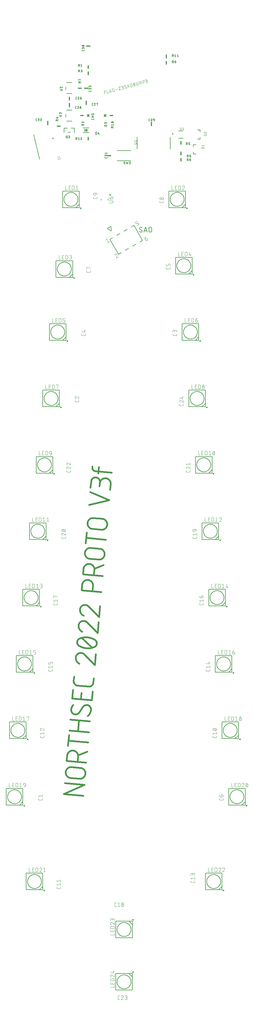
<source format=gbr>
G04 EAGLE Gerber RS-274X export*
G75*
%MOMM*%
%FSLAX34Y34*%
%LPD*%
%INSilkscreen Top*%
%IPPOS*%
%AMOC8*
5,1,8,0,0,1.08239X$1,22.5*%
G01*
%ADD10C,0.508000*%
%ADD11C,0.127000*%
%ADD12C,0.076200*%
%ADD13R,0.406400X0.101600*%
%ADD14R,0.203200X0.101600*%
%ADD15R,0.609600X0.101600*%
%ADD16C,0.101600*%
%ADD17C,0.304800*%
%ADD18C,0.152400*%
%ADD19C,0.203200*%
%ADD20R,0.200000X1.000000*%
%ADD21R,0.889000X0.190500*%
%ADD22C,0.200000*%

G36*
X-53322Y-250948D02*
X-53322Y-250948D01*
X-53305Y-250950D01*
X-53201Y-250929D01*
X-53097Y-250912D01*
X-53082Y-250903D01*
X-53064Y-250900D01*
X-52973Y-250846D01*
X-52880Y-250796D01*
X-52868Y-250784D01*
X-52852Y-250775D01*
X-52783Y-250695D01*
X-52711Y-250618D01*
X-52703Y-250602D01*
X-52691Y-250588D01*
X-52651Y-250491D01*
X-52642Y-250470D01*
X-52607Y-250395D01*
X-52605Y-250377D01*
X-52598Y-250361D01*
X-52591Y-250255D01*
X-52580Y-250151D01*
X-52584Y-250133D01*
X-52582Y-250115D01*
X-52610Y-250013D01*
X-52632Y-249910D01*
X-52641Y-249895D01*
X-52646Y-249878D01*
X-52731Y-249733D01*
X-56541Y-244653D01*
X-56544Y-244650D01*
X-56546Y-244647D01*
X-56633Y-244565D01*
X-56718Y-244483D01*
X-56722Y-244481D01*
X-56725Y-244478D01*
X-56834Y-244428D01*
X-56941Y-244378D01*
X-56945Y-244378D01*
X-56949Y-244376D01*
X-57067Y-244363D01*
X-57185Y-244350D01*
X-57189Y-244350D01*
X-57194Y-244350D01*
X-57310Y-244376D01*
X-57426Y-244401D01*
X-57430Y-244403D01*
X-57434Y-244404D01*
X-57536Y-244465D01*
X-57638Y-244526D01*
X-57641Y-244529D01*
X-57644Y-244531D01*
X-57759Y-244653D01*
X-61569Y-249733D01*
X-61577Y-249749D01*
X-61590Y-249762D01*
X-61634Y-249858D01*
X-61683Y-249951D01*
X-61686Y-249969D01*
X-61693Y-249985D01*
X-61705Y-250090D01*
X-61721Y-250194D01*
X-61718Y-250212D01*
X-61720Y-250229D01*
X-61698Y-250332D01*
X-61680Y-250437D01*
X-61672Y-250452D01*
X-61668Y-250470D01*
X-61614Y-250560D01*
X-61564Y-250654D01*
X-61551Y-250666D01*
X-61542Y-250681D01*
X-61462Y-250750D01*
X-61385Y-250822D01*
X-61368Y-250829D01*
X-61355Y-250841D01*
X-61257Y-250880D01*
X-61161Y-250924D01*
X-61143Y-250926D01*
X-61127Y-250933D01*
X-60960Y-250951D01*
X-53340Y-250951D01*
X-53322Y-250948D01*
G37*
G36*
X-104122Y-250948D02*
X-104122Y-250948D01*
X-104105Y-250950D01*
X-104001Y-250929D01*
X-103897Y-250912D01*
X-103882Y-250903D01*
X-103864Y-250900D01*
X-103773Y-250846D01*
X-103680Y-250796D01*
X-103668Y-250784D01*
X-103652Y-250775D01*
X-103583Y-250695D01*
X-103511Y-250618D01*
X-103503Y-250602D01*
X-103491Y-250588D01*
X-103451Y-250491D01*
X-103442Y-250470D01*
X-103407Y-250395D01*
X-103405Y-250377D01*
X-103398Y-250361D01*
X-103391Y-250255D01*
X-103380Y-250151D01*
X-103384Y-250133D01*
X-103382Y-250115D01*
X-103410Y-250013D01*
X-103432Y-249910D01*
X-103441Y-249895D01*
X-103446Y-249878D01*
X-103531Y-249733D01*
X-107341Y-244653D01*
X-107344Y-244650D01*
X-107346Y-244647D01*
X-107433Y-244565D01*
X-107518Y-244483D01*
X-107522Y-244481D01*
X-107525Y-244478D01*
X-107634Y-244428D01*
X-107741Y-244378D01*
X-107745Y-244378D01*
X-107749Y-244376D01*
X-107867Y-244363D01*
X-107985Y-244350D01*
X-107989Y-244350D01*
X-107994Y-244350D01*
X-108110Y-244376D01*
X-108226Y-244401D01*
X-108230Y-244403D01*
X-108234Y-244404D01*
X-108336Y-244465D01*
X-108438Y-244526D01*
X-108441Y-244529D01*
X-108444Y-244531D01*
X-108559Y-244653D01*
X-112369Y-249733D01*
X-112377Y-249749D01*
X-112390Y-249762D01*
X-112434Y-249858D01*
X-112483Y-249951D01*
X-112486Y-249969D01*
X-112493Y-249985D01*
X-112505Y-250090D01*
X-112521Y-250194D01*
X-112518Y-250212D01*
X-112520Y-250229D01*
X-112498Y-250332D01*
X-112480Y-250437D01*
X-112472Y-250452D01*
X-112468Y-250470D01*
X-112414Y-250560D01*
X-112364Y-250654D01*
X-112351Y-250666D01*
X-112342Y-250681D01*
X-112262Y-250750D01*
X-112185Y-250822D01*
X-112168Y-250829D01*
X-112155Y-250841D01*
X-112057Y-250880D01*
X-111961Y-250924D01*
X-111943Y-250926D01*
X-111927Y-250933D01*
X-111760Y-250951D01*
X-104140Y-250951D01*
X-104122Y-250948D01*
G37*
G36*
X-112255Y-295107D02*
X-112255Y-295107D01*
X-112184Y-295109D01*
X-112115Y-295091D01*
X-112044Y-295082D01*
X-111978Y-295055D01*
X-111909Y-295037D01*
X-111848Y-295000D01*
X-111782Y-294973D01*
X-111726Y-294928D01*
X-111664Y-294892D01*
X-111615Y-294840D01*
X-111560Y-294795D01*
X-111519Y-294737D01*
X-111470Y-294684D01*
X-111437Y-294621D01*
X-111396Y-294563D01*
X-111373Y-294495D01*
X-111340Y-294431D01*
X-111330Y-294372D01*
X-111303Y-294294D01*
X-111297Y-294175D01*
X-111285Y-294100D01*
X-111285Y-290100D01*
X-111295Y-290029D01*
X-111295Y-289957D01*
X-111315Y-289889D01*
X-111325Y-289819D01*
X-111354Y-289753D01*
X-111374Y-289684D01*
X-111412Y-289624D01*
X-111441Y-289559D01*
X-111487Y-289504D01*
X-111525Y-289444D01*
X-111579Y-289396D01*
X-111625Y-289342D01*
X-111684Y-289302D01*
X-111738Y-289255D01*
X-111802Y-289224D01*
X-111861Y-289185D01*
X-111930Y-289163D01*
X-111994Y-289132D01*
X-112064Y-289120D01*
X-112132Y-289099D01*
X-112204Y-289097D01*
X-112275Y-289085D01*
X-112345Y-289093D01*
X-112416Y-289091D01*
X-112486Y-289110D01*
X-112557Y-289118D01*
X-112612Y-289143D01*
X-112691Y-289163D01*
X-112794Y-289224D01*
X-112863Y-289255D01*
X-115863Y-291255D01*
X-115950Y-291332D01*
X-116040Y-291405D01*
X-116055Y-291427D01*
X-116075Y-291445D01*
X-116137Y-291542D01*
X-116204Y-291637D01*
X-116212Y-291663D01*
X-116227Y-291685D01*
X-116259Y-291796D01*
X-116297Y-291906D01*
X-116298Y-291933D01*
X-116305Y-291958D01*
X-116305Y-292074D01*
X-116311Y-292190D01*
X-116305Y-292216D01*
X-116305Y-292243D01*
X-116273Y-292354D01*
X-116247Y-292467D01*
X-116234Y-292490D01*
X-116226Y-292516D01*
X-116164Y-292614D01*
X-116108Y-292715D01*
X-116090Y-292731D01*
X-116075Y-292756D01*
X-115867Y-292941D01*
X-115863Y-292945D01*
X-112863Y-294945D01*
X-112799Y-294976D01*
X-112739Y-295016D01*
X-112671Y-295037D01*
X-112607Y-295068D01*
X-112536Y-295080D01*
X-112468Y-295101D01*
X-112397Y-295103D01*
X-112327Y-295115D01*
X-112255Y-295107D01*
G37*
D10*
X-122309Y-2297248D02*
X-181519Y-2292068D01*
X-119431Y-2264354D01*
X-178641Y-2259174D01*
X-160714Y-2243697D02*
X-134398Y-2246000D01*
X-160714Y-2243697D02*
X-161114Y-2243657D01*
X-161513Y-2243608D01*
X-161911Y-2243548D01*
X-162307Y-2243479D01*
X-162701Y-2243401D01*
X-163093Y-2243312D01*
X-163483Y-2243215D01*
X-163871Y-2243107D01*
X-164256Y-2242991D01*
X-164637Y-2242865D01*
X-165016Y-2242730D01*
X-165391Y-2242585D01*
X-165763Y-2242432D01*
X-166131Y-2242269D01*
X-166494Y-2242098D01*
X-166854Y-2241918D01*
X-167209Y-2241729D01*
X-167559Y-2241531D01*
X-167904Y-2241325D01*
X-168244Y-2241111D01*
X-168579Y-2240889D01*
X-168909Y-2240658D01*
X-169232Y-2240419D01*
X-169550Y-2240173D01*
X-169862Y-2239919D01*
X-170167Y-2239657D01*
X-170466Y-2239388D01*
X-170758Y-2239112D01*
X-171044Y-2238829D01*
X-171322Y-2238539D01*
X-171594Y-2238242D01*
X-171858Y-2237939D01*
X-172114Y-2237630D01*
X-172363Y-2237314D01*
X-172604Y-2236992D01*
X-172838Y-2236665D01*
X-173063Y-2236332D01*
X-173280Y-2235993D01*
X-173489Y-2235650D01*
X-173689Y-2235301D01*
X-173881Y-2234948D01*
X-174064Y-2234590D01*
X-174238Y-2234227D01*
X-174404Y-2233861D01*
X-174560Y-2233491D01*
X-174708Y-2233117D01*
X-174846Y-2232739D01*
X-174975Y-2232358D01*
X-175095Y-2231974D01*
X-175205Y-2231588D01*
X-175306Y-2231199D01*
X-175397Y-2230807D01*
X-175479Y-2230413D01*
X-175551Y-2230018D01*
X-175614Y-2229621D01*
X-175667Y-2229222D01*
X-175710Y-2228822D01*
X-175743Y-2228422D01*
X-175767Y-2228020D01*
X-175781Y-2227619D01*
X-175785Y-2227216D01*
X-175779Y-2226814D01*
X-175764Y-2226413D01*
X-175738Y-2226011D01*
X-175703Y-2225611D01*
X-175659Y-2225211D01*
X-175604Y-2224813D01*
X-175540Y-2224416D01*
X-175466Y-2224021D01*
X-175383Y-2223628D01*
X-175290Y-2223236D01*
X-175187Y-2222848D01*
X-175075Y-2222461D01*
X-174954Y-2222078D01*
X-174823Y-2221698D01*
X-174684Y-2221321D01*
X-174535Y-2220947D01*
X-174377Y-2220578D01*
X-174210Y-2220212D01*
X-174034Y-2219850D01*
X-173849Y-2219493D01*
X-173656Y-2219141D01*
X-173454Y-2218793D01*
X-173244Y-2218450D01*
X-173026Y-2218112D01*
X-172799Y-2217780D01*
X-172565Y-2217454D01*
X-172322Y-2217133D01*
X-172072Y-2216818D01*
X-171814Y-2216510D01*
X-171549Y-2216208D01*
X-171276Y-2215912D01*
X-170997Y-2215623D01*
X-170710Y-2215341D01*
X-170417Y-2215066D01*
X-170117Y-2214799D01*
X-169810Y-2214538D01*
X-169498Y-2214285D01*
X-169179Y-2214040D01*
X-168854Y-2213803D01*
X-168524Y-2213574D01*
X-168188Y-2213353D01*
X-167847Y-2213140D01*
X-167501Y-2212935D01*
X-167150Y-2212739D01*
X-166794Y-2212552D01*
X-166434Y-2212373D01*
X-166070Y-2212203D01*
X-165701Y-2212042D01*
X-165329Y-2211890D01*
X-164953Y-2211747D01*
X-164574Y-2211613D01*
X-164192Y-2211489D01*
X-163806Y-2211374D01*
X-163419Y-2211268D01*
X-163028Y-2211172D01*
X-162635Y-2211086D01*
X-162241Y-2211009D01*
X-161844Y-2210941D01*
X-161447Y-2210883D01*
X-161047Y-2210835D01*
X-160647Y-2210797D01*
X-160246Y-2210769D01*
X-159844Y-2210750D01*
X-159443Y-2210741D01*
X-159040Y-2210742D01*
X-158639Y-2210752D01*
X-158237Y-2210773D01*
X-157836Y-2210803D01*
X-131520Y-2213105D01*
X-131117Y-2213145D01*
X-130715Y-2213195D01*
X-130314Y-2213255D01*
X-129915Y-2213325D01*
X-129518Y-2213405D01*
X-129122Y-2213494D01*
X-128729Y-2213593D01*
X-128339Y-2213702D01*
X-127951Y-2213820D01*
X-127567Y-2213947D01*
X-127186Y-2214084D01*
X-126808Y-2214231D01*
X-126434Y-2214386D01*
X-126063Y-2214551D01*
X-125697Y-2214725D01*
X-125336Y-2214907D01*
X-124978Y-2215099D01*
X-124626Y-2215299D01*
X-124279Y-2215508D01*
X-123937Y-2215725D01*
X-123600Y-2215951D01*
X-123269Y-2216185D01*
X-122944Y-2216426D01*
X-122625Y-2216676D01*
X-122312Y-2216934D01*
X-122006Y-2217199D01*
X-121706Y-2217471D01*
X-121413Y-2217751D01*
X-121127Y-2218038D01*
X-120848Y-2218332D01*
X-120576Y-2218632D01*
X-120312Y-2218940D01*
X-120055Y-2219253D01*
X-119806Y-2219573D01*
X-119565Y-2219899D01*
X-119332Y-2220230D01*
X-119108Y-2220568D01*
X-118891Y-2220910D01*
X-118683Y-2221258D01*
X-118484Y-2221611D01*
X-118294Y-2221968D01*
X-118112Y-2222331D01*
X-117939Y-2222697D01*
X-117776Y-2223068D01*
X-117621Y-2223442D01*
X-117476Y-2223821D01*
X-117340Y-2224202D01*
X-117213Y-2224587D01*
X-117096Y-2224975D01*
X-116988Y-2225366D01*
X-116891Y-2225759D01*
X-116802Y-2226155D01*
X-116724Y-2226552D01*
X-116655Y-2226951D01*
X-116596Y-2227352D01*
X-116547Y-2227755D01*
X-116508Y-2228158D01*
X-116479Y-2228562D01*
X-116459Y-2228967D01*
X-116450Y-2229372D01*
X-116451Y-2229777D01*
X-116461Y-2230182D01*
X-116481Y-2230587D01*
X-116512Y-2230991D01*
X-116552Y-2231394D01*
X-116602Y-2231796D01*
X-116662Y-2232197D01*
X-116732Y-2232596D01*
X-116812Y-2232993D01*
X-116901Y-2233389D01*
X-117000Y-2233782D01*
X-117109Y-2234172D01*
X-117227Y-2234560D01*
X-117354Y-2234944D01*
X-117491Y-2235325D01*
X-117638Y-2235703D01*
X-117793Y-2236077D01*
X-117958Y-2236448D01*
X-118132Y-2236814D01*
X-118314Y-2237175D01*
X-118506Y-2237533D01*
X-118706Y-2237885D01*
X-118915Y-2238232D01*
X-119132Y-2238574D01*
X-119358Y-2238911D01*
X-119592Y-2239242D01*
X-119833Y-2239567D01*
X-120083Y-2239886D01*
X-120341Y-2240199D01*
X-120606Y-2240505D01*
X-120878Y-2240805D01*
X-121158Y-2241098D01*
X-121445Y-2241384D01*
X-121739Y-2241663D01*
X-122039Y-2241935D01*
X-122347Y-2242199D01*
X-122660Y-2242456D01*
X-122980Y-2242705D01*
X-123306Y-2242946D01*
X-123637Y-2243179D01*
X-123975Y-2243403D01*
X-124317Y-2243620D01*
X-124665Y-2243828D01*
X-125018Y-2244027D01*
X-125375Y-2244217D01*
X-125738Y-2244399D01*
X-126104Y-2244572D01*
X-126475Y-2244735D01*
X-126849Y-2244890D01*
X-127228Y-2245035D01*
X-127609Y-2245171D01*
X-127994Y-2245298D01*
X-128382Y-2245415D01*
X-128773Y-2245523D01*
X-129166Y-2245620D01*
X-129562Y-2245709D01*
X-129959Y-2245787D01*
X-130358Y-2245856D01*
X-130759Y-2245915D01*
X-131162Y-2245964D01*
X-131565Y-2246003D01*
X-131969Y-2246032D01*
X-132374Y-2246052D01*
X-132779Y-2246061D01*
X-133184Y-2246060D01*
X-133589Y-2246050D01*
X-133994Y-2246030D01*
X-134398Y-2245999D01*
X-113598Y-2197683D02*
X-172808Y-2192503D01*
X-171369Y-2176056D01*
X-171329Y-2175656D01*
X-171280Y-2175257D01*
X-171220Y-2174859D01*
X-171151Y-2174463D01*
X-171073Y-2174069D01*
X-170984Y-2173677D01*
X-170887Y-2173287D01*
X-170779Y-2172899D01*
X-170663Y-2172514D01*
X-170537Y-2172133D01*
X-170402Y-2171754D01*
X-170257Y-2171379D01*
X-170104Y-2171007D01*
X-169941Y-2170639D01*
X-169770Y-2170276D01*
X-169590Y-2169916D01*
X-169401Y-2169561D01*
X-169203Y-2169211D01*
X-168997Y-2168866D01*
X-168783Y-2168526D01*
X-168561Y-2168191D01*
X-168330Y-2167861D01*
X-168091Y-2167538D01*
X-167845Y-2167220D01*
X-167591Y-2166908D01*
X-167329Y-2166603D01*
X-167060Y-2166304D01*
X-166784Y-2166012D01*
X-166501Y-2165726D01*
X-166211Y-2165448D01*
X-165914Y-2165176D01*
X-165611Y-2164912D01*
X-165302Y-2164656D01*
X-164986Y-2164407D01*
X-164664Y-2164166D01*
X-164337Y-2163932D01*
X-164004Y-2163707D01*
X-163665Y-2163490D01*
X-163322Y-2163281D01*
X-162973Y-2163081D01*
X-162620Y-2162889D01*
X-162262Y-2162706D01*
X-161899Y-2162532D01*
X-161533Y-2162366D01*
X-161163Y-2162210D01*
X-160789Y-2162062D01*
X-160411Y-2161924D01*
X-160030Y-2161795D01*
X-159646Y-2161675D01*
X-159260Y-2161565D01*
X-158871Y-2161464D01*
X-158479Y-2161373D01*
X-158085Y-2161291D01*
X-157690Y-2161219D01*
X-157293Y-2161156D01*
X-156894Y-2161103D01*
X-156494Y-2161060D01*
X-156094Y-2161027D01*
X-155692Y-2161003D01*
X-155291Y-2160989D01*
X-154888Y-2160985D01*
X-154486Y-2160991D01*
X-154085Y-2161006D01*
X-153683Y-2161032D01*
X-153283Y-2161067D01*
X-152883Y-2161111D01*
X-152485Y-2161166D01*
X-152088Y-2161230D01*
X-151693Y-2161304D01*
X-151300Y-2161387D01*
X-150908Y-2161480D01*
X-150520Y-2161583D01*
X-150133Y-2161695D01*
X-149750Y-2161816D01*
X-149370Y-2161947D01*
X-148993Y-2162086D01*
X-148619Y-2162235D01*
X-148250Y-2162393D01*
X-147884Y-2162560D01*
X-147522Y-2162736D01*
X-147165Y-2162921D01*
X-146813Y-2163114D01*
X-146465Y-2163316D01*
X-146122Y-2163526D01*
X-145784Y-2163744D01*
X-145452Y-2163971D01*
X-145126Y-2164205D01*
X-144805Y-2164448D01*
X-144490Y-2164698D01*
X-144182Y-2164956D01*
X-143880Y-2165221D01*
X-143584Y-2165494D01*
X-143295Y-2165773D01*
X-143013Y-2166060D01*
X-142738Y-2166353D01*
X-142471Y-2166653D01*
X-142210Y-2166960D01*
X-141957Y-2167272D01*
X-141712Y-2167591D01*
X-141475Y-2167916D01*
X-141246Y-2168246D01*
X-141025Y-2168582D01*
X-140812Y-2168923D01*
X-140607Y-2169269D01*
X-140411Y-2169620D01*
X-140224Y-2169976D01*
X-140045Y-2170336D01*
X-139875Y-2170700D01*
X-139714Y-2171069D01*
X-139562Y-2171441D01*
X-139419Y-2171817D01*
X-139285Y-2172196D01*
X-139161Y-2172578D01*
X-139046Y-2172964D01*
X-138940Y-2173351D01*
X-138844Y-2173742D01*
X-138758Y-2174135D01*
X-138681Y-2174529D01*
X-138613Y-2174926D01*
X-138555Y-2175323D01*
X-138507Y-2175723D01*
X-138469Y-2176123D01*
X-138441Y-2176524D01*
X-138422Y-2176926D01*
X-138413Y-2177327D01*
X-138414Y-2177730D01*
X-138424Y-2178131D01*
X-138445Y-2178533D01*
X-138475Y-2178934D01*
X-139914Y-2195381D01*
X-138187Y-2175644D02*
X-110720Y-2164789D01*
X-108218Y-2136192D02*
X-167428Y-2131012D01*
X-168867Y-2147459D02*
X-165989Y-2114565D01*
X-164790Y-2100863D02*
X-105581Y-2106043D01*
X-138475Y-2103166D02*
X-135597Y-2070271D01*
X-161912Y-2067969D02*
X-102703Y-2073149D01*
X-99636Y-2038104D02*
X-99612Y-2037786D01*
X-99596Y-2037467D01*
X-99587Y-2037148D01*
X-99587Y-2036829D01*
X-99593Y-2036510D01*
X-99608Y-2036191D01*
X-99630Y-2035873D01*
X-99660Y-2035555D01*
X-99698Y-2035238D01*
X-99743Y-2034922D01*
X-99796Y-2034607D01*
X-99856Y-2034294D01*
X-99925Y-2033982D01*
X-100000Y-2033672D01*
X-100083Y-2033364D01*
X-100174Y-2033057D01*
X-100271Y-2032754D01*
X-100376Y-2032452D01*
X-100489Y-2032154D01*
X-100608Y-2031858D01*
X-100735Y-2031565D01*
X-100869Y-2031275D01*
X-101010Y-2030988D01*
X-101157Y-2030705D01*
X-101311Y-2030426D01*
X-101473Y-2030150D01*
X-101640Y-2029879D01*
X-101814Y-2029611D01*
X-101995Y-2029348D01*
X-102182Y-2029089D01*
X-102375Y-2028835D01*
X-102574Y-2028586D01*
X-102779Y-2028341D01*
X-102990Y-2028102D01*
X-103207Y-2027868D01*
X-103429Y-2027639D01*
X-103657Y-2027415D01*
X-103890Y-2027197D01*
X-104129Y-2026985D01*
X-104372Y-2026778D01*
X-104620Y-2026578D01*
X-104874Y-2026383D01*
X-105131Y-2026195D01*
X-105393Y-2026013D01*
X-105660Y-2025837D01*
X-105931Y-2025668D01*
X-106205Y-2025506D01*
X-106484Y-2025350D01*
X-106766Y-2025201D01*
X-107052Y-2025058D01*
X-107341Y-2024923D01*
X-107633Y-2024795D01*
X-107929Y-2024674D01*
X-108227Y-2024560D01*
X-108527Y-2024453D01*
X-108831Y-2024354D01*
X-109136Y-2024262D01*
X-109444Y-2024177D01*
X-109754Y-2024100D01*
X-110065Y-2024030D01*
X-110378Y-2023968D01*
X-110693Y-2023913D01*
X-111009Y-2023866D01*
X-111325Y-2023827D01*
X-111643Y-2023795D01*
X-99636Y-2038104D02*
X-99702Y-2038768D01*
X-99784Y-2039431D01*
X-99882Y-2040091D01*
X-99996Y-2040749D01*
X-100125Y-2041404D01*
X-100270Y-2042056D01*
X-100431Y-2042704D01*
X-100606Y-2043348D01*
X-100798Y-2043987D01*
X-101004Y-2044622D01*
X-101226Y-2045252D01*
X-101463Y-2045876D01*
X-101714Y-2046494D01*
X-101981Y-2047106D01*
X-102261Y-2047712D01*
X-102557Y-2048311D01*
X-102866Y-2048902D01*
X-103190Y-2049486D01*
X-103527Y-2050062D01*
X-103878Y-2050630D01*
X-104243Y-2051189D01*
X-104621Y-2051740D01*
X-105012Y-2052281D01*
X-105415Y-2052812D01*
X-105832Y-2053334D01*
X-106261Y-2053846D01*
X-106701Y-2054347D01*
X-107154Y-2054838D01*
X-107618Y-2055318D01*
X-108094Y-2055786D01*
X-108581Y-2056243D01*
X-109078Y-2056688D01*
X-109586Y-2057121D01*
X-147271Y-2052167D02*
X-147594Y-2052135D01*
X-147915Y-2052094D01*
X-148236Y-2052046D01*
X-148555Y-2051991D01*
X-148873Y-2051927D01*
X-149189Y-2051855D01*
X-149504Y-2051776D01*
X-149816Y-2051689D01*
X-150126Y-2051595D01*
X-150434Y-2051493D01*
X-150739Y-2051383D01*
X-151041Y-2051266D01*
X-151340Y-2051142D01*
X-151637Y-2051010D01*
X-151929Y-2050871D01*
X-152219Y-2050725D01*
X-152504Y-2050571D01*
X-152786Y-2050411D01*
X-153064Y-2050244D01*
X-153338Y-2050070D01*
X-153607Y-2049890D01*
X-153872Y-2049703D01*
X-154132Y-2049509D01*
X-154387Y-2049310D01*
X-154638Y-2049104D01*
X-154883Y-2048892D01*
X-155123Y-2048674D01*
X-155357Y-2048450D01*
X-155586Y-2048220D01*
X-155809Y-2047985D01*
X-156027Y-2047745D01*
X-156238Y-2047499D01*
X-156443Y-2047248D01*
X-156642Y-2046992D01*
X-156835Y-2046732D01*
X-157021Y-2046466D01*
X-157201Y-2046197D01*
X-157374Y-2045922D01*
X-157540Y-2045644D01*
X-157700Y-2045362D01*
X-157852Y-2045076D01*
X-157998Y-2044786D01*
X-158136Y-2044493D01*
X-158267Y-2044196D01*
X-158390Y-2043897D01*
X-158507Y-2043594D01*
X-158615Y-2043289D01*
X-158717Y-2042981D01*
X-158810Y-2042670D01*
X-158896Y-2042358D01*
X-158975Y-2042043D01*
X-159045Y-2041727D01*
X-159108Y-2041409D01*
X-159163Y-2041089D01*
X-159210Y-2040769D01*
X-159249Y-2040447D01*
X-159281Y-2040124D01*
X-159304Y-2039801D01*
X-159320Y-2039477D01*
X-159327Y-2039153D01*
X-159327Y-2038829D01*
X-159318Y-2038505D01*
X-159302Y-2038181D01*
X-159278Y-2037858D01*
X-159279Y-2037858D02*
X-159220Y-2037270D01*
X-159148Y-2036685D01*
X-159062Y-2036101D01*
X-158961Y-2035519D01*
X-158847Y-2034940D01*
X-158719Y-2034364D01*
X-158578Y-2033791D01*
X-158423Y-2033221D01*
X-158254Y-2032656D01*
X-158072Y-2032094D01*
X-157876Y-2031537D01*
X-157668Y-2030985D01*
X-157446Y-2030438D01*
X-157211Y-2029897D01*
X-156964Y-2029361D01*
X-156703Y-2028831D01*
X-156431Y-2028308D01*
X-156145Y-2027791D01*
X-155848Y-2027281D01*
X-155538Y-2026779D01*
X-155217Y-2026284D01*
X-154884Y-2025796D01*
X-154539Y-2025317D01*
X-154183Y-2024846D01*
X-153816Y-2024384D01*
X-153438Y-2023931D01*
X-153049Y-2023487D01*
X-135183Y-2046595D02*
X-135374Y-2046856D01*
X-135572Y-2047113D01*
X-135775Y-2047364D01*
X-135985Y-2047611D01*
X-136201Y-2047853D01*
X-136422Y-2048089D01*
X-136649Y-2048320D01*
X-136882Y-2048546D01*
X-137120Y-2048766D01*
X-137363Y-2048980D01*
X-137611Y-2049188D01*
X-137864Y-2049390D01*
X-138122Y-2049585D01*
X-138385Y-2049775D01*
X-138652Y-2049958D01*
X-138924Y-2050135D01*
X-139199Y-2050305D01*
X-139479Y-2050468D01*
X-139763Y-2050624D01*
X-140050Y-2050774D01*
X-140341Y-2050917D01*
X-140635Y-2051052D01*
X-140932Y-2051181D01*
X-141232Y-2051302D01*
X-141536Y-2051416D01*
X-141841Y-2051522D01*
X-142150Y-2051622D01*
X-142460Y-2051713D01*
X-142773Y-2051797D01*
X-143088Y-2051874D01*
X-143404Y-2051943D01*
X-143722Y-2052004D01*
X-144042Y-2052058D01*
X-144362Y-2052104D01*
X-144684Y-2052142D01*
X-145007Y-2052172D01*
X-145330Y-2052195D01*
X-145653Y-2052209D01*
X-145977Y-2052216D01*
X-146301Y-2052216D01*
X-146625Y-2052207D01*
X-146948Y-2052190D01*
X-147271Y-2052166D01*
X-123731Y-2029367D02*
X-123540Y-2029105D01*
X-123342Y-2028849D01*
X-123139Y-2028597D01*
X-122929Y-2028350D01*
X-122713Y-2028108D01*
X-122492Y-2027872D01*
X-122265Y-2027641D01*
X-122032Y-2027415D01*
X-121794Y-2027196D01*
X-121551Y-2026982D01*
X-121303Y-2026774D01*
X-121050Y-2026572D01*
X-120792Y-2026376D01*
X-120529Y-2026186D01*
X-120262Y-2026003D01*
X-119991Y-2025826D01*
X-119715Y-2025656D01*
X-119435Y-2025493D01*
X-119152Y-2025337D01*
X-118864Y-2025187D01*
X-118574Y-2025044D01*
X-118279Y-2024909D01*
X-117982Y-2024780D01*
X-117682Y-2024659D01*
X-117378Y-2024545D01*
X-117073Y-2024439D01*
X-116764Y-2024339D01*
X-116454Y-2024248D01*
X-116141Y-2024164D01*
X-115826Y-2024087D01*
X-115510Y-2024018D01*
X-115192Y-2023957D01*
X-114872Y-2023903D01*
X-114552Y-2023857D01*
X-114230Y-2023819D01*
X-113907Y-2023789D01*
X-113584Y-2023766D01*
X-113261Y-2023752D01*
X-112937Y-2023745D01*
X-112613Y-2023745D01*
X-112289Y-2023754D01*
X-111966Y-2023771D01*
X-111643Y-2023795D01*
X-123732Y-2029367D02*
X-135183Y-2046595D01*
X-97148Y-2009663D02*
X-94846Y-1983347D01*
X-97148Y-2009663D02*
X-156358Y-2004483D01*
X-154056Y-1978167D01*
X-128316Y-1987048D02*
X-130043Y-2006785D01*
X-92479Y-1956296D02*
X-91328Y-1943138D01*
X-92479Y-1956295D02*
X-92511Y-1956618D01*
X-92552Y-1956939D01*
X-92600Y-1957260D01*
X-92655Y-1957579D01*
X-92719Y-1957897D01*
X-92791Y-1958213D01*
X-92870Y-1958528D01*
X-92957Y-1958840D01*
X-93051Y-1959150D01*
X-93153Y-1959458D01*
X-93263Y-1959763D01*
X-93380Y-1960065D01*
X-93504Y-1960364D01*
X-93636Y-1960661D01*
X-93775Y-1960953D01*
X-93921Y-1961243D01*
X-94075Y-1961528D01*
X-94235Y-1961810D01*
X-94402Y-1962088D01*
X-94576Y-1962362D01*
X-94756Y-1962631D01*
X-94943Y-1962896D01*
X-95137Y-1963156D01*
X-95336Y-1963411D01*
X-95542Y-1963662D01*
X-95754Y-1963907D01*
X-95972Y-1964147D01*
X-96196Y-1964381D01*
X-96426Y-1964610D01*
X-96661Y-1964833D01*
X-96901Y-1965051D01*
X-97147Y-1965262D01*
X-97398Y-1965467D01*
X-97654Y-1965666D01*
X-97914Y-1965859D01*
X-98180Y-1966045D01*
X-98449Y-1966225D01*
X-98724Y-1966398D01*
X-99002Y-1966564D01*
X-99284Y-1966724D01*
X-99570Y-1966876D01*
X-99860Y-1967022D01*
X-100153Y-1967160D01*
X-100450Y-1967291D01*
X-100749Y-1967414D01*
X-101052Y-1967531D01*
X-101357Y-1967639D01*
X-101665Y-1967741D01*
X-101976Y-1967834D01*
X-102288Y-1967920D01*
X-102603Y-1967999D01*
X-102919Y-1968069D01*
X-103237Y-1968132D01*
X-103557Y-1968187D01*
X-103877Y-1968234D01*
X-104199Y-1968273D01*
X-104522Y-1968305D01*
X-104845Y-1968328D01*
X-105169Y-1968344D01*
X-105493Y-1968351D01*
X-105817Y-1968351D01*
X-106141Y-1968342D01*
X-106465Y-1968326D01*
X-106788Y-1968302D01*
X-139682Y-1965424D01*
X-139682Y-1965425D02*
X-140005Y-1965393D01*
X-140326Y-1965352D01*
X-140647Y-1965304D01*
X-140966Y-1965249D01*
X-141284Y-1965185D01*
X-141600Y-1965113D01*
X-141915Y-1965034D01*
X-142227Y-1964947D01*
X-142537Y-1964853D01*
X-142845Y-1964751D01*
X-143150Y-1964641D01*
X-143452Y-1964524D01*
X-143751Y-1964400D01*
X-144048Y-1964268D01*
X-144340Y-1964129D01*
X-144630Y-1963983D01*
X-144915Y-1963829D01*
X-145197Y-1963669D01*
X-145475Y-1963502D01*
X-145749Y-1963328D01*
X-146018Y-1963148D01*
X-146283Y-1962961D01*
X-146543Y-1962768D01*
X-146798Y-1962568D01*
X-147048Y-1962362D01*
X-147294Y-1962150D01*
X-147534Y-1961932D01*
X-147768Y-1961708D01*
X-147997Y-1961478D01*
X-148220Y-1961243D01*
X-148438Y-1961003D01*
X-148649Y-1960757D01*
X-148854Y-1960506D01*
X-149053Y-1960250D01*
X-149246Y-1959990D01*
X-149432Y-1959724D01*
X-149612Y-1959455D01*
X-149785Y-1959180D01*
X-149951Y-1958902D01*
X-150111Y-1958620D01*
X-150263Y-1958334D01*
X-150409Y-1958044D01*
X-150547Y-1957751D01*
X-150678Y-1957454D01*
X-150801Y-1957155D01*
X-150918Y-1956852D01*
X-151026Y-1956547D01*
X-151128Y-1956239D01*
X-151221Y-1955928D01*
X-151307Y-1955616D01*
X-151386Y-1955301D01*
X-151456Y-1954985D01*
X-151519Y-1954667D01*
X-151574Y-1954347D01*
X-151621Y-1954027D01*
X-151660Y-1953705D01*
X-151692Y-1953382D01*
X-151715Y-1953059D01*
X-151731Y-1952735D01*
X-151738Y-1952411D01*
X-151738Y-1952087D01*
X-151729Y-1951763D01*
X-151713Y-1951439D01*
X-151689Y-1951116D01*
X-151689Y-1951115D02*
X-150538Y-1937958D01*
X-145495Y-1880319D02*
X-145460Y-1879962D01*
X-145416Y-1879605D01*
X-145363Y-1879250D01*
X-145301Y-1878896D01*
X-145231Y-1878544D01*
X-145153Y-1878194D01*
X-145066Y-1877845D01*
X-144971Y-1877499D01*
X-144867Y-1877155D01*
X-144755Y-1876814D01*
X-144635Y-1876476D01*
X-144507Y-1876140D01*
X-144371Y-1875808D01*
X-144226Y-1875479D01*
X-144074Y-1875154D01*
X-143914Y-1874833D01*
X-143747Y-1874515D01*
X-143571Y-1874202D01*
X-143388Y-1873893D01*
X-143198Y-1873588D01*
X-143001Y-1873288D01*
X-142796Y-1872993D01*
X-142584Y-1872704D01*
X-142365Y-1872419D01*
X-142140Y-1872139D01*
X-141907Y-1871866D01*
X-141668Y-1871597D01*
X-141423Y-1871335D01*
X-141172Y-1871079D01*
X-140914Y-1870829D01*
X-140650Y-1870585D01*
X-140381Y-1870348D01*
X-140106Y-1870117D01*
X-139825Y-1869893D01*
X-139539Y-1869675D01*
X-139248Y-1869465D01*
X-138952Y-1869262D01*
X-138651Y-1869066D01*
X-138346Y-1868877D01*
X-138036Y-1868696D01*
X-137722Y-1868522D01*
X-137403Y-1868356D01*
X-137081Y-1868198D01*
X-136755Y-1868048D01*
X-136425Y-1867905D01*
X-136092Y-1867771D01*
X-135756Y-1867644D01*
X-135417Y-1867526D01*
X-135075Y-1867416D01*
X-134731Y-1867314D01*
X-134384Y-1867221D01*
X-134036Y-1867136D01*
X-133685Y-1867059D01*
X-133332Y-1866991D01*
X-132978Y-1866932D01*
X-132623Y-1866881D01*
X-132266Y-1866838D01*
X-131909Y-1866805D01*
X-131550Y-1866780D01*
X-131192Y-1866763D01*
X-130833Y-1866756D01*
X-130474Y-1866757D01*
X-130115Y-1866766D01*
X-129756Y-1866785D01*
X-129398Y-1866812D01*
X-145495Y-1880319D02*
X-145530Y-1880780D01*
X-145554Y-1881241D01*
X-145566Y-1881702D01*
X-145567Y-1882164D01*
X-145557Y-1882625D01*
X-145536Y-1883087D01*
X-145504Y-1883547D01*
X-145460Y-1884007D01*
X-145406Y-1884465D01*
X-145340Y-1884922D01*
X-145264Y-1885377D01*
X-145176Y-1885831D01*
X-145078Y-1886282D01*
X-144968Y-1886730D01*
X-144848Y-1887176D01*
X-144717Y-1887619D01*
X-144576Y-1888058D01*
X-144423Y-1888494D01*
X-144261Y-1888926D01*
X-144088Y-1889354D01*
X-143904Y-1889778D01*
X-143711Y-1890197D01*
X-143507Y-1890611D01*
X-143293Y-1891020D01*
X-143070Y-1891424D01*
X-142837Y-1891823D01*
X-142594Y-1892216D01*
X-142342Y-1892602D01*
X-142080Y-1892983D01*
X-141810Y-1893357D01*
X-141530Y-1893724D01*
X-141242Y-1894085D01*
X-140945Y-1894438D01*
X-140639Y-1894785D01*
X-140326Y-1895123D01*
X-140004Y-1895454D01*
X-139674Y-1895777D01*
X-139337Y-1896093D01*
X-138992Y-1896399D01*
X-138640Y-1896698D01*
X-138280Y-1896988D01*
X-137914Y-1897269D01*
X-137541Y-1897541D01*
X-137161Y-1897804D01*
X-136776Y-1898057D01*
X-136384Y-1898302D01*
X-135986Y-1898536D01*
X-135583Y-1898762D01*
X-135175Y-1898977D01*
X-134762Y-1899182D01*
X-134343Y-1899377D01*
X-133920Y-1899563D01*
X-118316Y-1872753D02*
X-118565Y-1872450D01*
X-118820Y-1872153D01*
X-119083Y-1871863D01*
X-119352Y-1871579D01*
X-119629Y-1871302D01*
X-119912Y-1871031D01*
X-120202Y-1870768D01*
X-120498Y-1870512D01*
X-120801Y-1870263D01*
X-121109Y-1870022D01*
X-121423Y-1869788D01*
X-121743Y-1869562D01*
X-122069Y-1869344D01*
X-122399Y-1869134D01*
X-122735Y-1868932D01*
X-123075Y-1868739D01*
X-123421Y-1868554D01*
X-123770Y-1868377D01*
X-124124Y-1868209D01*
X-124482Y-1868050D01*
X-124843Y-1867900D01*
X-125209Y-1867758D01*
X-125577Y-1867626D01*
X-125949Y-1867503D01*
X-126324Y-1867388D01*
X-126701Y-1867283D01*
X-127081Y-1867188D01*
X-127463Y-1867101D01*
X-127847Y-1867025D01*
X-128232Y-1866957D01*
X-128620Y-1866899D01*
X-129008Y-1866851D01*
X-129398Y-1866812D01*
X-118316Y-1872753D02*
X-87868Y-1903591D01*
X-84990Y-1870697D01*
X-113255Y-1852798D02*
X-114419Y-1852682D01*
X-115579Y-1852538D01*
X-116736Y-1852367D01*
X-117888Y-1852168D01*
X-119035Y-1851942D01*
X-120177Y-1851688D01*
X-121312Y-1851408D01*
X-122440Y-1851100D01*
X-123560Y-1850765D01*
X-124672Y-1850404D01*
X-125776Y-1850017D01*
X-126869Y-1849603D01*
X-127953Y-1849163D01*
X-129025Y-1848697D01*
X-130086Y-1848206D01*
X-131135Y-1847690D01*
X-132172Y-1847149D01*
X-133195Y-1846583D01*
X-134205Y-1845993D01*
X-134476Y-1845870D01*
X-134743Y-1845739D01*
X-135006Y-1845602D01*
X-135267Y-1845459D01*
X-135524Y-1845310D01*
X-135777Y-1845154D01*
X-136026Y-1844992D01*
X-136271Y-1844825D01*
X-136512Y-1844651D01*
X-136749Y-1844471D01*
X-136982Y-1844286D01*
X-137209Y-1844095D01*
X-137432Y-1843899D01*
X-137651Y-1843697D01*
X-137864Y-1843490D01*
X-138072Y-1843278D01*
X-138275Y-1843061D01*
X-138473Y-1842839D01*
X-138665Y-1842613D01*
X-138851Y-1842382D01*
X-139032Y-1842146D01*
X-139208Y-1841906D01*
X-139377Y-1841662D01*
X-139540Y-1841413D01*
X-139697Y-1841161D01*
X-139848Y-1840905D01*
X-139993Y-1840646D01*
X-140131Y-1840383D01*
X-140263Y-1840116D01*
X-140389Y-1839847D01*
X-140507Y-1839575D01*
X-140620Y-1839299D01*
X-140725Y-1839022D01*
X-140824Y-1838741D01*
X-140915Y-1838459D01*
X-141000Y-1838174D01*
X-141078Y-1837887D01*
X-141149Y-1837599D01*
X-141213Y-1837308D01*
X-141270Y-1837017D01*
X-141320Y-1836724D01*
X-141362Y-1836430D01*
X-141398Y-1836135D01*
X-141426Y-1835839D01*
X-141447Y-1835542D01*
X-141461Y-1835246D01*
X-141467Y-1834949D01*
X-141467Y-1834651D01*
X-141459Y-1834354D01*
X-141444Y-1834058D01*
X-141422Y-1833761D01*
X-141392Y-1833466D01*
X-141355Y-1833171D01*
X-141311Y-1832877D01*
X-141261Y-1832584D01*
X-141202Y-1832293D01*
X-141137Y-1832003D01*
X-141065Y-1831714D01*
X-140986Y-1831428D01*
X-140900Y-1831144D01*
X-140807Y-1830861D01*
X-140707Y-1830582D01*
X-140600Y-1830304D01*
X-140487Y-1830029D01*
X-140367Y-1829758D01*
X-140240Y-1829489D01*
X-140107Y-1829223D01*
X-139968Y-1828961D01*
X-139822Y-1828702D01*
X-139670Y-1828446D01*
X-139512Y-1828195D01*
X-139348Y-1827947D01*
X-139177Y-1827704D01*
X-139001Y-1827465D01*
X-138819Y-1827230D01*
X-138632Y-1826999D01*
X-138438Y-1826773D01*
X-138240Y-1826552D01*
X-138036Y-1826336D01*
X-137827Y-1826125D01*
X-137613Y-1825919D01*
X-137394Y-1825718D01*
X-137170Y-1825523D01*
X-136941Y-1825333D01*
X-136708Y-1825149D01*
X-136470Y-1824970D01*
X-136229Y-1824798D01*
X-135983Y-1824631D01*
X-135733Y-1824470D01*
X-135479Y-1824316D01*
X-135221Y-1824167D01*
X-134960Y-1824025D01*
X-134696Y-1823889D01*
X-134428Y-1823760D01*
X-134158Y-1823638D01*
X-133884Y-1823522D01*
X-133608Y-1823412D01*
X-133329Y-1823310D01*
X-133048Y-1823214D01*
X-132764Y-1823125D01*
X-132479Y-1823043D01*
X-132191Y-1822968D01*
X-132191Y-1822967D02*
X-131094Y-1822561D01*
X-129988Y-1822182D01*
X-128874Y-1821829D01*
X-127751Y-1821502D01*
X-126620Y-1821203D01*
X-125483Y-1820931D01*
X-124340Y-1820686D01*
X-123191Y-1820468D01*
X-122037Y-1820278D01*
X-120879Y-1820115D01*
X-119718Y-1819980D01*
X-118554Y-1819873D01*
X-117387Y-1819794D01*
X-116219Y-1819742D01*
X-115050Y-1819719D01*
X-113881Y-1819723D01*
X-112712Y-1819755D01*
X-111544Y-1819815D01*
X-110378Y-1819903D01*
X-113256Y-1852799D02*
X-112090Y-1852887D01*
X-110922Y-1852947D01*
X-109753Y-1852979D01*
X-108584Y-1852983D01*
X-107415Y-1852960D01*
X-106247Y-1852908D01*
X-105080Y-1852829D01*
X-103916Y-1852722D01*
X-102754Y-1852587D01*
X-101596Y-1852424D01*
X-100443Y-1852234D01*
X-99294Y-1852016D01*
X-98150Y-1851771D01*
X-97013Y-1851499D01*
X-95883Y-1851200D01*
X-94760Y-1850873D01*
X-93645Y-1850520D01*
X-92539Y-1850141D01*
X-91443Y-1849735D01*
X-91443Y-1849734D02*
X-91156Y-1849659D01*
X-90870Y-1849577D01*
X-90586Y-1849488D01*
X-90305Y-1849392D01*
X-90026Y-1849290D01*
X-89750Y-1849180D01*
X-89476Y-1849064D01*
X-89206Y-1848942D01*
X-88938Y-1848813D01*
X-88674Y-1848677D01*
X-88413Y-1848535D01*
X-88155Y-1848386D01*
X-87901Y-1848232D01*
X-87651Y-1848071D01*
X-87405Y-1847904D01*
X-87164Y-1847732D01*
X-86926Y-1847553D01*
X-86693Y-1847369D01*
X-86464Y-1847179D01*
X-86240Y-1846984D01*
X-86021Y-1846783D01*
X-85807Y-1846577D01*
X-85598Y-1846366D01*
X-85394Y-1846150D01*
X-85196Y-1845929D01*
X-85002Y-1845703D01*
X-84815Y-1845472D01*
X-84633Y-1845237D01*
X-84457Y-1844998D01*
X-84287Y-1844755D01*
X-84122Y-1844507D01*
X-83964Y-1844256D01*
X-83812Y-1844000D01*
X-83666Y-1843741D01*
X-83527Y-1843479D01*
X-83394Y-1843213D01*
X-83267Y-1842944D01*
X-83147Y-1842673D01*
X-83034Y-1842398D01*
X-82927Y-1842120D01*
X-82827Y-1841841D01*
X-82734Y-1841558D01*
X-82648Y-1841274D01*
X-82569Y-1840988D01*
X-82497Y-1840699D01*
X-82432Y-1840409D01*
X-82373Y-1840118D01*
X-82323Y-1839825D01*
X-82279Y-1839531D01*
X-82242Y-1839236D01*
X-82212Y-1838941D01*
X-89429Y-1826709D02*
X-90438Y-1826119D01*
X-91462Y-1825553D01*
X-92498Y-1825012D01*
X-93547Y-1824496D01*
X-94608Y-1824005D01*
X-95681Y-1823539D01*
X-96764Y-1823099D01*
X-97858Y-1822685D01*
X-98961Y-1822298D01*
X-100073Y-1821936D01*
X-101194Y-1821602D01*
X-102322Y-1821294D01*
X-103457Y-1821013D01*
X-104598Y-1820760D01*
X-105745Y-1820534D01*
X-106898Y-1820335D01*
X-108054Y-1820164D01*
X-109215Y-1820020D01*
X-110378Y-1819904D01*
X-89429Y-1826709D02*
X-89159Y-1826832D01*
X-88892Y-1826963D01*
X-88628Y-1827100D01*
X-88367Y-1827243D01*
X-88110Y-1827392D01*
X-87857Y-1827548D01*
X-87608Y-1827710D01*
X-87363Y-1827877D01*
X-87122Y-1828051D01*
X-86885Y-1828231D01*
X-86653Y-1828416D01*
X-86425Y-1828607D01*
X-86202Y-1828803D01*
X-85983Y-1829005D01*
X-85770Y-1829212D01*
X-85562Y-1829424D01*
X-85359Y-1829641D01*
X-85161Y-1829863D01*
X-84969Y-1830089D01*
X-84783Y-1830320D01*
X-84602Y-1830556D01*
X-84427Y-1830796D01*
X-84257Y-1831040D01*
X-84094Y-1831289D01*
X-83937Y-1831541D01*
X-83786Y-1831797D01*
X-83641Y-1832056D01*
X-83503Y-1832319D01*
X-83371Y-1832586D01*
X-83245Y-1832855D01*
X-83127Y-1833127D01*
X-83014Y-1833403D01*
X-82909Y-1833680D01*
X-82810Y-1833961D01*
X-82719Y-1834243D01*
X-82634Y-1834528D01*
X-82556Y-1834815D01*
X-82485Y-1835103D01*
X-82421Y-1835394D01*
X-82364Y-1835685D01*
X-82314Y-1835978D01*
X-82272Y-1836272D01*
X-82236Y-1836567D01*
X-82208Y-1836863D01*
X-82187Y-1837160D01*
X-82173Y-1837456D01*
X-82167Y-1837754D01*
X-82167Y-1838051D01*
X-82175Y-1838348D01*
X-82190Y-1838645D01*
X-82212Y-1838941D01*
X-96521Y-1850948D02*
X-127113Y-1821754D01*
X-137060Y-1783913D02*
X-137025Y-1783556D01*
X-136981Y-1783199D01*
X-136928Y-1782844D01*
X-136866Y-1782490D01*
X-136796Y-1782138D01*
X-136718Y-1781788D01*
X-136631Y-1781439D01*
X-136536Y-1781093D01*
X-136432Y-1780749D01*
X-136320Y-1780408D01*
X-136200Y-1780070D01*
X-136072Y-1779734D01*
X-135936Y-1779402D01*
X-135791Y-1779073D01*
X-135639Y-1778748D01*
X-135479Y-1778427D01*
X-135312Y-1778109D01*
X-135136Y-1777796D01*
X-134953Y-1777487D01*
X-134763Y-1777182D01*
X-134566Y-1776882D01*
X-134361Y-1776587D01*
X-134149Y-1776298D01*
X-133930Y-1776013D01*
X-133705Y-1775733D01*
X-133472Y-1775460D01*
X-133233Y-1775191D01*
X-132988Y-1774929D01*
X-132737Y-1774673D01*
X-132479Y-1774423D01*
X-132215Y-1774179D01*
X-131946Y-1773942D01*
X-131671Y-1773711D01*
X-131390Y-1773487D01*
X-131104Y-1773269D01*
X-130813Y-1773059D01*
X-130517Y-1772856D01*
X-130216Y-1772660D01*
X-129911Y-1772471D01*
X-129601Y-1772290D01*
X-129287Y-1772116D01*
X-128968Y-1771950D01*
X-128646Y-1771792D01*
X-128320Y-1771642D01*
X-127990Y-1771499D01*
X-127657Y-1771365D01*
X-127321Y-1771238D01*
X-126982Y-1771120D01*
X-126640Y-1771010D01*
X-126296Y-1770908D01*
X-125949Y-1770815D01*
X-125601Y-1770730D01*
X-125250Y-1770653D01*
X-124897Y-1770585D01*
X-124543Y-1770526D01*
X-124188Y-1770475D01*
X-123831Y-1770432D01*
X-123474Y-1770399D01*
X-123115Y-1770374D01*
X-122757Y-1770357D01*
X-122398Y-1770350D01*
X-122039Y-1770351D01*
X-121680Y-1770360D01*
X-121321Y-1770379D01*
X-120963Y-1770406D01*
X-137061Y-1783913D02*
X-137096Y-1784374D01*
X-137120Y-1784835D01*
X-137132Y-1785296D01*
X-137133Y-1785758D01*
X-137123Y-1786219D01*
X-137102Y-1786681D01*
X-137070Y-1787141D01*
X-137026Y-1787601D01*
X-136972Y-1788059D01*
X-136906Y-1788516D01*
X-136830Y-1788971D01*
X-136742Y-1789425D01*
X-136644Y-1789876D01*
X-136534Y-1790324D01*
X-136414Y-1790770D01*
X-136283Y-1791213D01*
X-136142Y-1791652D01*
X-135989Y-1792088D01*
X-135827Y-1792520D01*
X-135654Y-1792948D01*
X-135470Y-1793372D01*
X-135277Y-1793791D01*
X-135073Y-1794205D01*
X-134859Y-1794614D01*
X-134636Y-1795018D01*
X-134403Y-1795417D01*
X-134160Y-1795810D01*
X-133908Y-1796196D01*
X-133646Y-1796577D01*
X-133376Y-1796951D01*
X-133096Y-1797318D01*
X-132808Y-1797679D01*
X-132511Y-1798032D01*
X-132205Y-1798379D01*
X-131892Y-1798717D01*
X-131570Y-1799048D01*
X-131240Y-1799371D01*
X-130903Y-1799687D01*
X-130558Y-1799993D01*
X-130206Y-1800292D01*
X-129846Y-1800582D01*
X-129480Y-1800863D01*
X-129107Y-1801135D01*
X-128727Y-1801398D01*
X-128342Y-1801651D01*
X-127950Y-1801896D01*
X-127552Y-1802130D01*
X-127149Y-1802356D01*
X-126741Y-1802571D01*
X-126328Y-1802776D01*
X-125909Y-1802971D01*
X-125486Y-1803157D01*
X-109881Y-1776347D02*
X-110130Y-1776044D01*
X-110385Y-1775747D01*
X-110648Y-1775457D01*
X-110917Y-1775173D01*
X-111194Y-1774896D01*
X-111477Y-1774625D01*
X-111767Y-1774362D01*
X-112063Y-1774106D01*
X-112366Y-1773857D01*
X-112674Y-1773616D01*
X-112988Y-1773382D01*
X-113308Y-1773156D01*
X-113634Y-1772938D01*
X-113964Y-1772728D01*
X-114300Y-1772526D01*
X-114640Y-1772333D01*
X-114986Y-1772148D01*
X-115335Y-1771971D01*
X-115689Y-1771803D01*
X-116047Y-1771644D01*
X-116408Y-1771494D01*
X-116774Y-1771352D01*
X-117142Y-1771220D01*
X-117514Y-1771097D01*
X-117889Y-1770982D01*
X-118266Y-1770877D01*
X-118646Y-1770782D01*
X-119028Y-1770695D01*
X-119412Y-1770619D01*
X-119797Y-1770551D01*
X-120185Y-1770493D01*
X-120573Y-1770445D01*
X-120963Y-1770406D01*
X-109882Y-1776347D02*
X-79434Y-1807185D01*
X-76556Y-1774291D01*
X-116746Y-1722203D02*
X-117104Y-1722176D01*
X-117463Y-1722157D01*
X-117822Y-1722148D01*
X-118181Y-1722147D01*
X-118540Y-1722154D01*
X-118898Y-1722171D01*
X-119257Y-1722196D01*
X-119614Y-1722229D01*
X-119971Y-1722272D01*
X-120326Y-1722323D01*
X-120680Y-1722382D01*
X-121033Y-1722450D01*
X-121384Y-1722527D01*
X-121732Y-1722612D01*
X-122079Y-1722705D01*
X-122423Y-1722807D01*
X-122765Y-1722917D01*
X-123104Y-1723035D01*
X-123440Y-1723162D01*
X-123773Y-1723296D01*
X-124103Y-1723439D01*
X-124429Y-1723589D01*
X-124751Y-1723747D01*
X-125070Y-1723913D01*
X-125384Y-1724087D01*
X-125694Y-1724268D01*
X-125999Y-1724457D01*
X-126300Y-1724653D01*
X-126596Y-1724856D01*
X-126887Y-1725066D01*
X-127173Y-1725284D01*
X-127454Y-1725508D01*
X-127729Y-1725739D01*
X-127998Y-1725976D01*
X-128262Y-1726220D01*
X-128520Y-1726470D01*
X-128771Y-1726726D01*
X-129016Y-1726988D01*
X-129255Y-1727257D01*
X-129488Y-1727530D01*
X-129713Y-1727810D01*
X-129932Y-1728095D01*
X-130144Y-1728384D01*
X-130349Y-1728679D01*
X-130546Y-1728979D01*
X-130736Y-1729284D01*
X-130919Y-1729593D01*
X-131095Y-1729906D01*
X-131262Y-1730224D01*
X-131422Y-1730545D01*
X-131574Y-1730870D01*
X-131719Y-1731199D01*
X-131855Y-1731531D01*
X-131983Y-1731867D01*
X-132103Y-1732205D01*
X-132215Y-1732546D01*
X-132319Y-1732890D01*
X-132414Y-1733236D01*
X-132501Y-1733585D01*
X-132579Y-1733935D01*
X-132649Y-1734287D01*
X-132711Y-1734641D01*
X-132764Y-1734996D01*
X-132808Y-1735353D01*
X-132843Y-1735710D01*
X-132878Y-1736171D01*
X-132902Y-1736632D01*
X-132914Y-1737093D01*
X-132915Y-1737555D01*
X-132905Y-1738016D01*
X-132884Y-1738478D01*
X-132852Y-1738938D01*
X-132808Y-1739398D01*
X-132754Y-1739856D01*
X-132688Y-1740313D01*
X-132612Y-1740768D01*
X-132524Y-1741222D01*
X-132426Y-1741673D01*
X-132316Y-1742121D01*
X-132196Y-1742567D01*
X-132065Y-1743010D01*
X-131924Y-1743449D01*
X-131771Y-1743885D01*
X-131609Y-1744317D01*
X-131436Y-1744745D01*
X-131252Y-1745169D01*
X-131059Y-1745588D01*
X-130855Y-1746002D01*
X-130641Y-1746411D01*
X-130418Y-1746815D01*
X-130185Y-1747214D01*
X-129942Y-1747607D01*
X-129690Y-1747993D01*
X-129428Y-1748374D01*
X-129158Y-1748748D01*
X-128878Y-1749115D01*
X-128590Y-1749476D01*
X-128293Y-1749829D01*
X-127987Y-1750176D01*
X-127674Y-1750514D01*
X-127352Y-1750845D01*
X-127022Y-1751168D01*
X-126685Y-1751484D01*
X-126340Y-1751790D01*
X-125988Y-1752089D01*
X-125628Y-1752379D01*
X-125262Y-1752660D01*
X-124889Y-1752932D01*
X-124509Y-1753195D01*
X-124124Y-1753448D01*
X-123732Y-1753693D01*
X-123334Y-1753927D01*
X-122931Y-1754153D01*
X-122523Y-1754368D01*
X-122110Y-1754573D01*
X-121691Y-1754768D01*
X-121268Y-1754954D01*
X-105664Y-1728144D02*
X-105913Y-1727841D01*
X-106168Y-1727544D01*
X-106431Y-1727254D01*
X-106700Y-1726970D01*
X-106977Y-1726693D01*
X-107260Y-1726422D01*
X-107550Y-1726159D01*
X-107846Y-1725903D01*
X-108149Y-1725654D01*
X-108457Y-1725413D01*
X-108771Y-1725179D01*
X-109091Y-1724953D01*
X-109417Y-1724735D01*
X-109747Y-1724525D01*
X-110083Y-1724323D01*
X-110423Y-1724130D01*
X-110769Y-1723945D01*
X-111118Y-1723768D01*
X-111472Y-1723600D01*
X-111830Y-1723441D01*
X-112191Y-1723291D01*
X-112557Y-1723149D01*
X-112925Y-1723017D01*
X-113297Y-1722894D01*
X-113672Y-1722779D01*
X-114049Y-1722674D01*
X-114429Y-1722579D01*
X-114811Y-1722492D01*
X-115195Y-1722416D01*
X-115580Y-1722348D01*
X-115968Y-1722290D01*
X-116356Y-1722242D01*
X-116746Y-1722203D01*
X-105665Y-1728144D02*
X-75216Y-1758982D01*
X-72338Y-1726088D01*
X-68620Y-1683591D02*
X-127830Y-1678411D01*
X-126391Y-1661964D01*
X-126351Y-1661564D01*
X-126302Y-1661165D01*
X-126242Y-1660767D01*
X-126173Y-1660371D01*
X-126095Y-1659977D01*
X-126006Y-1659585D01*
X-125909Y-1659195D01*
X-125801Y-1658807D01*
X-125685Y-1658422D01*
X-125559Y-1658041D01*
X-125424Y-1657662D01*
X-125279Y-1657287D01*
X-125126Y-1656915D01*
X-124963Y-1656547D01*
X-124792Y-1656184D01*
X-124612Y-1655824D01*
X-124423Y-1655469D01*
X-124225Y-1655119D01*
X-124019Y-1654774D01*
X-123805Y-1654434D01*
X-123583Y-1654099D01*
X-123352Y-1653769D01*
X-123113Y-1653446D01*
X-122867Y-1653128D01*
X-122613Y-1652816D01*
X-122351Y-1652511D01*
X-122082Y-1652212D01*
X-121806Y-1651920D01*
X-121523Y-1651634D01*
X-121233Y-1651356D01*
X-120936Y-1651084D01*
X-120633Y-1650820D01*
X-120324Y-1650564D01*
X-120008Y-1650315D01*
X-119686Y-1650074D01*
X-119359Y-1649840D01*
X-119026Y-1649615D01*
X-118687Y-1649398D01*
X-118344Y-1649189D01*
X-117995Y-1648989D01*
X-117642Y-1648797D01*
X-117284Y-1648614D01*
X-116921Y-1648440D01*
X-116555Y-1648274D01*
X-116185Y-1648118D01*
X-115811Y-1647970D01*
X-115433Y-1647832D01*
X-115052Y-1647703D01*
X-114668Y-1647583D01*
X-114282Y-1647473D01*
X-113893Y-1647372D01*
X-113501Y-1647281D01*
X-113107Y-1647199D01*
X-112712Y-1647127D01*
X-112315Y-1647064D01*
X-111916Y-1647011D01*
X-111516Y-1646968D01*
X-111116Y-1646935D01*
X-110714Y-1646911D01*
X-110313Y-1646897D01*
X-109910Y-1646893D01*
X-109508Y-1646899D01*
X-109107Y-1646914D01*
X-108705Y-1646940D01*
X-108305Y-1646975D01*
X-107905Y-1647019D01*
X-107507Y-1647074D01*
X-107110Y-1647138D01*
X-106715Y-1647212D01*
X-106322Y-1647295D01*
X-105930Y-1647388D01*
X-105542Y-1647491D01*
X-105155Y-1647603D01*
X-104772Y-1647724D01*
X-104392Y-1647855D01*
X-104015Y-1647994D01*
X-103641Y-1648143D01*
X-103272Y-1648301D01*
X-102906Y-1648468D01*
X-102544Y-1648644D01*
X-102187Y-1648829D01*
X-101835Y-1649022D01*
X-101487Y-1649224D01*
X-101144Y-1649434D01*
X-100806Y-1649652D01*
X-100474Y-1649879D01*
X-100148Y-1650113D01*
X-99827Y-1650356D01*
X-99512Y-1650606D01*
X-99204Y-1650864D01*
X-98902Y-1651129D01*
X-98606Y-1651402D01*
X-98317Y-1651681D01*
X-98035Y-1651968D01*
X-97760Y-1652261D01*
X-97493Y-1652561D01*
X-97232Y-1652868D01*
X-96979Y-1653180D01*
X-96734Y-1653499D01*
X-96497Y-1653824D01*
X-96268Y-1654154D01*
X-96047Y-1654490D01*
X-95834Y-1654831D01*
X-95629Y-1655177D01*
X-95433Y-1655528D01*
X-95246Y-1655884D01*
X-95067Y-1656244D01*
X-94897Y-1656608D01*
X-94736Y-1656977D01*
X-94584Y-1657349D01*
X-94441Y-1657725D01*
X-94307Y-1658104D01*
X-94183Y-1658486D01*
X-94068Y-1658872D01*
X-93962Y-1659259D01*
X-93866Y-1659650D01*
X-93780Y-1660043D01*
X-93703Y-1660437D01*
X-93635Y-1660834D01*
X-93577Y-1661231D01*
X-93529Y-1661631D01*
X-93491Y-1662031D01*
X-93463Y-1662432D01*
X-93444Y-1662834D01*
X-93435Y-1663235D01*
X-93436Y-1663638D01*
X-93446Y-1664039D01*
X-93467Y-1664441D01*
X-93497Y-1664842D01*
X-94936Y-1681289D01*
X-64397Y-1635316D02*
X-123607Y-1630136D01*
X-122168Y-1613688D01*
X-122128Y-1613288D01*
X-122079Y-1612889D01*
X-122019Y-1612491D01*
X-121950Y-1612095D01*
X-121872Y-1611701D01*
X-121783Y-1611309D01*
X-121686Y-1610919D01*
X-121578Y-1610531D01*
X-121462Y-1610146D01*
X-121336Y-1609765D01*
X-121201Y-1609386D01*
X-121056Y-1609011D01*
X-120903Y-1608639D01*
X-120740Y-1608271D01*
X-120569Y-1607908D01*
X-120389Y-1607548D01*
X-120200Y-1607193D01*
X-120002Y-1606843D01*
X-119796Y-1606498D01*
X-119582Y-1606158D01*
X-119360Y-1605823D01*
X-119129Y-1605493D01*
X-118890Y-1605170D01*
X-118644Y-1604852D01*
X-118390Y-1604540D01*
X-118128Y-1604235D01*
X-117859Y-1603936D01*
X-117583Y-1603644D01*
X-117300Y-1603358D01*
X-117010Y-1603080D01*
X-116713Y-1602808D01*
X-116410Y-1602544D01*
X-116101Y-1602288D01*
X-115785Y-1602039D01*
X-115463Y-1601798D01*
X-115136Y-1601564D01*
X-114803Y-1601339D01*
X-114464Y-1601122D01*
X-114121Y-1600913D01*
X-113772Y-1600713D01*
X-113419Y-1600521D01*
X-113061Y-1600338D01*
X-112698Y-1600164D01*
X-112332Y-1599998D01*
X-111962Y-1599842D01*
X-111588Y-1599694D01*
X-111210Y-1599556D01*
X-110829Y-1599427D01*
X-110445Y-1599307D01*
X-110059Y-1599197D01*
X-109670Y-1599096D01*
X-109278Y-1599005D01*
X-108884Y-1598923D01*
X-108489Y-1598851D01*
X-108092Y-1598788D01*
X-107693Y-1598735D01*
X-107293Y-1598692D01*
X-106893Y-1598659D01*
X-106491Y-1598635D01*
X-106090Y-1598621D01*
X-105687Y-1598617D01*
X-105285Y-1598623D01*
X-104884Y-1598638D01*
X-104482Y-1598664D01*
X-104082Y-1598699D01*
X-103682Y-1598743D01*
X-103284Y-1598798D01*
X-102887Y-1598862D01*
X-102492Y-1598936D01*
X-102099Y-1599019D01*
X-101707Y-1599112D01*
X-101319Y-1599215D01*
X-100932Y-1599327D01*
X-100549Y-1599448D01*
X-100169Y-1599579D01*
X-99792Y-1599718D01*
X-99418Y-1599867D01*
X-99049Y-1600025D01*
X-98683Y-1600192D01*
X-98321Y-1600368D01*
X-97964Y-1600553D01*
X-97612Y-1600746D01*
X-97264Y-1600948D01*
X-96921Y-1601158D01*
X-96583Y-1601376D01*
X-96251Y-1601603D01*
X-95925Y-1601837D01*
X-95604Y-1602080D01*
X-95289Y-1602330D01*
X-94981Y-1602588D01*
X-94679Y-1602853D01*
X-94383Y-1603126D01*
X-94094Y-1603405D01*
X-93812Y-1603692D01*
X-93537Y-1603985D01*
X-93270Y-1604285D01*
X-93009Y-1604592D01*
X-92756Y-1604904D01*
X-92511Y-1605223D01*
X-92274Y-1605548D01*
X-92045Y-1605878D01*
X-91824Y-1606214D01*
X-91611Y-1606555D01*
X-91406Y-1606901D01*
X-91210Y-1607252D01*
X-91023Y-1607608D01*
X-90844Y-1607968D01*
X-90674Y-1608332D01*
X-90513Y-1608701D01*
X-90361Y-1609073D01*
X-90218Y-1609449D01*
X-90084Y-1609828D01*
X-89960Y-1610210D01*
X-89845Y-1610596D01*
X-89739Y-1610983D01*
X-89643Y-1611374D01*
X-89557Y-1611767D01*
X-89480Y-1612161D01*
X-89412Y-1612558D01*
X-89354Y-1612955D01*
X-89306Y-1613355D01*
X-89268Y-1613755D01*
X-89240Y-1614156D01*
X-89221Y-1614558D01*
X-89212Y-1614959D01*
X-89213Y-1615362D01*
X-89223Y-1615763D01*
X-89244Y-1616165D01*
X-89274Y-1616566D01*
X-89273Y-1616566D02*
X-90712Y-1633014D01*
X-88986Y-1613277D02*
X-61519Y-1602421D01*
X-76622Y-1585620D02*
X-102938Y-1583317D01*
X-103338Y-1583277D01*
X-103737Y-1583228D01*
X-104135Y-1583168D01*
X-104531Y-1583099D01*
X-104925Y-1583021D01*
X-105317Y-1582932D01*
X-105707Y-1582835D01*
X-106095Y-1582727D01*
X-106480Y-1582611D01*
X-106861Y-1582485D01*
X-107240Y-1582350D01*
X-107615Y-1582205D01*
X-107987Y-1582052D01*
X-108355Y-1581889D01*
X-108718Y-1581718D01*
X-109078Y-1581538D01*
X-109433Y-1581349D01*
X-109783Y-1581151D01*
X-110128Y-1580945D01*
X-110468Y-1580731D01*
X-110803Y-1580509D01*
X-111133Y-1580278D01*
X-111456Y-1580039D01*
X-111774Y-1579793D01*
X-112086Y-1579539D01*
X-112391Y-1579277D01*
X-112690Y-1579008D01*
X-112982Y-1578732D01*
X-113268Y-1578449D01*
X-113546Y-1578159D01*
X-113818Y-1577862D01*
X-114082Y-1577559D01*
X-114338Y-1577250D01*
X-114587Y-1576934D01*
X-114828Y-1576612D01*
X-115062Y-1576285D01*
X-115287Y-1575952D01*
X-115504Y-1575613D01*
X-115713Y-1575270D01*
X-115913Y-1574921D01*
X-116105Y-1574568D01*
X-116288Y-1574210D01*
X-116462Y-1573847D01*
X-116628Y-1573481D01*
X-116784Y-1573111D01*
X-116932Y-1572737D01*
X-117070Y-1572359D01*
X-117199Y-1571978D01*
X-117319Y-1571594D01*
X-117429Y-1571208D01*
X-117530Y-1570819D01*
X-117621Y-1570427D01*
X-117703Y-1570033D01*
X-117775Y-1569638D01*
X-117838Y-1569241D01*
X-117891Y-1568842D01*
X-117934Y-1568442D01*
X-117967Y-1568042D01*
X-117991Y-1567640D01*
X-118005Y-1567239D01*
X-118009Y-1566836D01*
X-118003Y-1566434D01*
X-117988Y-1566033D01*
X-117962Y-1565631D01*
X-117927Y-1565231D01*
X-117883Y-1564831D01*
X-117828Y-1564433D01*
X-117764Y-1564036D01*
X-117690Y-1563641D01*
X-117607Y-1563248D01*
X-117514Y-1562856D01*
X-117411Y-1562468D01*
X-117299Y-1562081D01*
X-117178Y-1561698D01*
X-117047Y-1561318D01*
X-116908Y-1560941D01*
X-116759Y-1560567D01*
X-116601Y-1560198D01*
X-116434Y-1559832D01*
X-116258Y-1559470D01*
X-116073Y-1559113D01*
X-115880Y-1558761D01*
X-115678Y-1558413D01*
X-115468Y-1558070D01*
X-115250Y-1557732D01*
X-115023Y-1557400D01*
X-114789Y-1557074D01*
X-114546Y-1556753D01*
X-114296Y-1556438D01*
X-114038Y-1556130D01*
X-113773Y-1555828D01*
X-113500Y-1555532D01*
X-113221Y-1555243D01*
X-112934Y-1554961D01*
X-112641Y-1554686D01*
X-112341Y-1554419D01*
X-112034Y-1554158D01*
X-111722Y-1553905D01*
X-111403Y-1553660D01*
X-111078Y-1553423D01*
X-110748Y-1553194D01*
X-110412Y-1552973D01*
X-110071Y-1552760D01*
X-109725Y-1552555D01*
X-109374Y-1552359D01*
X-109018Y-1552172D01*
X-108658Y-1551993D01*
X-108294Y-1551823D01*
X-107925Y-1551662D01*
X-107553Y-1551510D01*
X-107177Y-1551367D01*
X-106798Y-1551233D01*
X-106416Y-1551109D01*
X-106030Y-1550994D01*
X-105643Y-1550888D01*
X-105252Y-1550792D01*
X-104859Y-1550706D01*
X-104465Y-1550629D01*
X-104068Y-1550561D01*
X-103671Y-1550503D01*
X-103271Y-1550455D01*
X-102871Y-1550417D01*
X-102470Y-1550389D01*
X-102068Y-1550370D01*
X-101667Y-1550361D01*
X-101264Y-1550362D01*
X-100863Y-1550372D01*
X-100461Y-1550393D01*
X-100060Y-1550423D01*
X-73744Y-1552725D01*
X-73744Y-1552726D02*
X-73341Y-1552766D01*
X-72939Y-1552816D01*
X-72538Y-1552876D01*
X-72139Y-1552946D01*
X-71742Y-1553026D01*
X-71346Y-1553115D01*
X-70953Y-1553214D01*
X-70563Y-1553323D01*
X-70175Y-1553441D01*
X-69791Y-1553568D01*
X-69410Y-1553705D01*
X-69032Y-1553852D01*
X-68658Y-1554007D01*
X-68287Y-1554172D01*
X-67921Y-1554346D01*
X-67560Y-1554528D01*
X-67202Y-1554720D01*
X-66850Y-1554920D01*
X-66503Y-1555129D01*
X-66161Y-1555346D01*
X-65824Y-1555572D01*
X-65493Y-1555806D01*
X-65168Y-1556047D01*
X-64849Y-1556297D01*
X-64536Y-1556555D01*
X-64230Y-1556820D01*
X-63930Y-1557092D01*
X-63637Y-1557372D01*
X-63351Y-1557659D01*
X-63072Y-1557953D01*
X-62800Y-1558253D01*
X-62536Y-1558561D01*
X-62279Y-1558874D01*
X-62030Y-1559194D01*
X-61789Y-1559520D01*
X-61556Y-1559851D01*
X-61332Y-1560189D01*
X-61115Y-1560531D01*
X-60907Y-1560879D01*
X-60708Y-1561232D01*
X-60518Y-1561589D01*
X-60336Y-1561952D01*
X-60163Y-1562318D01*
X-60000Y-1562689D01*
X-59845Y-1563063D01*
X-59700Y-1563442D01*
X-59564Y-1563823D01*
X-59437Y-1564208D01*
X-59320Y-1564596D01*
X-59212Y-1564987D01*
X-59115Y-1565380D01*
X-59026Y-1565776D01*
X-58948Y-1566173D01*
X-58879Y-1566572D01*
X-58820Y-1566973D01*
X-58771Y-1567376D01*
X-58732Y-1567779D01*
X-58703Y-1568183D01*
X-58683Y-1568588D01*
X-58674Y-1568993D01*
X-58675Y-1569398D01*
X-58685Y-1569803D01*
X-58705Y-1570208D01*
X-58736Y-1570612D01*
X-58776Y-1571015D01*
X-58826Y-1571417D01*
X-58886Y-1571818D01*
X-58956Y-1572217D01*
X-59036Y-1572614D01*
X-59125Y-1573010D01*
X-59224Y-1573403D01*
X-59333Y-1573793D01*
X-59451Y-1574181D01*
X-59578Y-1574565D01*
X-59715Y-1574946D01*
X-59862Y-1575324D01*
X-60017Y-1575698D01*
X-60182Y-1576069D01*
X-60356Y-1576435D01*
X-60538Y-1576796D01*
X-60730Y-1577154D01*
X-60930Y-1577506D01*
X-61139Y-1577853D01*
X-61356Y-1578195D01*
X-61582Y-1578532D01*
X-61816Y-1578863D01*
X-62057Y-1579188D01*
X-62307Y-1579507D01*
X-62565Y-1579820D01*
X-62830Y-1580126D01*
X-63102Y-1580426D01*
X-63382Y-1580719D01*
X-63669Y-1581005D01*
X-63963Y-1581284D01*
X-64263Y-1581556D01*
X-64571Y-1581820D01*
X-64884Y-1582077D01*
X-65204Y-1582326D01*
X-65530Y-1582567D01*
X-65861Y-1582800D01*
X-66199Y-1583024D01*
X-66541Y-1583241D01*
X-66889Y-1583449D01*
X-67242Y-1583648D01*
X-67599Y-1583838D01*
X-67962Y-1584020D01*
X-68328Y-1584193D01*
X-68699Y-1584356D01*
X-69073Y-1584511D01*
X-69452Y-1584656D01*
X-69833Y-1584792D01*
X-70218Y-1584919D01*
X-70606Y-1585036D01*
X-70997Y-1585144D01*
X-71390Y-1585241D01*
X-71786Y-1585330D01*
X-72183Y-1585408D01*
X-72582Y-1585477D01*
X-72983Y-1585536D01*
X-73386Y-1585585D01*
X-73789Y-1585624D01*
X-74193Y-1585653D01*
X-74598Y-1585673D01*
X-75003Y-1585682D01*
X-75408Y-1585681D01*
X-75813Y-1585671D01*
X-76218Y-1585651D01*
X-76622Y-1585620D01*
X-54800Y-1525622D02*
X-114010Y-1520442D01*
X-115449Y-1536889D02*
X-112571Y-1503995D01*
X-95065Y-1493339D02*
X-68750Y-1495641D01*
X-95065Y-1493339D02*
X-95465Y-1493299D01*
X-95864Y-1493250D01*
X-96262Y-1493190D01*
X-96658Y-1493121D01*
X-97052Y-1493043D01*
X-97444Y-1492954D01*
X-97834Y-1492857D01*
X-98222Y-1492749D01*
X-98607Y-1492633D01*
X-98988Y-1492507D01*
X-99367Y-1492372D01*
X-99742Y-1492227D01*
X-100114Y-1492074D01*
X-100482Y-1491911D01*
X-100845Y-1491740D01*
X-101205Y-1491560D01*
X-101560Y-1491371D01*
X-101910Y-1491173D01*
X-102255Y-1490967D01*
X-102595Y-1490753D01*
X-102930Y-1490531D01*
X-103260Y-1490300D01*
X-103583Y-1490061D01*
X-103901Y-1489815D01*
X-104213Y-1489561D01*
X-104518Y-1489299D01*
X-104817Y-1489030D01*
X-105109Y-1488754D01*
X-105395Y-1488471D01*
X-105673Y-1488181D01*
X-105945Y-1487884D01*
X-106209Y-1487581D01*
X-106465Y-1487272D01*
X-106714Y-1486956D01*
X-106955Y-1486634D01*
X-107189Y-1486307D01*
X-107414Y-1485974D01*
X-107631Y-1485635D01*
X-107840Y-1485292D01*
X-108040Y-1484943D01*
X-108232Y-1484590D01*
X-108415Y-1484232D01*
X-108589Y-1483869D01*
X-108755Y-1483503D01*
X-108911Y-1483133D01*
X-109059Y-1482759D01*
X-109197Y-1482381D01*
X-109326Y-1482000D01*
X-109446Y-1481616D01*
X-109556Y-1481230D01*
X-109657Y-1480841D01*
X-109748Y-1480449D01*
X-109830Y-1480055D01*
X-109902Y-1479660D01*
X-109965Y-1479263D01*
X-110018Y-1478864D01*
X-110061Y-1478464D01*
X-110094Y-1478064D01*
X-110118Y-1477662D01*
X-110132Y-1477261D01*
X-110136Y-1476858D01*
X-110130Y-1476456D01*
X-110115Y-1476055D01*
X-110089Y-1475653D01*
X-110054Y-1475253D01*
X-110010Y-1474853D01*
X-109955Y-1474455D01*
X-109891Y-1474058D01*
X-109817Y-1473663D01*
X-109734Y-1473270D01*
X-109641Y-1472878D01*
X-109538Y-1472490D01*
X-109426Y-1472103D01*
X-109305Y-1471720D01*
X-109174Y-1471340D01*
X-109035Y-1470963D01*
X-108886Y-1470589D01*
X-108728Y-1470220D01*
X-108561Y-1469854D01*
X-108385Y-1469492D01*
X-108200Y-1469135D01*
X-108007Y-1468783D01*
X-107805Y-1468435D01*
X-107595Y-1468092D01*
X-107377Y-1467754D01*
X-107150Y-1467422D01*
X-106916Y-1467096D01*
X-106673Y-1466775D01*
X-106423Y-1466460D01*
X-106165Y-1466152D01*
X-105900Y-1465850D01*
X-105627Y-1465554D01*
X-105348Y-1465265D01*
X-105061Y-1464983D01*
X-104768Y-1464708D01*
X-104468Y-1464441D01*
X-104161Y-1464180D01*
X-103849Y-1463927D01*
X-103530Y-1463682D01*
X-103205Y-1463445D01*
X-102875Y-1463216D01*
X-102539Y-1462995D01*
X-102198Y-1462782D01*
X-101852Y-1462577D01*
X-101501Y-1462381D01*
X-101145Y-1462194D01*
X-100785Y-1462015D01*
X-100421Y-1461845D01*
X-100052Y-1461684D01*
X-99680Y-1461532D01*
X-99304Y-1461389D01*
X-98925Y-1461255D01*
X-98543Y-1461131D01*
X-98157Y-1461016D01*
X-97770Y-1460910D01*
X-97379Y-1460814D01*
X-96986Y-1460728D01*
X-96592Y-1460651D01*
X-96195Y-1460583D01*
X-95798Y-1460525D01*
X-95398Y-1460477D01*
X-94998Y-1460439D01*
X-94597Y-1460411D01*
X-94195Y-1460392D01*
X-93794Y-1460383D01*
X-93391Y-1460384D01*
X-92990Y-1460394D01*
X-92588Y-1460415D01*
X-92187Y-1460445D01*
X-92187Y-1460444D02*
X-65872Y-1462747D01*
X-65469Y-1462787D01*
X-65067Y-1462837D01*
X-64666Y-1462897D01*
X-64267Y-1462967D01*
X-63870Y-1463047D01*
X-63474Y-1463136D01*
X-63081Y-1463235D01*
X-62691Y-1463344D01*
X-62303Y-1463462D01*
X-61919Y-1463589D01*
X-61538Y-1463726D01*
X-61160Y-1463873D01*
X-60786Y-1464028D01*
X-60415Y-1464193D01*
X-60049Y-1464367D01*
X-59688Y-1464549D01*
X-59330Y-1464741D01*
X-58978Y-1464941D01*
X-58631Y-1465150D01*
X-58289Y-1465367D01*
X-57952Y-1465593D01*
X-57621Y-1465827D01*
X-57296Y-1466068D01*
X-56977Y-1466318D01*
X-56664Y-1466576D01*
X-56358Y-1466841D01*
X-56058Y-1467113D01*
X-55765Y-1467393D01*
X-55479Y-1467680D01*
X-55200Y-1467974D01*
X-54928Y-1468274D01*
X-54664Y-1468582D01*
X-54407Y-1468895D01*
X-54158Y-1469215D01*
X-53917Y-1469541D01*
X-53684Y-1469872D01*
X-53460Y-1470210D01*
X-53243Y-1470552D01*
X-53035Y-1470900D01*
X-52836Y-1471253D01*
X-52646Y-1471610D01*
X-52464Y-1471973D01*
X-52291Y-1472339D01*
X-52128Y-1472710D01*
X-51973Y-1473084D01*
X-51828Y-1473463D01*
X-51692Y-1473844D01*
X-51565Y-1474229D01*
X-51448Y-1474617D01*
X-51340Y-1475008D01*
X-51243Y-1475401D01*
X-51154Y-1475797D01*
X-51076Y-1476194D01*
X-51007Y-1476593D01*
X-50948Y-1476994D01*
X-50899Y-1477397D01*
X-50860Y-1477800D01*
X-50831Y-1478204D01*
X-50811Y-1478609D01*
X-50802Y-1479014D01*
X-50803Y-1479419D01*
X-50813Y-1479824D01*
X-50833Y-1480229D01*
X-50864Y-1480633D01*
X-50904Y-1481036D01*
X-50954Y-1481438D01*
X-51014Y-1481839D01*
X-51084Y-1482238D01*
X-51164Y-1482635D01*
X-51253Y-1483031D01*
X-51352Y-1483424D01*
X-51461Y-1483814D01*
X-51579Y-1484202D01*
X-51706Y-1484586D01*
X-51843Y-1484967D01*
X-51990Y-1485345D01*
X-52145Y-1485719D01*
X-52310Y-1486090D01*
X-52484Y-1486456D01*
X-52666Y-1486817D01*
X-52858Y-1487175D01*
X-53058Y-1487527D01*
X-53267Y-1487874D01*
X-53484Y-1488216D01*
X-53710Y-1488553D01*
X-53944Y-1488884D01*
X-54185Y-1489209D01*
X-54435Y-1489528D01*
X-54693Y-1489841D01*
X-54958Y-1490147D01*
X-55230Y-1490447D01*
X-55510Y-1490740D01*
X-55797Y-1491026D01*
X-56091Y-1491305D01*
X-56391Y-1491577D01*
X-56699Y-1491841D01*
X-57012Y-1492098D01*
X-57332Y-1492347D01*
X-57658Y-1492588D01*
X-57989Y-1492821D01*
X-58327Y-1493045D01*
X-58669Y-1493262D01*
X-59017Y-1493470D01*
X-59370Y-1493669D01*
X-59727Y-1493859D01*
X-60090Y-1494041D01*
X-60456Y-1494214D01*
X-60827Y-1494377D01*
X-61201Y-1494532D01*
X-61580Y-1494677D01*
X-61961Y-1494813D01*
X-62346Y-1494940D01*
X-62734Y-1495057D01*
X-63125Y-1495165D01*
X-63518Y-1495262D01*
X-63914Y-1495351D01*
X-64311Y-1495429D01*
X-64710Y-1495498D01*
X-65111Y-1495557D01*
X-65514Y-1495606D01*
X-65917Y-1495645D01*
X-66321Y-1495674D01*
X-66726Y-1495694D01*
X-67131Y-1495703D01*
X-67536Y-1495702D01*
X-67941Y-1495692D01*
X-68346Y-1495672D01*
X-68750Y-1495641D01*
X-105334Y-1421278D02*
X-44397Y-1406722D01*
X-101880Y-1381805D01*
X-41619Y-1374966D02*
X-40180Y-1358519D01*
X-40150Y-1358118D01*
X-40129Y-1357716D01*
X-40119Y-1357315D01*
X-40118Y-1356912D01*
X-40127Y-1356511D01*
X-40146Y-1356109D01*
X-40174Y-1355708D01*
X-40212Y-1355308D01*
X-40260Y-1354908D01*
X-40318Y-1354511D01*
X-40386Y-1354114D01*
X-40463Y-1353720D01*
X-40549Y-1353327D01*
X-40645Y-1352937D01*
X-40751Y-1352549D01*
X-40866Y-1352163D01*
X-40990Y-1351781D01*
X-41124Y-1351402D01*
X-41267Y-1351026D01*
X-41419Y-1350654D01*
X-41580Y-1350285D01*
X-41750Y-1349921D01*
X-41929Y-1349561D01*
X-42116Y-1349205D01*
X-42312Y-1348854D01*
X-42517Y-1348508D01*
X-42730Y-1348167D01*
X-42951Y-1347831D01*
X-43180Y-1347501D01*
X-43417Y-1347176D01*
X-43662Y-1346857D01*
X-43915Y-1346545D01*
X-44176Y-1346238D01*
X-44443Y-1345938D01*
X-44718Y-1345645D01*
X-45000Y-1345358D01*
X-45289Y-1345079D01*
X-45585Y-1344806D01*
X-45887Y-1344541D01*
X-46195Y-1344283D01*
X-46510Y-1344033D01*
X-46831Y-1343790D01*
X-47157Y-1343556D01*
X-47489Y-1343329D01*
X-47827Y-1343111D01*
X-48170Y-1342901D01*
X-48518Y-1342699D01*
X-48870Y-1342506D01*
X-49227Y-1342321D01*
X-49589Y-1342145D01*
X-49955Y-1341978D01*
X-50324Y-1341820D01*
X-50698Y-1341671D01*
X-51075Y-1341532D01*
X-51455Y-1341401D01*
X-51838Y-1341280D01*
X-52225Y-1341168D01*
X-52613Y-1341065D01*
X-53005Y-1340972D01*
X-53398Y-1340889D01*
X-53793Y-1340815D01*
X-54190Y-1340751D01*
X-54588Y-1340696D01*
X-54988Y-1340652D01*
X-55388Y-1340617D01*
X-55790Y-1340591D01*
X-56191Y-1340576D01*
X-56594Y-1340570D01*
X-56996Y-1340574D01*
X-57397Y-1340588D01*
X-57799Y-1340612D01*
X-58199Y-1340645D01*
X-58599Y-1340688D01*
X-58998Y-1340741D01*
X-59395Y-1340804D01*
X-59790Y-1340876D01*
X-60184Y-1340958D01*
X-60576Y-1341049D01*
X-60965Y-1341150D01*
X-61351Y-1341260D01*
X-61735Y-1341380D01*
X-62116Y-1341509D01*
X-62494Y-1341647D01*
X-62868Y-1341795D01*
X-63238Y-1341951D01*
X-63604Y-1342117D01*
X-63967Y-1342291D01*
X-64325Y-1342474D01*
X-64678Y-1342666D01*
X-65027Y-1342866D01*
X-65370Y-1343075D01*
X-65709Y-1343292D01*
X-66042Y-1343517D01*
X-66369Y-1343751D01*
X-66691Y-1343992D01*
X-67007Y-1344241D01*
X-67316Y-1344497D01*
X-67619Y-1344761D01*
X-67916Y-1345033D01*
X-68206Y-1345311D01*
X-68489Y-1345597D01*
X-68765Y-1345889D01*
X-69034Y-1346188D01*
X-69296Y-1346493D01*
X-69550Y-1346805D01*
X-69796Y-1347123D01*
X-70035Y-1347446D01*
X-70266Y-1347776D01*
X-70488Y-1348111D01*
X-70702Y-1348451D01*
X-70908Y-1348796D01*
X-71106Y-1349146D01*
X-71295Y-1349501D01*
X-71475Y-1349861D01*
X-71646Y-1350224D01*
X-71809Y-1350592D01*
X-71962Y-1350964D01*
X-72107Y-1351339D01*
X-72242Y-1351718D01*
X-72368Y-1352099D01*
X-72484Y-1352484D01*
X-72592Y-1352872D01*
X-72689Y-1353262D01*
X-72778Y-1353654D01*
X-72856Y-1354048D01*
X-72925Y-1354444D01*
X-72985Y-1354842D01*
X-73034Y-1355241D01*
X-73074Y-1355641D01*
X-99102Y-1350049D02*
X-100829Y-1369786D01*
X-99102Y-1350049D02*
X-99070Y-1349729D01*
X-99030Y-1349410D01*
X-98983Y-1349091D01*
X-98927Y-1348775D01*
X-98864Y-1348459D01*
X-98794Y-1348145D01*
X-98716Y-1347833D01*
X-98630Y-1347523D01*
X-98537Y-1347215D01*
X-98436Y-1346910D01*
X-98328Y-1346607D01*
X-98212Y-1346307D01*
X-98089Y-1346010D01*
X-97959Y-1345715D01*
X-97822Y-1345424D01*
X-97678Y-1345137D01*
X-97527Y-1344853D01*
X-97369Y-1344573D01*
X-97204Y-1344297D01*
X-97033Y-1344024D01*
X-96855Y-1343757D01*
X-96670Y-1343493D01*
X-96479Y-1343234D01*
X-96282Y-1342980D01*
X-96079Y-1342731D01*
X-95870Y-1342486D01*
X-95655Y-1342247D01*
X-95434Y-1342013D01*
X-95207Y-1341785D01*
X-94975Y-1341562D01*
X-94738Y-1341345D01*
X-94495Y-1341134D01*
X-94248Y-1340929D01*
X-93995Y-1340730D01*
X-93738Y-1340537D01*
X-93476Y-1340350D01*
X-93209Y-1340170D01*
X-92939Y-1339996D01*
X-92664Y-1339829D01*
X-92385Y-1339669D01*
X-92102Y-1339515D01*
X-91816Y-1339369D01*
X-91526Y-1339229D01*
X-91233Y-1339097D01*
X-90937Y-1338972D01*
X-90637Y-1338854D01*
X-90335Y-1338743D01*
X-90031Y-1338640D01*
X-89724Y-1338544D01*
X-89414Y-1338456D01*
X-89103Y-1338375D01*
X-88790Y-1338302D01*
X-88475Y-1338237D01*
X-88158Y-1338179D01*
X-87841Y-1338129D01*
X-87522Y-1338087D01*
X-87202Y-1338052D01*
X-86881Y-1338025D01*
X-86560Y-1338006D01*
X-86239Y-1337995D01*
X-85917Y-1337992D01*
X-85596Y-1337997D01*
X-85274Y-1338009D01*
X-84953Y-1338029D01*
X-84633Y-1338057D01*
X-84313Y-1338093D01*
X-83994Y-1338137D01*
X-83677Y-1338188D01*
X-83361Y-1338247D01*
X-83046Y-1338314D01*
X-82733Y-1338388D01*
X-82422Y-1338470D01*
X-82113Y-1338560D01*
X-81806Y-1338657D01*
X-81502Y-1338761D01*
X-81201Y-1338873D01*
X-80902Y-1338992D01*
X-80606Y-1339119D01*
X-80314Y-1339252D01*
X-80024Y-1339393D01*
X-79738Y-1339541D01*
X-79456Y-1339695D01*
X-79178Y-1339857D01*
X-78904Y-1340025D01*
X-78634Y-1340199D01*
X-78368Y-1340381D01*
X-78107Y-1340568D01*
X-77850Y-1340762D01*
X-77599Y-1340963D01*
X-77352Y-1341169D01*
X-77110Y-1341381D01*
X-76874Y-1341599D01*
X-76643Y-1341823D01*
X-76417Y-1342052D01*
X-76197Y-1342287D01*
X-75983Y-1342527D01*
X-75775Y-1342772D01*
X-75572Y-1343022D01*
X-75376Y-1343277D01*
X-75186Y-1343537D01*
X-75003Y-1343801D01*
X-74826Y-1344069D01*
X-74656Y-1344342D01*
X-74492Y-1344619D01*
X-74335Y-1344900D01*
X-74185Y-1345185D01*
X-74042Y-1345473D01*
X-73906Y-1345764D01*
X-73778Y-1346059D01*
X-73656Y-1346357D01*
X-73542Y-1346657D01*
X-73435Y-1346961D01*
X-73335Y-1347267D01*
X-73243Y-1347575D01*
X-73159Y-1347885D01*
X-73082Y-1348198D01*
X-73012Y-1348512D01*
X-72951Y-1348827D01*
X-72897Y-1349144D01*
X-72851Y-1349463D01*
X-72812Y-1349782D01*
X-72782Y-1350102D01*
X-72759Y-1350423D01*
X-72744Y-1350744D01*
X-72737Y-1351066D01*
X-72737Y-1351388D01*
X-72746Y-1351709D01*
X-72762Y-1352030D01*
X-72786Y-1352351D01*
X-72787Y-1352351D02*
X-73938Y-1365509D01*
X-86456Y-1319157D02*
X-37114Y-1323474D01*
X-86455Y-1319156D02*
X-86697Y-1319132D01*
X-86939Y-1319102D01*
X-87179Y-1319066D01*
X-87418Y-1319024D01*
X-87657Y-1318976D01*
X-87894Y-1318923D01*
X-88130Y-1318863D01*
X-88364Y-1318798D01*
X-88597Y-1318727D01*
X-88827Y-1318651D01*
X-89056Y-1318569D01*
X-89283Y-1318481D01*
X-89507Y-1318387D01*
X-89729Y-1318289D01*
X-89949Y-1318184D01*
X-90166Y-1318075D01*
X-90380Y-1317960D01*
X-90592Y-1317840D01*
X-90800Y-1317714D01*
X-91005Y-1317584D01*
X-91207Y-1317449D01*
X-91406Y-1317308D01*
X-91601Y-1317163D01*
X-91792Y-1317014D01*
X-91980Y-1316859D01*
X-92164Y-1316700D01*
X-92344Y-1316536D01*
X-92520Y-1316369D01*
X-92691Y-1316196D01*
X-92859Y-1316020D01*
X-93022Y-1315840D01*
X-93180Y-1315655D01*
X-93334Y-1315467D01*
X-93484Y-1315275D01*
X-93628Y-1315080D01*
X-93768Y-1314881D01*
X-93903Y-1314679D01*
X-94033Y-1314473D01*
X-94157Y-1314264D01*
X-94277Y-1314053D01*
X-94391Y-1313838D01*
X-94500Y-1313621D01*
X-94604Y-1313401D01*
X-94702Y-1313178D01*
X-94795Y-1312954D01*
X-94882Y-1312727D01*
X-94964Y-1312498D01*
X-95040Y-1312267D01*
X-95110Y-1312034D01*
X-95174Y-1311800D01*
X-95233Y-1311564D01*
X-95286Y-1311326D01*
X-95333Y-1311088D01*
X-95374Y-1310848D01*
X-95410Y-1310608D01*
X-95439Y-1310366D01*
X-95463Y-1310124D01*
X-95480Y-1309882D01*
X-95492Y-1309639D01*
X-95497Y-1309396D01*
X-95497Y-1309153D01*
X-95491Y-1308910D01*
X-95479Y-1308667D01*
X-95460Y-1308425D01*
X-95173Y-1305136D01*
X-75436Y-1306862D02*
X-77163Y-1326599D01*
D11*
X51350Y-598805D02*
X51464Y-598803D01*
X51577Y-598797D01*
X51691Y-598788D01*
X51803Y-598774D01*
X51916Y-598757D01*
X52028Y-598735D01*
X52138Y-598710D01*
X52248Y-598682D01*
X52357Y-598649D01*
X52465Y-598613D01*
X52572Y-598573D01*
X52677Y-598529D01*
X52780Y-598482D01*
X52882Y-598432D01*
X52982Y-598378D01*
X53080Y-598320D01*
X53176Y-598259D01*
X53270Y-598196D01*
X53362Y-598128D01*
X53452Y-598058D01*
X53538Y-597985D01*
X53623Y-597909D01*
X53705Y-597830D01*
X53784Y-597748D01*
X53860Y-597663D01*
X53933Y-597577D01*
X54003Y-597487D01*
X54071Y-597395D01*
X54134Y-597301D01*
X54195Y-597205D01*
X54253Y-597107D01*
X54307Y-597007D01*
X54357Y-596905D01*
X54404Y-596802D01*
X54448Y-596697D01*
X54488Y-596590D01*
X54524Y-596482D01*
X54557Y-596373D01*
X54585Y-596263D01*
X54610Y-596153D01*
X54632Y-596041D01*
X54649Y-595928D01*
X54663Y-595816D01*
X54672Y-595702D01*
X54678Y-595589D01*
X54680Y-595475D01*
X51350Y-598805D02*
X51182Y-598803D01*
X51013Y-598797D01*
X50845Y-598787D01*
X50678Y-598773D01*
X50510Y-598755D01*
X50344Y-598733D01*
X50177Y-598707D01*
X50012Y-598677D01*
X49847Y-598643D01*
X49683Y-598605D01*
X49520Y-598563D01*
X49358Y-598517D01*
X49197Y-598467D01*
X49037Y-598414D01*
X48879Y-598357D01*
X48722Y-598296D01*
X48567Y-598231D01*
X48413Y-598163D01*
X48261Y-598090D01*
X48111Y-598015D01*
X47962Y-597935D01*
X47816Y-597853D01*
X47671Y-597766D01*
X47529Y-597677D01*
X47388Y-597584D01*
X47250Y-597487D01*
X47115Y-597387D01*
X46982Y-597284D01*
X46851Y-597178D01*
X46723Y-597069D01*
X46597Y-596957D01*
X46475Y-596842D01*
X46355Y-596724D01*
X46772Y-587149D02*
X46774Y-587035D01*
X46780Y-586922D01*
X46789Y-586808D01*
X46803Y-586696D01*
X46820Y-586583D01*
X46842Y-586471D01*
X46867Y-586361D01*
X46895Y-586251D01*
X46928Y-586142D01*
X46964Y-586034D01*
X47004Y-585927D01*
X47048Y-585822D01*
X47095Y-585719D01*
X47145Y-585617D01*
X47199Y-585517D01*
X47257Y-585419D01*
X47318Y-585323D01*
X47381Y-585229D01*
X47449Y-585137D01*
X47519Y-585047D01*
X47592Y-584961D01*
X47668Y-584876D01*
X47747Y-584794D01*
X47829Y-584715D01*
X47914Y-584639D01*
X48000Y-584566D01*
X48090Y-584496D01*
X48182Y-584428D01*
X48276Y-584365D01*
X48372Y-584304D01*
X48470Y-584246D01*
X48570Y-584192D01*
X48672Y-584142D01*
X48775Y-584095D01*
X48880Y-584051D01*
X48987Y-584011D01*
X49095Y-583975D01*
X49204Y-583942D01*
X49314Y-583914D01*
X49424Y-583889D01*
X49536Y-583867D01*
X49649Y-583850D01*
X49761Y-583836D01*
X49875Y-583827D01*
X49988Y-583821D01*
X50102Y-583819D01*
X50257Y-583821D01*
X50411Y-583827D01*
X50565Y-583836D01*
X50719Y-583850D01*
X50873Y-583867D01*
X51026Y-583888D01*
X51178Y-583912D01*
X51330Y-583941D01*
X51481Y-583973D01*
X51632Y-584009D01*
X51781Y-584049D01*
X51929Y-584092D01*
X52077Y-584139D01*
X52223Y-584190D01*
X52367Y-584244D01*
X52511Y-584302D01*
X52652Y-584364D01*
X52793Y-584428D01*
X52931Y-584497D01*
X53068Y-584568D01*
X53203Y-584644D01*
X53336Y-584722D01*
X53468Y-584804D01*
X53597Y-584889D01*
X53724Y-584977D01*
X53848Y-585068D01*
X48436Y-590063D02*
X48339Y-590004D01*
X48245Y-589941D01*
X48152Y-589876D01*
X48062Y-589807D01*
X47974Y-589736D01*
X47889Y-589661D01*
X47806Y-589584D01*
X47726Y-589504D01*
X47648Y-589422D01*
X47574Y-589336D01*
X47502Y-589249D01*
X47433Y-589159D01*
X47367Y-589067D01*
X47305Y-588972D01*
X47245Y-588876D01*
X47189Y-588778D01*
X47136Y-588677D01*
X47087Y-588575D01*
X47041Y-588472D01*
X46998Y-588367D01*
X46959Y-588261D01*
X46923Y-588153D01*
X46892Y-588044D01*
X46864Y-587935D01*
X46839Y-587824D01*
X46818Y-587713D01*
X46801Y-587601D01*
X46788Y-587488D01*
X46779Y-587375D01*
X46773Y-587262D01*
X46771Y-587149D01*
X53015Y-592561D02*
X53112Y-592620D01*
X53206Y-592683D01*
X53299Y-592748D01*
X53389Y-592817D01*
X53477Y-592888D01*
X53562Y-592963D01*
X53645Y-593040D01*
X53725Y-593120D01*
X53803Y-593202D01*
X53877Y-593288D01*
X53949Y-593375D01*
X54018Y-593465D01*
X54084Y-593557D01*
X54146Y-593652D01*
X54206Y-593748D01*
X54262Y-593846D01*
X54315Y-593947D01*
X54364Y-594049D01*
X54411Y-594152D01*
X54453Y-594257D01*
X54492Y-594363D01*
X54528Y-594471D01*
X54559Y-594580D01*
X54587Y-594689D01*
X54612Y-594800D01*
X54633Y-594911D01*
X54650Y-595023D01*
X54663Y-595136D01*
X54672Y-595249D01*
X54678Y-595362D01*
X54680Y-595475D01*
X53015Y-592561D02*
X48436Y-590063D01*
X59517Y-598805D02*
X64512Y-583819D01*
X69508Y-598805D01*
X68259Y-595059D02*
X60766Y-595059D01*
X74827Y-594642D02*
X74827Y-587982D01*
X74829Y-587854D01*
X74835Y-587726D01*
X74845Y-587598D01*
X74859Y-587470D01*
X74876Y-587343D01*
X74898Y-587217D01*
X74923Y-587091D01*
X74953Y-586967D01*
X74986Y-586843D01*
X75023Y-586720D01*
X75064Y-586598D01*
X75108Y-586478D01*
X75156Y-586359D01*
X75208Y-586242D01*
X75263Y-586126D01*
X75322Y-586013D01*
X75385Y-585901D01*
X75451Y-585790D01*
X75520Y-585683D01*
X75592Y-585577D01*
X75668Y-585473D01*
X75747Y-585372D01*
X75829Y-585273D01*
X75914Y-585177D01*
X76001Y-585084D01*
X76092Y-584993D01*
X76185Y-584906D01*
X76281Y-584821D01*
X76380Y-584739D01*
X76481Y-584660D01*
X76585Y-584584D01*
X76691Y-584512D01*
X76798Y-584443D01*
X76909Y-584377D01*
X77021Y-584314D01*
X77134Y-584255D01*
X77250Y-584200D01*
X77367Y-584148D01*
X77486Y-584100D01*
X77606Y-584056D01*
X77728Y-584015D01*
X77851Y-583978D01*
X77975Y-583945D01*
X78099Y-583915D01*
X78225Y-583890D01*
X78351Y-583868D01*
X78478Y-583851D01*
X78606Y-583837D01*
X78734Y-583827D01*
X78862Y-583821D01*
X78990Y-583819D01*
X79118Y-583821D01*
X79246Y-583827D01*
X79374Y-583837D01*
X79502Y-583851D01*
X79629Y-583868D01*
X79755Y-583890D01*
X79881Y-583915D01*
X80005Y-583945D01*
X80129Y-583978D01*
X80252Y-584015D01*
X80374Y-584056D01*
X80494Y-584100D01*
X80613Y-584148D01*
X80730Y-584200D01*
X80846Y-584255D01*
X80959Y-584314D01*
X81072Y-584377D01*
X81182Y-584443D01*
X81289Y-584512D01*
X81395Y-584584D01*
X81499Y-584660D01*
X81600Y-584739D01*
X81699Y-584821D01*
X81795Y-584906D01*
X81888Y-584993D01*
X81979Y-585084D01*
X82066Y-585177D01*
X82151Y-585273D01*
X82233Y-585372D01*
X82312Y-585473D01*
X82388Y-585577D01*
X82460Y-585683D01*
X82529Y-585790D01*
X82595Y-585901D01*
X82658Y-586013D01*
X82717Y-586126D01*
X82772Y-586242D01*
X82824Y-586359D01*
X82872Y-586478D01*
X82916Y-586598D01*
X82957Y-586720D01*
X82994Y-586843D01*
X83027Y-586967D01*
X83057Y-587091D01*
X83082Y-587217D01*
X83104Y-587343D01*
X83121Y-587470D01*
X83135Y-587598D01*
X83145Y-587726D01*
X83151Y-587854D01*
X83153Y-587982D01*
X83152Y-587982D02*
X83152Y-594642D01*
X83153Y-594642D02*
X83151Y-594770D01*
X83145Y-594898D01*
X83135Y-595026D01*
X83121Y-595154D01*
X83104Y-595281D01*
X83082Y-595407D01*
X83057Y-595533D01*
X83027Y-595657D01*
X82994Y-595781D01*
X82957Y-595904D01*
X82916Y-596026D01*
X82872Y-596146D01*
X82824Y-596265D01*
X82772Y-596382D01*
X82717Y-596498D01*
X82658Y-596611D01*
X82595Y-596724D01*
X82529Y-596834D01*
X82460Y-596941D01*
X82388Y-597047D01*
X82312Y-597151D01*
X82233Y-597252D01*
X82151Y-597351D01*
X82066Y-597447D01*
X81979Y-597540D01*
X81888Y-597631D01*
X81795Y-597718D01*
X81699Y-597803D01*
X81600Y-597885D01*
X81499Y-597964D01*
X81395Y-598040D01*
X81289Y-598112D01*
X81182Y-598181D01*
X81071Y-598247D01*
X80959Y-598310D01*
X80846Y-598369D01*
X80730Y-598424D01*
X80613Y-598476D01*
X80494Y-598524D01*
X80374Y-598568D01*
X80252Y-598609D01*
X80129Y-598646D01*
X80005Y-598679D01*
X79881Y-598709D01*
X79755Y-598734D01*
X79629Y-598756D01*
X79502Y-598773D01*
X79374Y-598787D01*
X79246Y-598797D01*
X79118Y-598803D01*
X78990Y-598805D01*
X78862Y-598803D01*
X78734Y-598797D01*
X78606Y-598787D01*
X78478Y-598773D01*
X78351Y-598756D01*
X78225Y-598734D01*
X78099Y-598709D01*
X77975Y-598679D01*
X77851Y-598646D01*
X77728Y-598609D01*
X77606Y-598568D01*
X77486Y-598524D01*
X77367Y-598476D01*
X77250Y-598424D01*
X77134Y-598369D01*
X77021Y-598310D01*
X76908Y-598247D01*
X76798Y-598181D01*
X76691Y-598112D01*
X76585Y-598040D01*
X76481Y-597964D01*
X76380Y-597885D01*
X76281Y-597803D01*
X76185Y-597718D01*
X76092Y-597631D01*
X76001Y-597540D01*
X75914Y-597447D01*
X75829Y-597351D01*
X75747Y-597252D01*
X75668Y-597151D01*
X75592Y-597047D01*
X75520Y-596941D01*
X75451Y-596834D01*
X75385Y-596724D01*
X75322Y-596611D01*
X75263Y-596498D01*
X75208Y-596382D01*
X75156Y-596265D01*
X75108Y-596146D01*
X75064Y-596026D01*
X75023Y-595904D01*
X74986Y-595781D01*
X74953Y-595657D01*
X74923Y-595533D01*
X74898Y-595407D01*
X74876Y-595281D01*
X74859Y-595154D01*
X74845Y-595026D01*
X74835Y-594898D01*
X74829Y-594770D01*
X74827Y-594642D01*
D12*
X-58151Y-182413D02*
X-60583Y-173336D01*
X-56548Y-172255D01*
X-55467Y-176289D02*
X-59502Y-177370D01*
X-52928Y-171284D02*
X-50496Y-180362D01*
X-46461Y-179281D01*
X-43657Y-178530D02*
X-43063Y-168641D01*
X-37605Y-176908D01*
X-38969Y-174841D02*
X-43508Y-176058D01*
X-31847Y-169960D02*
X-30334Y-169554D01*
X-28982Y-174598D01*
X-32008Y-175408D01*
X-32009Y-175408D02*
X-32095Y-175429D01*
X-32182Y-175446D01*
X-32269Y-175460D01*
X-32357Y-175470D01*
X-32446Y-175476D01*
X-32534Y-175479D01*
X-32623Y-175478D01*
X-32711Y-175473D01*
X-32800Y-175464D01*
X-32887Y-175451D01*
X-32974Y-175435D01*
X-33061Y-175415D01*
X-33146Y-175392D01*
X-33231Y-175365D01*
X-33314Y-175334D01*
X-33396Y-175300D01*
X-33476Y-175262D01*
X-33554Y-175221D01*
X-33631Y-175177D01*
X-33706Y-175129D01*
X-33779Y-175078D01*
X-33849Y-175025D01*
X-33917Y-174968D01*
X-33983Y-174909D01*
X-34046Y-174846D01*
X-34107Y-174782D01*
X-34164Y-174714D01*
X-34219Y-174644D01*
X-34271Y-174572D01*
X-34319Y-174498D01*
X-34365Y-174422D01*
X-34407Y-174344D01*
X-34446Y-174264D01*
X-34481Y-174183D01*
X-34513Y-174100D01*
X-34541Y-174016D01*
X-34566Y-173931D01*
X-34566Y-173932D02*
X-35917Y-168889D01*
X-35917Y-168888D02*
X-35939Y-168800D01*
X-35956Y-168711D01*
X-35970Y-168621D01*
X-35980Y-168530D01*
X-35986Y-168439D01*
X-35988Y-168348D01*
X-35986Y-168257D01*
X-35980Y-168166D01*
X-35970Y-168075D01*
X-35956Y-167985D01*
X-35939Y-167896D01*
X-35917Y-167808D01*
X-35891Y-167720D01*
X-35862Y-167634D01*
X-35829Y-167549D01*
X-35792Y-167466D01*
X-35752Y-167384D01*
X-35708Y-167304D01*
X-35661Y-167226D01*
X-35610Y-167150D01*
X-35557Y-167077D01*
X-35500Y-167006D01*
X-35439Y-166937D01*
X-35376Y-166872D01*
X-35311Y-166809D01*
X-35242Y-166749D01*
X-35171Y-166691D01*
X-35098Y-166638D01*
X-35022Y-166587D01*
X-34944Y-166540D01*
X-34864Y-166496D01*
X-34782Y-166456D01*
X-34699Y-166419D01*
X-34614Y-166386D01*
X-34528Y-166357D01*
X-34440Y-166331D01*
X-34441Y-166331D02*
X-31415Y-165520D01*
X-25760Y-169951D02*
X-19708Y-168329D01*
X-17615Y-161822D02*
X-12572Y-160471D01*
X-15183Y-170900D01*
X-10140Y-169549D01*
X-6645Y-168612D02*
X-4123Y-167937D01*
X-4026Y-167909D01*
X-3930Y-167877D01*
X-3835Y-167842D01*
X-3742Y-167802D01*
X-3650Y-167760D01*
X-3560Y-167713D01*
X-3472Y-167663D01*
X-3385Y-167610D01*
X-3301Y-167554D01*
X-3220Y-167494D01*
X-3140Y-167431D01*
X-3063Y-167365D01*
X-2989Y-167297D01*
X-2917Y-167225D01*
X-2849Y-167151D01*
X-2783Y-167074D01*
X-2720Y-166994D01*
X-2660Y-166913D01*
X-2604Y-166829D01*
X-2551Y-166742D01*
X-2501Y-166654D01*
X-2454Y-166564D01*
X-2412Y-166472D01*
X-2372Y-166379D01*
X-2337Y-166284D01*
X-2305Y-166188D01*
X-2277Y-166091D01*
X-2253Y-165992D01*
X-2232Y-165893D01*
X-2216Y-165793D01*
X-2203Y-165693D01*
X-2194Y-165592D01*
X-2189Y-165491D01*
X-2188Y-165390D01*
X-2191Y-165288D01*
X-2198Y-165187D01*
X-2209Y-165087D01*
X-2223Y-164987D01*
X-2242Y-164887D01*
X-2264Y-164788D01*
X-2291Y-164690D01*
X-2321Y-164594D01*
X-2354Y-164498D01*
X-2392Y-164404D01*
X-2433Y-164312D01*
X-2477Y-164221D01*
X-2525Y-164131D01*
X-2577Y-164044D01*
X-2632Y-163959D01*
X-2690Y-163876D01*
X-2751Y-163796D01*
X-2815Y-163717D01*
X-2883Y-163642D01*
X-2953Y-163569D01*
X-3026Y-163499D01*
X-3101Y-163431D01*
X-3180Y-163367D01*
X-3260Y-163306D01*
X-3343Y-163248D01*
X-3428Y-163193D01*
X-3515Y-163141D01*
X-3605Y-163093D01*
X-3696Y-163049D01*
X-3788Y-163008D01*
X-3882Y-162970D01*
X-3978Y-162937D01*
X-4074Y-162907D01*
X-4172Y-162880D01*
X-4271Y-162858D01*
X-4371Y-162839D01*
X-4471Y-162825D01*
X-4571Y-162814D01*
X-4672Y-162807D01*
X-4774Y-162804D01*
X-4875Y-162805D01*
X-4976Y-162810D01*
X-5077Y-162819D01*
X-5177Y-162832D01*
X-5277Y-162848D01*
X-5376Y-162869D01*
X-5475Y-162893D01*
X-6051Y-158724D02*
X-9077Y-159535D01*
X-6051Y-158724D02*
X-5964Y-158703D01*
X-5876Y-158685D01*
X-5787Y-158671D01*
X-5698Y-158661D01*
X-5608Y-158655D01*
X-5518Y-158653D01*
X-5429Y-158655D01*
X-5339Y-158660D01*
X-5250Y-158669D01*
X-5161Y-158683D01*
X-5072Y-158700D01*
X-4985Y-158720D01*
X-4899Y-158745D01*
X-4813Y-158773D01*
X-4729Y-158805D01*
X-4647Y-158840D01*
X-4566Y-158879D01*
X-4487Y-158922D01*
X-4409Y-158967D01*
X-4334Y-159016D01*
X-4261Y-159069D01*
X-4190Y-159124D01*
X-4122Y-159182D01*
X-4056Y-159244D01*
X-3993Y-159308D01*
X-3933Y-159374D01*
X-3875Y-159443D01*
X-3821Y-159515D01*
X-3770Y-159589D01*
X-3722Y-159665D01*
X-3677Y-159743D01*
X-3636Y-159823D01*
X-3598Y-159904D01*
X-3564Y-159987D01*
X-3533Y-160072D01*
X-3506Y-160157D01*
X-3483Y-160244D01*
X-3463Y-160332D01*
X-3448Y-160420D01*
X-3436Y-160509D01*
X-3428Y-160599D01*
X-3424Y-160689D01*
X-3423Y-160778D01*
X-3427Y-160868D01*
X-3434Y-160958D01*
X-3446Y-161047D01*
X-3461Y-161135D01*
X-3479Y-161223D01*
X-3502Y-161310D01*
X-3528Y-161396D01*
X-3558Y-161481D01*
X-3592Y-161564D01*
X-3629Y-161646D01*
X-3670Y-161726D01*
X-3714Y-161804D01*
X-3761Y-161881D01*
X-3812Y-161955D01*
X-3866Y-162027D01*
X-3923Y-162096D01*
X-3983Y-162164D01*
X-4045Y-162228D01*
X-4111Y-162290D01*
X-4178Y-162348D01*
X-4249Y-162404D01*
X-4322Y-162457D01*
X-4396Y-162507D01*
X-4473Y-162553D01*
X-4552Y-162596D01*
X-4633Y-162635D01*
X-4715Y-162671D01*
X-4799Y-162704D01*
X-4884Y-162733D01*
X-4971Y-162758D01*
X-4970Y-162758D02*
X-6988Y-163299D01*
X2187Y-166246D02*
X5213Y-165435D01*
X5301Y-165409D01*
X5387Y-165380D01*
X5472Y-165347D01*
X5555Y-165310D01*
X5637Y-165270D01*
X5717Y-165226D01*
X5795Y-165179D01*
X5871Y-165128D01*
X5944Y-165075D01*
X6015Y-165017D01*
X6084Y-164957D01*
X6149Y-164894D01*
X6212Y-164829D01*
X6273Y-164760D01*
X6330Y-164689D01*
X6383Y-164616D01*
X6434Y-164540D01*
X6481Y-164462D01*
X6525Y-164382D01*
X6565Y-164300D01*
X6602Y-164217D01*
X6635Y-164132D01*
X6664Y-164046D01*
X6690Y-163958D01*
X6712Y-163870D01*
X6729Y-163781D01*
X6743Y-163691D01*
X6753Y-163600D01*
X6759Y-163509D01*
X6761Y-163418D01*
X6759Y-163327D01*
X6753Y-163236D01*
X6743Y-163145D01*
X6729Y-163055D01*
X6712Y-162966D01*
X6690Y-162878D01*
X6690Y-162877D02*
X6420Y-161868D01*
X6394Y-161781D01*
X6365Y-161694D01*
X6332Y-161610D01*
X6295Y-161526D01*
X6255Y-161444D01*
X6211Y-161364D01*
X6164Y-161287D01*
X6113Y-161211D01*
X6059Y-161137D01*
X6002Y-161066D01*
X5942Y-160998D01*
X5879Y-160932D01*
X5813Y-160869D01*
X5745Y-160809D01*
X5674Y-160752D01*
X5600Y-160698D01*
X5524Y-160647D01*
X5447Y-160600D01*
X5367Y-160556D01*
X5285Y-160516D01*
X5201Y-160479D01*
X5117Y-160446D01*
X5030Y-160417D01*
X4943Y-160391D01*
X4854Y-160370D01*
X4765Y-160352D01*
X4675Y-160338D01*
X4584Y-160328D01*
X4493Y-160322D01*
X4402Y-160320D01*
X4311Y-160322D01*
X4220Y-160328D01*
X4129Y-160338D01*
X4039Y-160352D01*
X3950Y-160370D01*
X3861Y-160391D01*
X3862Y-160392D02*
X836Y-161202D01*
X-245Y-157168D01*
X4798Y-155817D01*
X14135Y-153315D02*
X10515Y-164014D01*
X16567Y-162393D02*
X8083Y-154936D01*
X17714Y-152356D02*
X20146Y-161433D01*
X17714Y-152356D02*
X20236Y-151680D01*
X20235Y-151680D02*
X20332Y-151656D01*
X20430Y-151636D01*
X20529Y-151619D01*
X20628Y-151606D01*
X20728Y-151597D01*
X20828Y-151592D01*
X20928Y-151591D01*
X21028Y-151594D01*
X21127Y-151600D01*
X21227Y-151610D01*
X21326Y-151624D01*
X21424Y-151642D01*
X21522Y-151664D01*
X21619Y-151689D01*
X21715Y-151718D01*
X21809Y-151750D01*
X21902Y-151787D01*
X21994Y-151826D01*
X22084Y-151870D01*
X22173Y-151916D01*
X22260Y-151966D01*
X22344Y-152020D01*
X22427Y-152076D01*
X22507Y-152136D01*
X22585Y-152198D01*
X22661Y-152264D01*
X22734Y-152332D01*
X22804Y-152404D01*
X22871Y-152477D01*
X22936Y-152554D01*
X22998Y-152632D01*
X23056Y-152714D01*
X23112Y-152797D01*
X23164Y-152882D01*
X23213Y-152969D01*
X23258Y-153058D01*
X23300Y-153149D01*
X23339Y-153241D01*
X23374Y-153335D01*
X23405Y-153430D01*
X23433Y-153526D01*
X24514Y-157561D01*
X24514Y-157560D02*
X24538Y-157657D01*
X24558Y-157755D01*
X24575Y-157854D01*
X24588Y-157953D01*
X24597Y-158053D01*
X24602Y-158153D01*
X24603Y-158253D01*
X24600Y-158353D01*
X24594Y-158452D01*
X24584Y-158552D01*
X24570Y-158651D01*
X24552Y-158749D01*
X24530Y-158847D01*
X24505Y-158944D01*
X24476Y-159040D01*
X24444Y-159134D01*
X24407Y-159227D01*
X24368Y-159319D01*
X24324Y-159409D01*
X24278Y-159498D01*
X24228Y-159585D01*
X24174Y-159669D01*
X24118Y-159752D01*
X24058Y-159832D01*
X23996Y-159910D01*
X23930Y-159986D01*
X23862Y-160059D01*
X23790Y-160129D01*
X23717Y-160196D01*
X23640Y-160261D01*
X23562Y-160323D01*
X23480Y-160381D01*
X23397Y-160437D01*
X23312Y-160489D01*
X23225Y-160538D01*
X23136Y-160583D01*
X23045Y-160625D01*
X22953Y-160664D01*
X22859Y-160699D01*
X22764Y-160730D01*
X22668Y-160758D01*
X20146Y-161433D01*
X28597Y-156467D02*
X28573Y-156368D01*
X28552Y-156269D01*
X28536Y-156169D01*
X28523Y-156069D01*
X28514Y-155968D01*
X28509Y-155867D01*
X28508Y-155766D01*
X28511Y-155664D01*
X28518Y-155563D01*
X28529Y-155463D01*
X28543Y-155363D01*
X28562Y-155263D01*
X28584Y-155164D01*
X28611Y-155066D01*
X28641Y-154970D01*
X28674Y-154874D01*
X28712Y-154780D01*
X28753Y-154688D01*
X28797Y-154597D01*
X28845Y-154507D01*
X28897Y-154420D01*
X28952Y-154335D01*
X29010Y-154252D01*
X29071Y-154172D01*
X29135Y-154093D01*
X29203Y-154018D01*
X29273Y-153945D01*
X29346Y-153875D01*
X29421Y-153807D01*
X29500Y-153743D01*
X29580Y-153682D01*
X29663Y-153624D01*
X29748Y-153569D01*
X29835Y-153517D01*
X29925Y-153469D01*
X30016Y-153425D01*
X30108Y-153384D01*
X30202Y-153346D01*
X30298Y-153313D01*
X30394Y-153283D01*
X30492Y-153256D01*
X30591Y-153234D01*
X30691Y-153215D01*
X30791Y-153201D01*
X30891Y-153190D01*
X30992Y-153183D01*
X31094Y-153180D01*
X31195Y-153181D01*
X31296Y-153186D01*
X31397Y-153195D01*
X31497Y-153208D01*
X31597Y-153224D01*
X31696Y-153245D01*
X31795Y-153269D01*
X31892Y-153297D01*
X31988Y-153329D01*
X32083Y-153364D01*
X32176Y-153404D01*
X32268Y-153446D01*
X32358Y-153493D01*
X32446Y-153543D01*
X32533Y-153596D01*
X32617Y-153652D01*
X32698Y-153712D01*
X32778Y-153775D01*
X32855Y-153841D01*
X32929Y-153909D01*
X33001Y-153981D01*
X33069Y-154055D01*
X33135Y-154132D01*
X33198Y-154212D01*
X33258Y-154293D01*
X33314Y-154377D01*
X33367Y-154464D01*
X33417Y-154552D01*
X33464Y-154642D01*
X33506Y-154734D01*
X33546Y-154827D01*
X33581Y-154922D01*
X33613Y-155018D01*
X33641Y-155115D01*
X33665Y-155213D01*
X33686Y-155313D01*
X33702Y-155413D01*
X33715Y-155513D01*
X33724Y-155614D01*
X33729Y-155715D01*
X33730Y-155816D01*
X33727Y-155918D01*
X33720Y-156019D01*
X33709Y-156119D01*
X33695Y-156219D01*
X33676Y-156319D01*
X33654Y-156418D01*
X33627Y-156516D01*
X33597Y-156612D01*
X33564Y-156708D01*
X33526Y-156802D01*
X33485Y-156894D01*
X33441Y-156985D01*
X33393Y-157075D01*
X33341Y-157162D01*
X33286Y-157247D01*
X33228Y-157330D01*
X33167Y-157410D01*
X33103Y-157489D01*
X33035Y-157564D01*
X32965Y-157637D01*
X32892Y-157707D01*
X32817Y-157775D01*
X32738Y-157839D01*
X32658Y-157900D01*
X32575Y-157958D01*
X32490Y-158013D01*
X32403Y-158065D01*
X32313Y-158113D01*
X32222Y-158157D01*
X32130Y-158198D01*
X32036Y-158236D01*
X31940Y-158269D01*
X31844Y-158299D01*
X31746Y-158326D01*
X31647Y-158348D01*
X31547Y-158367D01*
X31447Y-158381D01*
X31347Y-158392D01*
X31246Y-158399D01*
X31144Y-158402D01*
X31043Y-158401D01*
X30942Y-158396D01*
X30841Y-158387D01*
X30741Y-158374D01*
X30641Y-158358D01*
X30542Y-158337D01*
X30443Y-158313D01*
X30346Y-158285D01*
X30250Y-158253D01*
X30155Y-158218D01*
X30062Y-158178D01*
X29970Y-158136D01*
X29880Y-158089D01*
X29792Y-158039D01*
X29705Y-157986D01*
X29621Y-157930D01*
X29540Y-157870D01*
X29460Y-157807D01*
X29383Y-157741D01*
X29309Y-157673D01*
X29237Y-157601D01*
X29169Y-157527D01*
X29103Y-157450D01*
X29040Y-157370D01*
X28980Y-157289D01*
X28924Y-157205D01*
X28871Y-157118D01*
X28821Y-157030D01*
X28774Y-156940D01*
X28732Y-156848D01*
X28692Y-156755D01*
X28657Y-156660D01*
X28625Y-156564D01*
X28597Y-156467D01*
X27886Y-151792D02*
X27865Y-151705D01*
X27847Y-151617D01*
X27833Y-151528D01*
X27823Y-151439D01*
X27817Y-151349D01*
X27815Y-151259D01*
X27817Y-151170D01*
X27822Y-151080D01*
X27831Y-150991D01*
X27845Y-150902D01*
X27862Y-150813D01*
X27882Y-150726D01*
X27907Y-150640D01*
X27935Y-150554D01*
X27967Y-150470D01*
X28002Y-150388D01*
X28041Y-150307D01*
X28084Y-150228D01*
X28129Y-150150D01*
X28178Y-150075D01*
X28231Y-150002D01*
X28286Y-149931D01*
X28344Y-149863D01*
X28406Y-149797D01*
X28470Y-149734D01*
X28536Y-149674D01*
X28605Y-149616D01*
X28677Y-149562D01*
X28751Y-149511D01*
X28827Y-149463D01*
X28905Y-149418D01*
X28985Y-149377D01*
X29066Y-149339D01*
X29149Y-149305D01*
X29234Y-149274D01*
X29319Y-149247D01*
X29406Y-149224D01*
X29494Y-149204D01*
X29582Y-149189D01*
X29671Y-149177D01*
X29761Y-149169D01*
X29851Y-149165D01*
X29940Y-149164D01*
X30030Y-149168D01*
X30120Y-149175D01*
X30209Y-149187D01*
X30297Y-149202D01*
X30385Y-149220D01*
X30472Y-149243D01*
X30558Y-149269D01*
X30643Y-149299D01*
X30726Y-149333D01*
X30808Y-149370D01*
X30888Y-149411D01*
X30966Y-149455D01*
X31043Y-149502D01*
X31117Y-149553D01*
X31189Y-149607D01*
X31258Y-149664D01*
X31326Y-149724D01*
X31390Y-149786D01*
X31452Y-149852D01*
X31510Y-149919D01*
X31566Y-149990D01*
X31619Y-150063D01*
X31669Y-150138D01*
X31715Y-150214D01*
X31758Y-150293D01*
X31797Y-150374D01*
X31833Y-150456D01*
X31866Y-150540D01*
X31895Y-150625D01*
X31920Y-150712D01*
X31942Y-150800D01*
X31959Y-150889D01*
X31973Y-150979D01*
X31983Y-151070D01*
X31989Y-151161D01*
X31991Y-151252D01*
X31989Y-151343D01*
X31983Y-151434D01*
X31973Y-151525D01*
X31959Y-151615D01*
X31942Y-151704D01*
X31920Y-151792D01*
X31894Y-151880D01*
X31865Y-151966D01*
X31832Y-152051D01*
X31795Y-152134D01*
X31755Y-152216D01*
X31711Y-152296D01*
X31664Y-152374D01*
X31613Y-152450D01*
X31560Y-152523D01*
X31502Y-152594D01*
X31442Y-152663D01*
X31379Y-152728D01*
X31314Y-152791D01*
X31245Y-152852D01*
X31174Y-152909D01*
X31101Y-152962D01*
X31025Y-153013D01*
X30947Y-153060D01*
X30867Y-153104D01*
X30785Y-153144D01*
X30702Y-153181D01*
X30617Y-153214D01*
X30531Y-153243D01*
X30443Y-153269D01*
X30355Y-153291D01*
X30266Y-153308D01*
X30176Y-153322D01*
X30085Y-153332D01*
X29994Y-153338D01*
X29903Y-153340D01*
X29812Y-153338D01*
X29721Y-153332D01*
X29630Y-153322D01*
X29540Y-153308D01*
X29451Y-153291D01*
X29363Y-153269D01*
X29275Y-153243D01*
X29189Y-153214D01*
X29104Y-153181D01*
X29021Y-153144D01*
X28939Y-153104D01*
X28859Y-153060D01*
X28781Y-153013D01*
X28705Y-152962D01*
X28632Y-152909D01*
X28561Y-152852D01*
X28492Y-152791D01*
X28427Y-152728D01*
X28364Y-152663D01*
X28303Y-152594D01*
X28246Y-152523D01*
X28193Y-152450D01*
X28142Y-152374D01*
X28095Y-152296D01*
X28051Y-152216D01*
X28011Y-152134D01*
X27974Y-152051D01*
X27941Y-151966D01*
X27912Y-151880D01*
X27886Y-151792D01*
X35968Y-147465D02*
X37724Y-154021D01*
X37752Y-154118D01*
X37784Y-154214D01*
X37819Y-154309D01*
X37859Y-154402D01*
X37901Y-154494D01*
X37948Y-154584D01*
X37998Y-154672D01*
X38051Y-154759D01*
X38107Y-154843D01*
X38167Y-154924D01*
X38230Y-155004D01*
X38296Y-155081D01*
X38364Y-155155D01*
X38436Y-155227D01*
X38510Y-155295D01*
X38587Y-155361D01*
X38667Y-155424D01*
X38748Y-155484D01*
X38832Y-155540D01*
X38919Y-155593D01*
X39007Y-155643D01*
X39097Y-155690D01*
X39189Y-155732D01*
X39282Y-155772D01*
X39377Y-155807D01*
X39473Y-155839D01*
X39570Y-155867D01*
X39669Y-155891D01*
X39768Y-155912D01*
X39868Y-155928D01*
X39968Y-155941D01*
X40069Y-155950D01*
X40170Y-155955D01*
X40271Y-155956D01*
X40373Y-155953D01*
X40474Y-155946D01*
X40574Y-155935D01*
X40674Y-155921D01*
X40774Y-155902D01*
X40873Y-155880D01*
X40971Y-155853D01*
X41067Y-155823D01*
X41163Y-155790D01*
X41257Y-155752D01*
X41349Y-155711D01*
X41440Y-155667D01*
X41530Y-155619D01*
X41617Y-155567D01*
X41702Y-155512D01*
X41785Y-155454D01*
X41865Y-155393D01*
X41944Y-155329D01*
X42019Y-155261D01*
X42092Y-155191D01*
X42162Y-155118D01*
X42230Y-155043D01*
X42294Y-154964D01*
X42355Y-154884D01*
X42413Y-154801D01*
X42468Y-154716D01*
X42520Y-154629D01*
X42568Y-154539D01*
X42612Y-154448D01*
X42653Y-154356D01*
X42691Y-154262D01*
X42724Y-154166D01*
X42754Y-154070D01*
X42781Y-153972D01*
X42803Y-153873D01*
X42822Y-153773D01*
X42836Y-153673D01*
X42847Y-153573D01*
X42854Y-153472D01*
X42857Y-153370D01*
X42856Y-153269D01*
X42851Y-153168D01*
X42842Y-153067D01*
X42829Y-152967D01*
X42813Y-152867D01*
X42792Y-152768D01*
X42768Y-152669D01*
X41011Y-146113D01*
X45444Y-144925D02*
X47876Y-154003D01*
X45444Y-144925D02*
X47966Y-144250D01*
X47965Y-144249D02*
X48064Y-144225D01*
X48163Y-144204D01*
X48263Y-144188D01*
X48363Y-144175D01*
X48464Y-144166D01*
X48565Y-144161D01*
X48666Y-144160D01*
X48768Y-144163D01*
X48869Y-144170D01*
X48969Y-144181D01*
X49069Y-144195D01*
X49169Y-144214D01*
X49268Y-144236D01*
X49366Y-144263D01*
X49462Y-144293D01*
X49558Y-144326D01*
X49652Y-144364D01*
X49744Y-144405D01*
X49835Y-144449D01*
X49925Y-144497D01*
X50012Y-144549D01*
X50097Y-144604D01*
X50180Y-144662D01*
X50260Y-144723D01*
X50339Y-144787D01*
X50414Y-144855D01*
X50487Y-144925D01*
X50557Y-144998D01*
X50625Y-145073D01*
X50689Y-145152D01*
X50750Y-145232D01*
X50808Y-145315D01*
X50863Y-145400D01*
X50915Y-145487D01*
X50963Y-145577D01*
X51007Y-145668D01*
X51048Y-145760D01*
X51086Y-145854D01*
X51119Y-145950D01*
X51149Y-146046D01*
X51176Y-146144D01*
X51198Y-146243D01*
X51217Y-146343D01*
X51231Y-146443D01*
X51242Y-146543D01*
X51249Y-146644D01*
X51252Y-146746D01*
X51251Y-146847D01*
X51246Y-146948D01*
X51237Y-147049D01*
X51224Y-147149D01*
X51208Y-147249D01*
X51187Y-147348D01*
X51163Y-147447D01*
X51135Y-147544D01*
X51103Y-147640D01*
X51068Y-147735D01*
X51028Y-147828D01*
X50986Y-147920D01*
X50939Y-148010D01*
X50889Y-148098D01*
X50836Y-148185D01*
X50780Y-148269D01*
X50720Y-148350D01*
X50657Y-148430D01*
X50591Y-148507D01*
X50523Y-148581D01*
X50451Y-148653D01*
X50377Y-148721D01*
X50300Y-148787D01*
X50220Y-148850D01*
X50139Y-148910D01*
X50055Y-148966D01*
X49968Y-149019D01*
X49880Y-149069D01*
X49790Y-149116D01*
X49698Y-149158D01*
X49605Y-149198D01*
X49510Y-149233D01*
X49414Y-149265D01*
X49317Y-149293D01*
X46795Y-149969D01*
X49821Y-149158D02*
X52920Y-152652D01*
X57075Y-151538D02*
X54642Y-142461D01*
X57164Y-141785D01*
X57263Y-141761D01*
X57362Y-141740D01*
X57462Y-141724D01*
X57562Y-141711D01*
X57663Y-141702D01*
X57764Y-141697D01*
X57865Y-141696D01*
X57967Y-141699D01*
X58068Y-141706D01*
X58168Y-141717D01*
X58268Y-141731D01*
X58368Y-141750D01*
X58467Y-141772D01*
X58565Y-141799D01*
X58661Y-141829D01*
X58757Y-141862D01*
X58851Y-141900D01*
X58943Y-141941D01*
X59034Y-141985D01*
X59124Y-142033D01*
X59211Y-142085D01*
X59296Y-142140D01*
X59379Y-142198D01*
X59459Y-142259D01*
X59538Y-142323D01*
X59613Y-142391D01*
X59686Y-142461D01*
X59756Y-142534D01*
X59824Y-142609D01*
X59888Y-142688D01*
X59949Y-142768D01*
X60007Y-142851D01*
X60062Y-142936D01*
X60114Y-143023D01*
X60162Y-143113D01*
X60206Y-143204D01*
X60247Y-143296D01*
X60285Y-143390D01*
X60318Y-143486D01*
X60348Y-143582D01*
X60375Y-143680D01*
X60397Y-143779D01*
X60416Y-143879D01*
X60430Y-143979D01*
X60441Y-144079D01*
X60448Y-144180D01*
X60451Y-144282D01*
X60450Y-144383D01*
X60445Y-144484D01*
X60436Y-144585D01*
X60423Y-144685D01*
X60407Y-144785D01*
X60386Y-144884D01*
X60362Y-144983D01*
X60334Y-145080D01*
X60302Y-145176D01*
X60267Y-145271D01*
X60227Y-145364D01*
X60185Y-145456D01*
X60138Y-145546D01*
X60088Y-145634D01*
X60035Y-145721D01*
X59979Y-145805D01*
X59919Y-145886D01*
X59856Y-145966D01*
X59790Y-146043D01*
X59722Y-146117D01*
X59650Y-146189D01*
X59576Y-146257D01*
X59499Y-146323D01*
X59419Y-146386D01*
X59338Y-146446D01*
X59254Y-146502D01*
X59167Y-146555D01*
X59079Y-146605D01*
X58989Y-146652D01*
X58897Y-146694D01*
X58804Y-146734D01*
X58709Y-146769D01*
X58613Y-146801D01*
X58516Y-146829D01*
X58515Y-146828D02*
X55994Y-147504D01*
X65486Y-149285D02*
X68007Y-148609D01*
X68008Y-148609D02*
X68105Y-148581D01*
X68201Y-148549D01*
X68296Y-148514D01*
X68389Y-148474D01*
X68481Y-148432D01*
X68571Y-148385D01*
X68659Y-148335D01*
X68746Y-148282D01*
X68830Y-148226D01*
X68911Y-148166D01*
X68991Y-148103D01*
X69068Y-148037D01*
X69142Y-147969D01*
X69214Y-147897D01*
X69282Y-147823D01*
X69348Y-147746D01*
X69411Y-147666D01*
X69471Y-147585D01*
X69527Y-147501D01*
X69580Y-147414D01*
X69630Y-147326D01*
X69677Y-147236D01*
X69719Y-147144D01*
X69759Y-147051D01*
X69794Y-146956D01*
X69826Y-146860D01*
X69854Y-146763D01*
X69878Y-146664D01*
X69899Y-146565D01*
X69915Y-146465D01*
X69928Y-146365D01*
X69937Y-146264D01*
X69942Y-146163D01*
X69943Y-146062D01*
X69940Y-145960D01*
X69933Y-145859D01*
X69922Y-145759D01*
X69908Y-145659D01*
X69889Y-145559D01*
X69867Y-145460D01*
X69840Y-145362D01*
X69810Y-145266D01*
X69777Y-145170D01*
X69739Y-145076D01*
X69698Y-144984D01*
X69654Y-144893D01*
X69606Y-144803D01*
X69554Y-144716D01*
X69499Y-144631D01*
X69441Y-144548D01*
X69380Y-144468D01*
X69316Y-144389D01*
X69248Y-144314D01*
X69178Y-144241D01*
X69105Y-144171D01*
X69030Y-144103D01*
X68951Y-144039D01*
X68871Y-143978D01*
X68788Y-143920D01*
X68703Y-143865D01*
X68616Y-143813D01*
X68526Y-143765D01*
X68435Y-143721D01*
X68343Y-143680D01*
X68249Y-143642D01*
X68153Y-143609D01*
X68057Y-143579D01*
X67959Y-143552D01*
X67860Y-143530D01*
X67760Y-143511D01*
X67660Y-143497D01*
X67560Y-143486D01*
X67459Y-143479D01*
X67357Y-143476D01*
X67256Y-143477D01*
X67155Y-143482D01*
X67054Y-143491D01*
X66954Y-143504D01*
X66854Y-143520D01*
X66755Y-143541D01*
X66656Y-143565D01*
X66079Y-139396D02*
X63054Y-140207D01*
X66080Y-139396D02*
X66167Y-139375D01*
X66255Y-139357D01*
X66344Y-139343D01*
X66433Y-139333D01*
X66523Y-139327D01*
X66613Y-139325D01*
X66702Y-139327D01*
X66792Y-139332D01*
X66881Y-139341D01*
X66970Y-139355D01*
X67059Y-139372D01*
X67146Y-139392D01*
X67232Y-139417D01*
X67318Y-139445D01*
X67402Y-139477D01*
X67484Y-139512D01*
X67565Y-139551D01*
X67644Y-139594D01*
X67722Y-139639D01*
X67797Y-139688D01*
X67870Y-139741D01*
X67941Y-139796D01*
X68009Y-139854D01*
X68075Y-139916D01*
X68138Y-139980D01*
X68198Y-140046D01*
X68256Y-140115D01*
X68310Y-140187D01*
X68361Y-140261D01*
X68409Y-140337D01*
X68454Y-140415D01*
X68495Y-140495D01*
X68533Y-140576D01*
X68567Y-140659D01*
X68598Y-140744D01*
X68625Y-140829D01*
X68648Y-140916D01*
X68668Y-141004D01*
X68683Y-141092D01*
X68695Y-141181D01*
X68703Y-141271D01*
X68707Y-141361D01*
X68708Y-141450D01*
X68704Y-141540D01*
X68697Y-141630D01*
X68685Y-141719D01*
X68670Y-141807D01*
X68652Y-141895D01*
X68629Y-141982D01*
X68603Y-142068D01*
X68573Y-142153D01*
X68539Y-142236D01*
X68502Y-142318D01*
X68461Y-142398D01*
X68417Y-142476D01*
X68370Y-142553D01*
X68319Y-142627D01*
X68265Y-142699D01*
X68208Y-142768D01*
X68148Y-142836D01*
X68086Y-142900D01*
X68020Y-142962D01*
X67953Y-143020D01*
X67882Y-143076D01*
X67809Y-143129D01*
X67735Y-143179D01*
X67658Y-143225D01*
X67579Y-143268D01*
X67498Y-143307D01*
X67416Y-143343D01*
X67332Y-143376D01*
X67247Y-143405D01*
X67160Y-143430D01*
X67161Y-143431D02*
X65143Y-143971D01*
D13*
X-267716Y23368D03*
D14*
X-262636Y23368D03*
X-246380Y23368D03*
X-229108Y23368D03*
D13*
X-214884Y23368D03*
D14*
X-201676Y23368D03*
X-173228Y23368D03*
D13*
X-149860Y23368D03*
D14*
X-134620Y23368D03*
X-126492Y23368D03*
D13*
X-97028Y23368D03*
D14*
X-81788Y23368D03*
D13*
X-50292Y23368D03*
X-36068Y23368D03*
D14*
X-14732Y23368D03*
D15*
X-8636Y23368D03*
D13*
X16764Y23368D03*
D15*
X27940Y23368D03*
X46228Y23368D03*
X60452Y23368D03*
D13*
X71628Y23368D03*
D14*
X88900Y23368D03*
D13*
X112268Y23368D03*
D14*
X125476Y23368D03*
X133604Y23368D03*
D15*
X164084Y23368D03*
X180340Y23368D03*
D14*
X192532Y23368D03*
D15*
X202692Y23368D03*
D13*
X240284Y23368D03*
D14*
X263652Y23368D03*
D13*
X268732Y23368D03*
X-267716Y24384D03*
D14*
X-262636Y24384D03*
X-246380Y24384D03*
X-229108Y24384D03*
D13*
X-214884Y24384D03*
D14*
X-201676Y24384D03*
X-173228Y24384D03*
D13*
X-149860Y24384D03*
D14*
X-134620Y24384D03*
X-126492Y24384D03*
D13*
X-97028Y24384D03*
D14*
X-81788Y24384D03*
D13*
X-50292Y24384D03*
X-36068Y24384D03*
D14*
X-14732Y24384D03*
D15*
X-8636Y24384D03*
D13*
X16764Y24384D03*
D15*
X27940Y24384D03*
X46228Y24384D03*
X60452Y24384D03*
D13*
X71628Y24384D03*
D14*
X88900Y24384D03*
D13*
X112268Y24384D03*
D14*
X125476Y24384D03*
X133604Y24384D03*
D15*
X164084Y24384D03*
X180340Y24384D03*
D14*
X192532Y24384D03*
D15*
X202692Y24384D03*
D13*
X240284Y24384D03*
D14*
X263652Y24384D03*
D13*
X268732Y24384D03*
X-267716Y25400D03*
D14*
X-262636Y25400D03*
X-246380Y25400D03*
X-229108Y25400D03*
D13*
X-214884Y25400D03*
D14*
X-201676Y25400D03*
X-173228Y25400D03*
D13*
X-149860Y25400D03*
D14*
X-134620Y25400D03*
X-126492Y25400D03*
D13*
X-97028Y25400D03*
D14*
X-81788Y25400D03*
D13*
X-50292Y25400D03*
X-36068Y25400D03*
D14*
X-14732Y25400D03*
D15*
X-8636Y25400D03*
D13*
X16764Y25400D03*
D15*
X27940Y25400D03*
X46228Y25400D03*
X60452Y25400D03*
D13*
X71628Y25400D03*
D14*
X88900Y25400D03*
D13*
X112268Y25400D03*
D14*
X125476Y25400D03*
X133604Y25400D03*
D15*
X164084Y25400D03*
X180340Y25400D03*
D14*
X192532Y25400D03*
D15*
X202692Y25400D03*
D13*
X240284Y25400D03*
D14*
X263652Y25400D03*
D13*
X268732Y25400D03*
X-267716Y26416D03*
D14*
X-262636Y26416D03*
X-246380Y26416D03*
X-229108Y26416D03*
D13*
X-214884Y26416D03*
D14*
X-201676Y26416D03*
X-173228Y26416D03*
D13*
X-149860Y26416D03*
D14*
X-134620Y26416D03*
X-126492Y26416D03*
D13*
X-97028Y26416D03*
D14*
X-81788Y26416D03*
D13*
X-50292Y26416D03*
X-36068Y26416D03*
D14*
X-14732Y26416D03*
D15*
X-8636Y26416D03*
D13*
X16764Y26416D03*
D15*
X27940Y26416D03*
X46228Y26416D03*
X60452Y26416D03*
D13*
X71628Y26416D03*
D14*
X88900Y26416D03*
D13*
X112268Y26416D03*
D14*
X125476Y26416D03*
X133604Y26416D03*
D15*
X164084Y26416D03*
X180340Y26416D03*
D14*
X192532Y26416D03*
D15*
X202692Y26416D03*
D13*
X240284Y26416D03*
D14*
X263652Y26416D03*
D13*
X268732Y26416D03*
D16*
X278542Y-2116444D02*
X278542Y-2119041D01*
X278540Y-2119140D01*
X278534Y-2119240D01*
X278525Y-2119339D01*
X278512Y-2119437D01*
X278495Y-2119535D01*
X278474Y-2119633D01*
X278449Y-2119729D01*
X278421Y-2119824D01*
X278389Y-2119918D01*
X278354Y-2120011D01*
X278315Y-2120103D01*
X278272Y-2120193D01*
X278227Y-2120281D01*
X278177Y-2120368D01*
X278125Y-2120452D01*
X278069Y-2120535D01*
X278011Y-2120615D01*
X277949Y-2120693D01*
X277884Y-2120768D01*
X277816Y-2120841D01*
X277746Y-2120911D01*
X277673Y-2120979D01*
X277598Y-2121044D01*
X277520Y-2121106D01*
X277440Y-2121164D01*
X277357Y-2121220D01*
X277273Y-2121272D01*
X277186Y-2121322D01*
X277098Y-2121367D01*
X277008Y-2121410D01*
X276916Y-2121449D01*
X276823Y-2121484D01*
X276729Y-2121516D01*
X276634Y-2121544D01*
X276538Y-2121569D01*
X276440Y-2121590D01*
X276342Y-2121607D01*
X276244Y-2121620D01*
X276145Y-2121629D01*
X276045Y-2121635D01*
X275946Y-2121637D01*
X269454Y-2121637D01*
X269454Y-2121638D02*
X269355Y-2121636D01*
X269255Y-2121630D01*
X269156Y-2121621D01*
X269058Y-2121608D01*
X268960Y-2121590D01*
X268862Y-2121570D01*
X268766Y-2121545D01*
X268670Y-2121517D01*
X268576Y-2121485D01*
X268483Y-2121450D01*
X268392Y-2121411D01*
X268302Y-2121368D01*
X268213Y-2121323D01*
X268127Y-2121273D01*
X268042Y-2121221D01*
X267960Y-2121165D01*
X267880Y-2121106D01*
X267802Y-2121045D01*
X267726Y-2120980D01*
X267653Y-2120912D01*
X267583Y-2120842D01*
X267515Y-2120769D01*
X267450Y-2120693D01*
X267389Y-2120615D01*
X267330Y-2120535D01*
X267274Y-2120453D01*
X267222Y-2120368D01*
X267173Y-2120282D01*
X267127Y-2120193D01*
X267084Y-2120103D01*
X267045Y-2120012D01*
X267010Y-2119919D01*
X266978Y-2119825D01*
X266950Y-2119729D01*
X266925Y-2119633D01*
X266905Y-2119535D01*
X266887Y-2119437D01*
X266874Y-2119339D01*
X266865Y-2119240D01*
X266859Y-2119141D01*
X266857Y-2119041D01*
X266858Y-2119041D02*
X266858Y-2116444D01*
X269454Y-2112079D02*
X266858Y-2108834D01*
X278542Y-2108834D01*
X278542Y-2112079D02*
X278542Y-2105588D01*
X272700Y-2100649D02*
X272470Y-2100646D01*
X272240Y-2100638D01*
X272011Y-2100624D01*
X271782Y-2100605D01*
X271553Y-2100580D01*
X271325Y-2100550D01*
X271098Y-2100515D01*
X270872Y-2100474D01*
X270647Y-2100428D01*
X270423Y-2100376D01*
X270200Y-2100319D01*
X269979Y-2100257D01*
X269759Y-2100189D01*
X269541Y-2100116D01*
X269325Y-2100038D01*
X269111Y-2099955D01*
X268899Y-2099867D01*
X268688Y-2099774D01*
X268481Y-2099675D01*
X268481Y-2099676D02*
X268391Y-2099643D01*
X268302Y-2099607D01*
X268214Y-2099567D01*
X268129Y-2099523D01*
X268045Y-2099476D01*
X267963Y-2099426D01*
X267883Y-2099372D01*
X267806Y-2099316D01*
X267730Y-2099256D01*
X267657Y-2099193D01*
X267587Y-2099128D01*
X267519Y-2099059D01*
X267455Y-2098988D01*
X267393Y-2098915D01*
X267334Y-2098839D01*
X267278Y-2098761D01*
X267225Y-2098680D01*
X267176Y-2098598D01*
X267130Y-2098514D01*
X267087Y-2098427D01*
X267048Y-2098340D01*
X267012Y-2098250D01*
X266980Y-2098160D01*
X266952Y-2098068D01*
X266927Y-2097975D01*
X266906Y-2097881D01*
X266889Y-2097787D01*
X266875Y-2097692D01*
X266866Y-2097596D01*
X266860Y-2097500D01*
X266858Y-2097404D01*
X266860Y-2097308D01*
X266866Y-2097212D01*
X266875Y-2097116D01*
X266889Y-2097021D01*
X266906Y-2096927D01*
X266927Y-2096833D01*
X266952Y-2096740D01*
X266980Y-2096648D01*
X267012Y-2096558D01*
X267048Y-2096468D01*
X267087Y-2096381D01*
X267130Y-2096294D01*
X267176Y-2096210D01*
X267225Y-2096128D01*
X267278Y-2096047D01*
X267334Y-2095969D01*
X267393Y-2095893D01*
X267455Y-2095820D01*
X267519Y-2095749D01*
X267587Y-2095680D01*
X267657Y-2095615D01*
X267730Y-2095552D01*
X267806Y-2095492D01*
X267883Y-2095436D01*
X267963Y-2095382D01*
X268045Y-2095332D01*
X268129Y-2095285D01*
X268214Y-2095241D01*
X268302Y-2095201D01*
X268391Y-2095165D01*
X268481Y-2095132D01*
X268688Y-2095033D01*
X268899Y-2094940D01*
X269111Y-2094852D01*
X269325Y-2094769D01*
X269541Y-2094691D01*
X269759Y-2094618D01*
X269979Y-2094550D01*
X270200Y-2094488D01*
X270423Y-2094431D01*
X270647Y-2094379D01*
X270872Y-2094333D01*
X271098Y-2094292D01*
X271325Y-2094257D01*
X271553Y-2094227D01*
X271782Y-2094202D01*
X272011Y-2094183D01*
X272240Y-2094169D01*
X272470Y-2094161D01*
X272700Y-2094158D01*
X272700Y-2100649D02*
X272930Y-2100646D01*
X273160Y-2100638D01*
X273389Y-2100624D01*
X273618Y-2100605D01*
X273847Y-2100580D01*
X274075Y-2100550D01*
X274302Y-2100515D01*
X274528Y-2100474D01*
X274753Y-2100428D01*
X274977Y-2100376D01*
X275200Y-2100319D01*
X275421Y-2100257D01*
X275641Y-2100189D01*
X275859Y-2100116D01*
X276075Y-2100038D01*
X276289Y-2099955D01*
X276501Y-2099867D01*
X276712Y-2099774D01*
X276919Y-2099675D01*
X276919Y-2099676D02*
X277009Y-2099643D01*
X277098Y-2099607D01*
X277186Y-2099566D01*
X277271Y-2099523D01*
X277355Y-2099476D01*
X277437Y-2099426D01*
X277517Y-2099372D01*
X277594Y-2099316D01*
X277670Y-2099256D01*
X277743Y-2099193D01*
X277813Y-2099128D01*
X277881Y-2099059D01*
X277945Y-2098988D01*
X278007Y-2098915D01*
X278066Y-2098839D01*
X278122Y-2098761D01*
X278175Y-2098680D01*
X278224Y-2098598D01*
X278270Y-2098514D01*
X278313Y-2098427D01*
X278352Y-2098340D01*
X278388Y-2098250D01*
X278420Y-2098160D01*
X278448Y-2098068D01*
X278473Y-2097975D01*
X278494Y-2097881D01*
X278511Y-2097787D01*
X278525Y-2097692D01*
X278534Y-2097596D01*
X278540Y-2097500D01*
X278542Y-2097404D01*
X276919Y-2095132D02*
X276712Y-2095033D01*
X276501Y-2094940D01*
X276289Y-2094852D01*
X276075Y-2094769D01*
X275859Y-2094691D01*
X275641Y-2094618D01*
X275421Y-2094550D01*
X275200Y-2094488D01*
X274977Y-2094431D01*
X274753Y-2094379D01*
X274528Y-2094333D01*
X274302Y-2094292D01*
X274075Y-2094257D01*
X273847Y-2094227D01*
X273618Y-2094202D01*
X273389Y-2094183D01*
X273160Y-2094169D01*
X272930Y-2094161D01*
X272700Y-2094158D01*
X276919Y-2095132D02*
X277009Y-2095165D01*
X277098Y-2095201D01*
X277186Y-2095242D01*
X277271Y-2095285D01*
X277355Y-2095332D01*
X277437Y-2095382D01*
X277517Y-2095436D01*
X277595Y-2095492D01*
X277670Y-2095552D01*
X277743Y-2095615D01*
X277813Y-2095680D01*
X277881Y-2095749D01*
X277945Y-2095820D01*
X278007Y-2095893D01*
X278066Y-2095969D01*
X278122Y-2096047D01*
X278175Y-2096128D01*
X278224Y-2096210D01*
X278270Y-2096294D01*
X278313Y-2096381D01*
X278352Y-2096468D01*
X278388Y-2096558D01*
X278420Y-2096648D01*
X278448Y-2096740D01*
X278473Y-2096833D01*
X278494Y-2096927D01*
X278511Y-2097021D01*
X278525Y-2097116D01*
X278534Y-2097212D01*
X278540Y-2097308D01*
X278542Y-2097404D01*
X275946Y-2100000D02*
X269454Y-2094807D01*
X-241458Y-2116444D02*
X-241458Y-2119041D01*
X-241460Y-2119140D01*
X-241466Y-2119240D01*
X-241475Y-2119339D01*
X-241488Y-2119437D01*
X-241505Y-2119535D01*
X-241526Y-2119633D01*
X-241551Y-2119729D01*
X-241579Y-2119824D01*
X-241611Y-2119918D01*
X-241646Y-2120011D01*
X-241685Y-2120103D01*
X-241728Y-2120193D01*
X-241773Y-2120281D01*
X-241823Y-2120368D01*
X-241875Y-2120452D01*
X-241931Y-2120535D01*
X-241989Y-2120615D01*
X-242051Y-2120693D01*
X-242116Y-2120768D01*
X-242184Y-2120841D01*
X-242254Y-2120911D01*
X-242327Y-2120979D01*
X-242402Y-2121044D01*
X-242480Y-2121106D01*
X-242560Y-2121164D01*
X-242643Y-2121220D01*
X-242727Y-2121272D01*
X-242814Y-2121322D01*
X-242902Y-2121367D01*
X-242992Y-2121410D01*
X-243084Y-2121449D01*
X-243177Y-2121484D01*
X-243271Y-2121516D01*
X-243366Y-2121544D01*
X-243462Y-2121569D01*
X-243560Y-2121590D01*
X-243658Y-2121607D01*
X-243756Y-2121620D01*
X-243855Y-2121629D01*
X-243955Y-2121635D01*
X-244054Y-2121637D01*
X-250546Y-2121637D01*
X-250645Y-2121635D01*
X-250745Y-2121629D01*
X-250844Y-2121620D01*
X-250942Y-2121607D01*
X-251040Y-2121590D01*
X-251138Y-2121569D01*
X-251234Y-2121544D01*
X-251329Y-2121516D01*
X-251423Y-2121484D01*
X-251516Y-2121449D01*
X-251608Y-2121410D01*
X-251698Y-2121367D01*
X-251786Y-2121322D01*
X-251873Y-2121272D01*
X-251957Y-2121220D01*
X-252040Y-2121164D01*
X-252120Y-2121106D01*
X-252198Y-2121044D01*
X-252273Y-2120979D01*
X-252346Y-2120911D01*
X-252416Y-2120841D01*
X-252484Y-2120768D01*
X-252549Y-2120693D01*
X-252611Y-2120615D01*
X-252669Y-2120535D01*
X-252725Y-2120452D01*
X-252777Y-2120368D01*
X-252827Y-2120281D01*
X-252872Y-2120193D01*
X-252915Y-2120103D01*
X-252954Y-2120011D01*
X-252989Y-2119919D01*
X-253021Y-2119824D01*
X-253049Y-2119729D01*
X-253074Y-2119633D01*
X-253095Y-2119535D01*
X-253112Y-2119437D01*
X-253125Y-2119339D01*
X-253134Y-2119240D01*
X-253140Y-2119140D01*
X-253142Y-2119041D01*
X-253142Y-2116444D01*
X-250546Y-2112079D02*
X-253142Y-2108834D01*
X-241458Y-2108834D01*
X-241458Y-2112079D02*
X-241458Y-2105588D01*
X-250221Y-2094158D02*
X-250328Y-2094160D01*
X-250434Y-2094166D01*
X-250540Y-2094176D01*
X-250646Y-2094189D01*
X-250752Y-2094207D01*
X-250856Y-2094228D01*
X-250960Y-2094253D01*
X-251063Y-2094282D01*
X-251164Y-2094314D01*
X-251264Y-2094351D01*
X-251363Y-2094391D01*
X-251461Y-2094434D01*
X-251557Y-2094481D01*
X-251651Y-2094532D01*
X-251743Y-2094586D01*
X-251833Y-2094643D01*
X-251921Y-2094703D01*
X-252006Y-2094767D01*
X-252089Y-2094834D01*
X-252170Y-2094904D01*
X-252248Y-2094976D01*
X-252324Y-2095052D01*
X-252396Y-2095130D01*
X-252466Y-2095211D01*
X-252533Y-2095294D01*
X-252597Y-2095379D01*
X-252657Y-2095467D01*
X-252714Y-2095557D01*
X-252768Y-2095649D01*
X-252819Y-2095743D01*
X-252866Y-2095839D01*
X-252909Y-2095937D01*
X-252949Y-2096036D01*
X-252986Y-2096136D01*
X-253018Y-2096237D01*
X-253047Y-2096340D01*
X-253072Y-2096444D01*
X-253093Y-2096548D01*
X-253111Y-2096654D01*
X-253124Y-2096760D01*
X-253134Y-2096866D01*
X-253140Y-2096972D01*
X-253142Y-2097079D01*
X-253140Y-2097200D01*
X-253134Y-2097321D01*
X-253124Y-2097441D01*
X-253111Y-2097562D01*
X-253093Y-2097681D01*
X-253072Y-2097801D01*
X-253047Y-2097919D01*
X-253018Y-2098036D01*
X-252985Y-2098153D01*
X-252949Y-2098268D01*
X-252908Y-2098382D01*
X-252865Y-2098495D01*
X-252817Y-2098607D01*
X-252766Y-2098716D01*
X-252711Y-2098824D01*
X-252653Y-2098931D01*
X-252592Y-2099035D01*
X-252527Y-2099137D01*
X-252459Y-2099237D01*
X-252388Y-2099335D01*
X-252314Y-2099431D01*
X-252237Y-2099524D01*
X-252156Y-2099614D01*
X-252073Y-2099702D01*
X-251987Y-2099787D01*
X-251898Y-2099870D01*
X-251807Y-2099949D01*
X-251713Y-2100026D01*
X-251617Y-2100099D01*
X-251519Y-2100169D01*
X-251418Y-2100236D01*
X-251315Y-2100300D01*
X-251210Y-2100361D01*
X-251103Y-2100418D01*
X-250995Y-2100471D01*
X-250885Y-2100521D01*
X-250773Y-2100567D01*
X-250660Y-2100610D01*
X-250545Y-2100649D01*
X-247949Y-2095132D02*
X-248027Y-2095053D01*
X-248107Y-2094977D01*
X-248190Y-2094904D01*
X-248276Y-2094834D01*
X-248363Y-2094767D01*
X-248454Y-2094703D01*
X-248546Y-2094643D01*
X-248640Y-2094585D01*
X-248737Y-2094531D01*
X-248835Y-2094481D01*
X-248935Y-2094434D01*
X-249036Y-2094390D01*
X-249139Y-2094350D01*
X-249244Y-2094314D01*
X-249349Y-2094282D01*
X-249456Y-2094253D01*
X-249563Y-2094228D01*
X-249672Y-2094206D01*
X-249781Y-2094189D01*
X-249890Y-2094175D01*
X-250000Y-2094166D01*
X-250111Y-2094160D01*
X-250221Y-2094158D01*
X-247949Y-2095132D02*
X-241458Y-2100649D01*
X-241458Y-2094158D01*
X258542Y-1919041D02*
X258542Y-1916444D01*
X258542Y-1919041D02*
X258540Y-1919140D01*
X258534Y-1919240D01*
X258525Y-1919339D01*
X258512Y-1919437D01*
X258495Y-1919535D01*
X258474Y-1919633D01*
X258449Y-1919729D01*
X258421Y-1919824D01*
X258389Y-1919918D01*
X258354Y-1920011D01*
X258315Y-1920103D01*
X258272Y-1920193D01*
X258227Y-1920281D01*
X258177Y-1920368D01*
X258125Y-1920452D01*
X258069Y-1920535D01*
X258011Y-1920615D01*
X257949Y-1920693D01*
X257884Y-1920768D01*
X257816Y-1920841D01*
X257746Y-1920911D01*
X257673Y-1920979D01*
X257598Y-1921044D01*
X257520Y-1921106D01*
X257440Y-1921164D01*
X257357Y-1921220D01*
X257273Y-1921272D01*
X257186Y-1921322D01*
X257098Y-1921367D01*
X257008Y-1921410D01*
X256916Y-1921449D01*
X256823Y-1921484D01*
X256729Y-1921516D01*
X256634Y-1921544D01*
X256538Y-1921569D01*
X256440Y-1921590D01*
X256342Y-1921607D01*
X256244Y-1921620D01*
X256145Y-1921629D01*
X256045Y-1921635D01*
X255946Y-1921637D01*
X249454Y-1921637D01*
X249454Y-1921638D02*
X249355Y-1921636D01*
X249255Y-1921630D01*
X249156Y-1921621D01*
X249058Y-1921608D01*
X248960Y-1921590D01*
X248862Y-1921570D01*
X248766Y-1921545D01*
X248670Y-1921517D01*
X248576Y-1921485D01*
X248483Y-1921450D01*
X248392Y-1921411D01*
X248302Y-1921368D01*
X248213Y-1921323D01*
X248127Y-1921273D01*
X248042Y-1921221D01*
X247960Y-1921165D01*
X247880Y-1921106D01*
X247802Y-1921045D01*
X247726Y-1920980D01*
X247653Y-1920912D01*
X247583Y-1920842D01*
X247515Y-1920769D01*
X247450Y-1920693D01*
X247389Y-1920615D01*
X247330Y-1920535D01*
X247274Y-1920453D01*
X247222Y-1920368D01*
X247173Y-1920282D01*
X247127Y-1920193D01*
X247084Y-1920103D01*
X247045Y-1920012D01*
X247010Y-1919919D01*
X246978Y-1919825D01*
X246950Y-1919729D01*
X246925Y-1919633D01*
X246905Y-1919535D01*
X246887Y-1919437D01*
X246874Y-1919339D01*
X246865Y-1919240D01*
X246859Y-1919141D01*
X246857Y-1919041D01*
X246858Y-1919041D02*
X246858Y-1916444D01*
X249454Y-1912079D02*
X246858Y-1908834D01*
X258542Y-1908834D01*
X258542Y-1912079D02*
X258542Y-1905588D01*
X255946Y-1900649D02*
X246858Y-1898053D01*
X255946Y-1900649D02*
X255946Y-1894158D01*
X253349Y-1896105D02*
X258542Y-1896105D01*
X-216458Y-1916444D02*
X-216458Y-1919041D01*
X-216460Y-1919140D01*
X-216466Y-1919240D01*
X-216475Y-1919339D01*
X-216488Y-1919437D01*
X-216505Y-1919535D01*
X-216526Y-1919633D01*
X-216551Y-1919729D01*
X-216579Y-1919824D01*
X-216611Y-1919918D01*
X-216646Y-1920011D01*
X-216685Y-1920103D01*
X-216728Y-1920193D01*
X-216773Y-1920281D01*
X-216823Y-1920368D01*
X-216875Y-1920452D01*
X-216931Y-1920535D01*
X-216989Y-1920615D01*
X-217051Y-1920693D01*
X-217116Y-1920768D01*
X-217184Y-1920841D01*
X-217254Y-1920911D01*
X-217327Y-1920979D01*
X-217402Y-1921044D01*
X-217480Y-1921106D01*
X-217560Y-1921164D01*
X-217643Y-1921220D01*
X-217727Y-1921272D01*
X-217814Y-1921322D01*
X-217902Y-1921367D01*
X-217992Y-1921410D01*
X-218084Y-1921449D01*
X-218177Y-1921484D01*
X-218271Y-1921516D01*
X-218366Y-1921544D01*
X-218462Y-1921569D01*
X-218560Y-1921590D01*
X-218658Y-1921607D01*
X-218756Y-1921620D01*
X-218855Y-1921629D01*
X-218955Y-1921635D01*
X-219054Y-1921637D01*
X-225546Y-1921637D01*
X-225645Y-1921635D01*
X-225745Y-1921629D01*
X-225844Y-1921620D01*
X-225942Y-1921607D01*
X-226040Y-1921590D01*
X-226138Y-1921569D01*
X-226234Y-1921544D01*
X-226329Y-1921516D01*
X-226423Y-1921484D01*
X-226516Y-1921449D01*
X-226608Y-1921410D01*
X-226698Y-1921367D01*
X-226786Y-1921322D01*
X-226873Y-1921272D01*
X-226957Y-1921220D01*
X-227040Y-1921164D01*
X-227120Y-1921106D01*
X-227198Y-1921044D01*
X-227273Y-1920979D01*
X-227346Y-1920911D01*
X-227416Y-1920841D01*
X-227484Y-1920768D01*
X-227549Y-1920693D01*
X-227611Y-1920615D01*
X-227669Y-1920535D01*
X-227725Y-1920452D01*
X-227777Y-1920368D01*
X-227827Y-1920281D01*
X-227872Y-1920193D01*
X-227915Y-1920103D01*
X-227954Y-1920011D01*
X-227989Y-1919919D01*
X-228021Y-1919824D01*
X-228049Y-1919729D01*
X-228074Y-1919633D01*
X-228095Y-1919535D01*
X-228112Y-1919437D01*
X-228125Y-1919339D01*
X-228134Y-1919240D01*
X-228140Y-1919140D01*
X-228142Y-1919041D01*
X-228142Y-1916444D01*
X-225546Y-1912079D02*
X-228142Y-1908834D01*
X-216458Y-1908834D01*
X-216458Y-1912079D02*
X-216458Y-1905588D01*
X-216458Y-1900649D02*
X-216458Y-1896754D01*
X-216460Y-1896655D01*
X-216466Y-1896555D01*
X-216475Y-1896456D01*
X-216488Y-1896358D01*
X-216505Y-1896260D01*
X-216526Y-1896162D01*
X-216551Y-1896066D01*
X-216579Y-1895971D01*
X-216611Y-1895877D01*
X-216646Y-1895784D01*
X-216685Y-1895692D01*
X-216728Y-1895602D01*
X-216773Y-1895514D01*
X-216823Y-1895427D01*
X-216875Y-1895343D01*
X-216931Y-1895260D01*
X-216989Y-1895180D01*
X-217051Y-1895102D01*
X-217116Y-1895027D01*
X-217184Y-1894954D01*
X-217254Y-1894884D01*
X-217327Y-1894816D01*
X-217402Y-1894751D01*
X-217480Y-1894689D01*
X-217560Y-1894631D01*
X-217643Y-1894575D01*
X-217727Y-1894523D01*
X-217814Y-1894473D01*
X-217902Y-1894428D01*
X-217992Y-1894385D01*
X-218084Y-1894346D01*
X-218177Y-1894311D01*
X-218271Y-1894279D01*
X-218366Y-1894251D01*
X-218462Y-1894226D01*
X-218560Y-1894205D01*
X-218658Y-1894188D01*
X-218756Y-1894175D01*
X-218855Y-1894166D01*
X-218955Y-1894160D01*
X-219054Y-1894158D01*
X-220353Y-1894158D01*
X-220452Y-1894160D01*
X-220552Y-1894166D01*
X-220651Y-1894175D01*
X-220749Y-1894188D01*
X-220847Y-1894205D01*
X-220945Y-1894226D01*
X-221041Y-1894251D01*
X-221136Y-1894279D01*
X-221230Y-1894311D01*
X-221323Y-1894346D01*
X-221415Y-1894385D01*
X-221505Y-1894428D01*
X-221593Y-1894473D01*
X-221680Y-1894523D01*
X-221764Y-1894575D01*
X-221847Y-1894631D01*
X-221927Y-1894689D01*
X-222005Y-1894751D01*
X-222080Y-1894816D01*
X-222153Y-1894884D01*
X-222223Y-1894954D01*
X-222291Y-1895027D01*
X-222356Y-1895102D01*
X-222418Y-1895180D01*
X-222476Y-1895260D01*
X-222532Y-1895343D01*
X-222584Y-1895427D01*
X-222634Y-1895514D01*
X-222679Y-1895602D01*
X-222722Y-1895692D01*
X-222761Y-1895784D01*
X-222796Y-1895877D01*
X-222828Y-1895971D01*
X-222856Y-1896066D01*
X-222881Y-1896162D01*
X-222902Y-1896260D01*
X-222919Y-1896358D01*
X-222932Y-1896456D01*
X-222941Y-1896555D01*
X-222947Y-1896655D01*
X-222949Y-1896754D01*
X-222949Y-1900649D01*
X-228142Y-1900649D01*
X-228142Y-1894158D01*
X238542Y-1719041D02*
X238542Y-1716444D01*
X238542Y-1719041D02*
X238540Y-1719140D01*
X238534Y-1719240D01*
X238525Y-1719339D01*
X238512Y-1719437D01*
X238495Y-1719535D01*
X238474Y-1719633D01*
X238449Y-1719729D01*
X238421Y-1719824D01*
X238389Y-1719918D01*
X238354Y-1720011D01*
X238315Y-1720103D01*
X238272Y-1720193D01*
X238227Y-1720281D01*
X238177Y-1720368D01*
X238125Y-1720452D01*
X238069Y-1720535D01*
X238011Y-1720615D01*
X237949Y-1720693D01*
X237884Y-1720768D01*
X237816Y-1720841D01*
X237746Y-1720911D01*
X237673Y-1720979D01*
X237598Y-1721044D01*
X237520Y-1721106D01*
X237440Y-1721164D01*
X237357Y-1721220D01*
X237273Y-1721272D01*
X237186Y-1721322D01*
X237098Y-1721367D01*
X237008Y-1721410D01*
X236916Y-1721449D01*
X236823Y-1721484D01*
X236729Y-1721516D01*
X236634Y-1721544D01*
X236538Y-1721569D01*
X236440Y-1721590D01*
X236342Y-1721607D01*
X236244Y-1721620D01*
X236145Y-1721629D01*
X236045Y-1721635D01*
X235946Y-1721637D01*
X229454Y-1721637D01*
X229454Y-1721638D02*
X229355Y-1721636D01*
X229255Y-1721630D01*
X229156Y-1721621D01*
X229058Y-1721608D01*
X228960Y-1721590D01*
X228862Y-1721570D01*
X228766Y-1721545D01*
X228670Y-1721517D01*
X228576Y-1721485D01*
X228483Y-1721450D01*
X228392Y-1721411D01*
X228302Y-1721368D01*
X228213Y-1721323D01*
X228127Y-1721273D01*
X228042Y-1721221D01*
X227960Y-1721165D01*
X227880Y-1721106D01*
X227802Y-1721045D01*
X227726Y-1720980D01*
X227653Y-1720912D01*
X227583Y-1720842D01*
X227515Y-1720769D01*
X227450Y-1720693D01*
X227389Y-1720615D01*
X227330Y-1720535D01*
X227274Y-1720453D01*
X227222Y-1720368D01*
X227173Y-1720282D01*
X227127Y-1720193D01*
X227084Y-1720103D01*
X227045Y-1720012D01*
X227010Y-1719919D01*
X226978Y-1719825D01*
X226950Y-1719729D01*
X226925Y-1719633D01*
X226905Y-1719535D01*
X226887Y-1719437D01*
X226874Y-1719339D01*
X226865Y-1719240D01*
X226859Y-1719141D01*
X226857Y-1719041D01*
X226858Y-1719041D02*
X226858Y-1716444D01*
X229454Y-1712079D02*
X226858Y-1708834D01*
X238542Y-1708834D01*
X238542Y-1712079D02*
X238542Y-1705588D01*
X232051Y-1700649D02*
X232051Y-1696754D01*
X232053Y-1696655D01*
X232059Y-1696555D01*
X232068Y-1696456D01*
X232081Y-1696358D01*
X232098Y-1696260D01*
X232119Y-1696162D01*
X232144Y-1696066D01*
X232172Y-1695971D01*
X232204Y-1695877D01*
X232239Y-1695784D01*
X232278Y-1695692D01*
X232321Y-1695602D01*
X232366Y-1695514D01*
X232416Y-1695427D01*
X232468Y-1695343D01*
X232524Y-1695260D01*
X232582Y-1695180D01*
X232644Y-1695102D01*
X232709Y-1695027D01*
X232777Y-1694954D01*
X232847Y-1694884D01*
X232920Y-1694816D01*
X232995Y-1694751D01*
X233073Y-1694689D01*
X233153Y-1694631D01*
X233236Y-1694575D01*
X233320Y-1694523D01*
X233407Y-1694473D01*
X233495Y-1694428D01*
X233585Y-1694385D01*
X233677Y-1694346D01*
X233770Y-1694311D01*
X233864Y-1694279D01*
X233959Y-1694251D01*
X234055Y-1694226D01*
X234153Y-1694205D01*
X234251Y-1694188D01*
X234349Y-1694175D01*
X234448Y-1694166D01*
X234548Y-1694160D01*
X234647Y-1694158D01*
X235296Y-1694158D01*
X235409Y-1694160D01*
X235522Y-1694166D01*
X235635Y-1694176D01*
X235748Y-1694190D01*
X235860Y-1694207D01*
X235971Y-1694229D01*
X236081Y-1694254D01*
X236191Y-1694284D01*
X236299Y-1694317D01*
X236406Y-1694354D01*
X236512Y-1694394D01*
X236616Y-1694439D01*
X236719Y-1694487D01*
X236820Y-1694538D01*
X236919Y-1694593D01*
X237016Y-1694651D01*
X237111Y-1694713D01*
X237204Y-1694778D01*
X237294Y-1694846D01*
X237382Y-1694917D01*
X237468Y-1694992D01*
X237551Y-1695069D01*
X237631Y-1695149D01*
X237708Y-1695232D01*
X237783Y-1695318D01*
X237854Y-1695406D01*
X237922Y-1695496D01*
X237987Y-1695589D01*
X238049Y-1695684D01*
X238107Y-1695781D01*
X238162Y-1695880D01*
X238213Y-1695981D01*
X238261Y-1696084D01*
X238306Y-1696188D01*
X238346Y-1696294D01*
X238383Y-1696401D01*
X238416Y-1696509D01*
X238446Y-1696619D01*
X238471Y-1696729D01*
X238493Y-1696840D01*
X238510Y-1696952D01*
X238524Y-1697065D01*
X238534Y-1697178D01*
X238540Y-1697291D01*
X238542Y-1697404D01*
X238540Y-1697517D01*
X238534Y-1697630D01*
X238524Y-1697743D01*
X238510Y-1697856D01*
X238493Y-1697968D01*
X238471Y-1698079D01*
X238446Y-1698189D01*
X238416Y-1698299D01*
X238383Y-1698407D01*
X238346Y-1698514D01*
X238306Y-1698620D01*
X238261Y-1698724D01*
X238213Y-1698827D01*
X238162Y-1698928D01*
X238107Y-1699027D01*
X238049Y-1699124D01*
X237987Y-1699219D01*
X237922Y-1699312D01*
X237854Y-1699402D01*
X237783Y-1699490D01*
X237708Y-1699576D01*
X237631Y-1699659D01*
X237551Y-1699739D01*
X237468Y-1699816D01*
X237382Y-1699891D01*
X237294Y-1699962D01*
X237204Y-1700030D01*
X237111Y-1700095D01*
X237016Y-1700157D01*
X236919Y-1700215D01*
X236820Y-1700270D01*
X236719Y-1700321D01*
X236616Y-1700369D01*
X236512Y-1700414D01*
X236406Y-1700454D01*
X236299Y-1700491D01*
X236191Y-1700524D01*
X236081Y-1700554D01*
X235971Y-1700579D01*
X235860Y-1700601D01*
X235748Y-1700618D01*
X235635Y-1700632D01*
X235522Y-1700642D01*
X235409Y-1700648D01*
X235296Y-1700650D01*
X235296Y-1700649D02*
X232051Y-1700649D01*
X231908Y-1700647D01*
X231765Y-1700641D01*
X231622Y-1700631D01*
X231480Y-1700617D01*
X231338Y-1700600D01*
X231196Y-1700578D01*
X231055Y-1700553D01*
X230915Y-1700523D01*
X230776Y-1700490D01*
X230638Y-1700453D01*
X230501Y-1700412D01*
X230365Y-1700368D01*
X230230Y-1700319D01*
X230097Y-1700267D01*
X229965Y-1700212D01*
X229835Y-1700152D01*
X229706Y-1700089D01*
X229579Y-1700023D01*
X229455Y-1699953D01*
X229332Y-1699880D01*
X229211Y-1699803D01*
X229092Y-1699724D01*
X228976Y-1699640D01*
X228861Y-1699554D01*
X228750Y-1699465D01*
X228641Y-1699372D01*
X228534Y-1699277D01*
X228430Y-1699178D01*
X228329Y-1699077D01*
X228230Y-1698973D01*
X228135Y-1698867D01*
X228042Y-1698757D01*
X227953Y-1698646D01*
X227867Y-1698532D01*
X227784Y-1698415D01*
X227704Y-1698296D01*
X227627Y-1698175D01*
X227554Y-1698053D01*
X227484Y-1697928D01*
X227418Y-1697801D01*
X227355Y-1697672D01*
X227295Y-1697542D01*
X227240Y-1697410D01*
X227188Y-1697277D01*
X227139Y-1697142D01*
X227095Y-1697006D01*
X227054Y-1696869D01*
X227017Y-1696731D01*
X226984Y-1696592D01*
X226954Y-1696452D01*
X226929Y-1696311D01*
X226907Y-1696169D01*
X226890Y-1696027D01*
X226876Y-1695885D01*
X226866Y-1695742D01*
X226860Y-1695599D01*
X226858Y-1695456D01*
X-201458Y-1716444D02*
X-201458Y-1719041D01*
X-201460Y-1719140D01*
X-201466Y-1719240D01*
X-201475Y-1719339D01*
X-201488Y-1719437D01*
X-201505Y-1719535D01*
X-201526Y-1719633D01*
X-201551Y-1719729D01*
X-201579Y-1719824D01*
X-201611Y-1719918D01*
X-201646Y-1720011D01*
X-201685Y-1720103D01*
X-201728Y-1720193D01*
X-201773Y-1720281D01*
X-201823Y-1720368D01*
X-201875Y-1720452D01*
X-201931Y-1720535D01*
X-201989Y-1720615D01*
X-202051Y-1720693D01*
X-202116Y-1720768D01*
X-202184Y-1720841D01*
X-202254Y-1720911D01*
X-202327Y-1720979D01*
X-202402Y-1721044D01*
X-202480Y-1721106D01*
X-202560Y-1721164D01*
X-202643Y-1721220D01*
X-202727Y-1721272D01*
X-202814Y-1721322D01*
X-202902Y-1721367D01*
X-202992Y-1721410D01*
X-203084Y-1721449D01*
X-203177Y-1721484D01*
X-203271Y-1721516D01*
X-203366Y-1721544D01*
X-203462Y-1721569D01*
X-203560Y-1721590D01*
X-203658Y-1721607D01*
X-203756Y-1721620D01*
X-203855Y-1721629D01*
X-203955Y-1721635D01*
X-204054Y-1721637D01*
X-210546Y-1721637D01*
X-210645Y-1721635D01*
X-210745Y-1721629D01*
X-210844Y-1721620D01*
X-210942Y-1721607D01*
X-211040Y-1721590D01*
X-211138Y-1721569D01*
X-211234Y-1721544D01*
X-211329Y-1721516D01*
X-211423Y-1721484D01*
X-211516Y-1721449D01*
X-211608Y-1721410D01*
X-211698Y-1721367D01*
X-211786Y-1721322D01*
X-211873Y-1721272D01*
X-211957Y-1721220D01*
X-212040Y-1721164D01*
X-212120Y-1721106D01*
X-212198Y-1721044D01*
X-212273Y-1720979D01*
X-212346Y-1720911D01*
X-212416Y-1720841D01*
X-212484Y-1720768D01*
X-212549Y-1720693D01*
X-212611Y-1720615D01*
X-212669Y-1720535D01*
X-212725Y-1720452D01*
X-212777Y-1720368D01*
X-212827Y-1720281D01*
X-212872Y-1720193D01*
X-212915Y-1720103D01*
X-212954Y-1720011D01*
X-212989Y-1719919D01*
X-213021Y-1719824D01*
X-213049Y-1719729D01*
X-213074Y-1719633D01*
X-213095Y-1719535D01*
X-213112Y-1719437D01*
X-213125Y-1719339D01*
X-213134Y-1719240D01*
X-213140Y-1719140D01*
X-213142Y-1719041D01*
X-213142Y-1716444D01*
X-210546Y-1712079D02*
X-213142Y-1708834D01*
X-201458Y-1708834D01*
X-201458Y-1712079D02*
X-201458Y-1705588D01*
X-211844Y-1700649D02*
X-213142Y-1700649D01*
X-213142Y-1694158D01*
X-201458Y-1697404D01*
X218542Y-1519041D02*
X218542Y-1516444D01*
X218542Y-1519041D02*
X218540Y-1519140D01*
X218534Y-1519240D01*
X218525Y-1519339D01*
X218512Y-1519437D01*
X218495Y-1519535D01*
X218474Y-1519633D01*
X218449Y-1519729D01*
X218421Y-1519824D01*
X218389Y-1519918D01*
X218354Y-1520011D01*
X218315Y-1520103D01*
X218272Y-1520193D01*
X218227Y-1520281D01*
X218177Y-1520368D01*
X218125Y-1520452D01*
X218069Y-1520535D01*
X218011Y-1520615D01*
X217949Y-1520693D01*
X217884Y-1520768D01*
X217816Y-1520841D01*
X217746Y-1520911D01*
X217673Y-1520979D01*
X217598Y-1521044D01*
X217520Y-1521106D01*
X217440Y-1521164D01*
X217357Y-1521220D01*
X217273Y-1521272D01*
X217186Y-1521322D01*
X217098Y-1521367D01*
X217008Y-1521410D01*
X216916Y-1521449D01*
X216823Y-1521484D01*
X216729Y-1521516D01*
X216634Y-1521544D01*
X216538Y-1521569D01*
X216440Y-1521590D01*
X216342Y-1521607D01*
X216244Y-1521620D01*
X216145Y-1521629D01*
X216045Y-1521635D01*
X215946Y-1521637D01*
X209454Y-1521637D01*
X209454Y-1521638D02*
X209355Y-1521636D01*
X209255Y-1521630D01*
X209156Y-1521621D01*
X209058Y-1521608D01*
X208960Y-1521590D01*
X208862Y-1521570D01*
X208766Y-1521545D01*
X208670Y-1521517D01*
X208576Y-1521485D01*
X208483Y-1521450D01*
X208392Y-1521411D01*
X208302Y-1521368D01*
X208213Y-1521323D01*
X208127Y-1521273D01*
X208042Y-1521221D01*
X207960Y-1521165D01*
X207880Y-1521106D01*
X207802Y-1521045D01*
X207726Y-1520980D01*
X207653Y-1520912D01*
X207583Y-1520842D01*
X207515Y-1520769D01*
X207450Y-1520693D01*
X207389Y-1520615D01*
X207330Y-1520535D01*
X207274Y-1520453D01*
X207222Y-1520368D01*
X207173Y-1520282D01*
X207127Y-1520193D01*
X207084Y-1520103D01*
X207045Y-1520012D01*
X207010Y-1519919D01*
X206978Y-1519825D01*
X206950Y-1519729D01*
X206925Y-1519633D01*
X206905Y-1519535D01*
X206887Y-1519437D01*
X206874Y-1519339D01*
X206865Y-1519240D01*
X206859Y-1519141D01*
X206857Y-1519041D01*
X206858Y-1519041D02*
X206858Y-1516444D01*
X209454Y-1512079D02*
X206858Y-1508834D01*
X218542Y-1508834D01*
X218542Y-1512079D02*
X218542Y-1505588D01*
X213349Y-1498053D02*
X213349Y-1494158D01*
X213349Y-1498053D02*
X213347Y-1498152D01*
X213341Y-1498252D01*
X213332Y-1498351D01*
X213319Y-1498449D01*
X213302Y-1498547D01*
X213281Y-1498645D01*
X213256Y-1498741D01*
X213228Y-1498836D01*
X213196Y-1498930D01*
X213161Y-1499023D01*
X213122Y-1499115D01*
X213079Y-1499205D01*
X213034Y-1499293D01*
X212984Y-1499380D01*
X212932Y-1499464D01*
X212876Y-1499547D01*
X212818Y-1499627D01*
X212756Y-1499705D01*
X212691Y-1499780D01*
X212623Y-1499853D01*
X212553Y-1499923D01*
X212480Y-1499991D01*
X212405Y-1500056D01*
X212327Y-1500118D01*
X212247Y-1500176D01*
X212164Y-1500232D01*
X212080Y-1500284D01*
X211993Y-1500334D01*
X211905Y-1500379D01*
X211815Y-1500422D01*
X211723Y-1500461D01*
X211630Y-1500496D01*
X211536Y-1500528D01*
X211441Y-1500556D01*
X211345Y-1500581D01*
X211247Y-1500602D01*
X211149Y-1500619D01*
X211051Y-1500632D01*
X210952Y-1500641D01*
X210852Y-1500647D01*
X210753Y-1500649D01*
X210104Y-1500649D01*
X210104Y-1500650D02*
X209991Y-1500648D01*
X209878Y-1500642D01*
X209765Y-1500632D01*
X209652Y-1500618D01*
X209540Y-1500601D01*
X209429Y-1500579D01*
X209319Y-1500554D01*
X209209Y-1500524D01*
X209101Y-1500491D01*
X208994Y-1500454D01*
X208888Y-1500414D01*
X208784Y-1500369D01*
X208681Y-1500321D01*
X208580Y-1500270D01*
X208481Y-1500215D01*
X208384Y-1500157D01*
X208289Y-1500095D01*
X208196Y-1500030D01*
X208106Y-1499962D01*
X208018Y-1499891D01*
X207932Y-1499816D01*
X207849Y-1499739D01*
X207769Y-1499659D01*
X207692Y-1499576D01*
X207617Y-1499490D01*
X207546Y-1499402D01*
X207478Y-1499312D01*
X207413Y-1499219D01*
X207351Y-1499124D01*
X207293Y-1499027D01*
X207238Y-1498928D01*
X207187Y-1498827D01*
X207139Y-1498724D01*
X207094Y-1498620D01*
X207054Y-1498514D01*
X207017Y-1498407D01*
X206984Y-1498299D01*
X206954Y-1498189D01*
X206929Y-1498079D01*
X206907Y-1497968D01*
X206890Y-1497856D01*
X206876Y-1497743D01*
X206866Y-1497630D01*
X206860Y-1497517D01*
X206858Y-1497404D01*
X206860Y-1497291D01*
X206866Y-1497178D01*
X206876Y-1497065D01*
X206890Y-1496952D01*
X206907Y-1496840D01*
X206929Y-1496729D01*
X206954Y-1496619D01*
X206984Y-1496509D01*
X207017Y-1496401D01*
X207054Y-1496294D01*
X207094Y-1496188D01*
X207139Y-1496084D01*
X207187Y-1495981D01*
X207238Y-1495880D01*
X207293Y-1495781D01*
X207351Y-1495684D01*
X207413Y-1495589D01*
X207478Y-1495496D01*
X207546Y-1495406D01*
X207617Y-1495318D01*
X207692Y-1495232D01*
X207769Y-1495149D01*
X207849Y-1495069D01*
X207932Y-1494992D01*
X208018Y-1494917D01*
X208106Y-1494846D01*
X208196Y-1494778D01*
X208289Y-1494713D01*
X208384Y-1494651D01*
X208481Y-1494593D01*
X208580Y-1494538D01*
X208681Y-1494487D01*
X208784Y-1494439D01*
X208888Y-1494394D01*
X208994Y-1494354D01*
X209101Y-1494317D01*
X209209Y-1494284D01*
X209319Y-1494254D01*
X209429Y-1494229D01*
X209540Y-1494207D01*
X209652Y-1494190D01*
X209765Y-1494176D01*
X209878Y-1494166D01*
X209991Y-1494160D01*
X210104Y-1494158D01*
X213349Y-1494158D01*
X213492Y-1494160D01*
X213635Y-1494166D01*
X213778Y-1494176D01*
X213920Y-1494190D01*
X214062Y-1494207D01*
X214204Y-1494229D01*
X214345Y-1494254D01*
X214485Y-1494284D01*
X214624Y-1494317D01*
X214762Y-1494354D01*
X214899Y-1494395D01*
X215035Y-1494439D01*
X215170Y-1494488D01*
X215303Y-1494540D01*
X215435Y-1494595D01*
X215565Y-1494655D01*
X215694Y-1494718D01*
X215821Y-1494784D01*
X215946Y-1494854D01*
X216068Y-1494927D01*
X216189Y-1495004D01*
X216308Y-1495084D01*
X216424Y-1495167D01*
X216539Y-1495253D01*
X216650Y-1495342D01*
X216760Y-1495435D01*
X216866Y-1495530D01*
X216970Y-1495629D01*
X217071Y-1495730D01*
X217170Y-1495834D01*
X217265Y-1495940D01*
X217358Y-1496050D01*
X217447Y-1496161D01*
X217533Y-1496276D01*
X217616Y-1496392D01*
X217696Y-1496511D01*
X217773Y-1496632D01*
X217846Y-1496755D01*
X217916Y-1496879D01*
X217982Y-1497006D01*
X218045Y-1497135D01*
X218105Y-1497265D01*
X218160Y-1497397D01*
X218212Y-1497530D01*
X218261Y-1497665D01*
X218305Y-1497801D01*
X218346Y-1497938D01*
X218383Y-1498076D01*
X218416Y-1498215D01*
X218446Y-1498355D01*
X218471Y-1498496D01*
X218493Y-1498638D01*
X218510Y-1498780D01*
X218524Y-1498922D01*
X218534Y-1499065D01*
X218540Y-1499208D01*
X218542Y-1499351D01*
X-136458Y-1107611D02*
X-136458Y-1105014D01*
X-136458Y-1107611D02*
X-136460Y-1107710D01*
X-136466Y-1107810D01*
X-136475Y-1107909D01*
X-136488Y-1108007D01*
X-136505Y-1108105D01*
X-136526Y-1108203D01*
X-136551Y-1108299D01*
X-136579Y-1108394D01*
X-136611Y-1108488D01*
X-136646Y-1108581D01*
X-136685Y-1108673D01*
X-136728Y-1108763D01*
X-136773Y-1108851D01*
X-136823Y-1108938D01*
X-136875Y-1109022D01*
X-136931Y-1109105D01*
X-136989Y-1109185D01*
X-137051Y-1109263D01*
X-137116Y-1109338D01*
X-137184Y-1109411D01*
X-137254Y-1109481D01*
X-137327Y-1109549D01*
X-137402Y-1109614D01*
X-137480Y-1109676D01*
X-137560Y-1109734D01*
X-137643Y-1109790D01*
X-137727Y-1109842D01*
X-137814Y-1109892D01*
X-137902Y-1109937D01*
X-137992Y-1109980D01*
X-138084Y-1110019D01*
X-138177Y-1110054D01*
X-138271Y-1110086D01*
X-138366Y-1110114D01*
X-138462Y-1110139D01*
X-138560Y-1110160D01*
X-138658Y-1110177D01*
X-138756Y-1110190D01*
X-138855Y-1110199D01*
X-138955Y-1110205D01*
X-139054Y-1110207D01*
X-145546Y-1110207D01*
X-145645Y-1110205D01*
X-145745Y-1110199D01*
X-145844Y-1110190D01*
X-145942Y-1110177D01*
X-146040Y-1110160D01*
X-146138Y-1110139D01*
X-146234Y-1110114D01*
X-146329Y-1110086D01*
X-146423Y-1110054D01*
X-146516Y-1110019D01*
X-146608Y-1109980D01*
X-146698Y-1109937D01*
X-146786Y-1109892D01*
X-146873Y-1109842D01*
X-146957Y-1109790D01*
X-147040Y-1109734D01*
X-147120Y-1109676D01*
X-147198Y-1109614D01*
X-147273Y-1109549D01*
X-147346Y-1109481D01*
X-147416Y-1109411D01*
X-147484Y-1109338D01*
X-147549Y-1109263D01*
X-147611Y-1109185D01*
X-147669Y-1109105D01*
X-147725Y-1109022D01*
X-147777Y-1108938D01*
X-147827Y-1108851D01*
X-147872Y-1108763D01*
X-147915Y-1108673D01*
X-147954Y-1108581D01*
X-147989Y-1108489D01*
X-148021Y-1108394D01*
X-148049Y-1108299D01*
X-148074Y-1108203D01*
X-148095Y-1108105D01*
X-148112Y-1108007D01*
X-148125Y-1107909D01*
X-148134Y-1107810D01*
X-148140Y-1107710D01*
X-148142Y-1107611D01*
X-148142Y-1105014D01*
X-148142Y-1097079D02*
X-148140Y-1096972D01*
X-148134Y-1096866D01*
X-148124Y-1096760D01*
X-148111Y-1096654D01*
X-148093Y-1096548D01*
X-148072Y-1096444D01*
X-148047Y-1096340D01*
X-148018Y-1096237D01*
X-147986Y-1096136D01*
X-147949Y-1096036D01*
X-147909Y-1095937D01*
X-147866Y-1095839D01*
X-147819Y-1095743D01*
X-147768Y-1095649D01*
X-147714Y-1095557D01*
X-147657Y-1095467D01*
X-147597Y-1095379D01*
X-147533Y-1095294D01*
X-147466Y-1095211D01*
X-147396Y-1095130D01*
X-147324Y-1095052D01*
X-147248Y-1094976D01*
X-147170Y-1094904D01*
X-147089Y-1094834D01*
X-147006Y-1094767D01*
X-146921Y-1094703D01*
X-146833Y-1094643D01*
X-146743Y-1094586D01*
X-146651Y-1094532D01*
X-146557Y-1094481D01*
X-146461Y-1094434D01*
X-146363Y-1094391D01*
X-146264Y-1094351D01*
X-146164Y-1094314D01*
X-146063Y-1094282D01*
X-145960Y-1094253D01*
X-145856Y-1094228D01*
X-145752Y-1094207D01*
X-145646Y-1094189D01*
X-145540Y-1094176D01*
X-145434Y-1094166D01*
X-145328Y-1094160D01*
X-145221Y-1094158D01*
X-148142Y-1097079D02*
X-148140Y-1097200D01*
X-148134Y-1097321D01*
X-148124Y-1097441D01*
X-148111Y-1097562D01*
X-148093Y-1097681D01*
X-148072Y-1097801D01*
X-148047Y-1097919D01*
X-148018Y-1098036D01*
X-147985Y-1098153D01*
X-147949Y-1098268D01*
X-147908Y-1098382D01*
X-147865Y-1098495D01*
X-147817Y-1098607D01*
X-147766Y-1098716D01*
X-147711Y-1098824D01*
X-147653Y-1098931D01*
X-147592Y-1099035D01*
X-147527Y-1099137D01*
X-147459Y-1099237D01*
X-147388Y-1099335D01*
X-147314Y-1099431D01*
X-147237Y-1099524D01*
X-147156Y-1099614D01*
X-147073Y-1099702D01*
X-146987Y-1099787D01*
X-146898Y-1099870D01*
X-146807Y-1099949D01*
X-146713Y-1100026D01*
X-146617Y-1100099D01*
X-146519Y-1100169D01*
X-146418Y-1100236D01*
X-146315Y-1100300D01*
X-146210Y-1100361D01*
X-146103Y-1100418D01*
X-145995Y-1100471D01*
X-145885Y-1100521D01*
X-145773Y-1100567D01*
X-145660Y-1100610D01*
X-145545Y-1100649D01*
X-142949Y-1095132D02*
X-143027Y-1095053D01*
X-143107Y-1094977D01*
X-143190Y-1094904D01*
X-143276Y-1094834D01*
X-143363Y-1094767D01*
X-143454Y-1094703D01*
X-143546Y-1094643D01*
X-143640Y-1094585D01*
X-143737Y-1094531D01*
X-143835Y-1094481D01*
X-143935Y-1094434D01*
X-144036Y-1094390D01*
X-144139Y-1094350D01*
X-144244Y-1094314D01*
X-144349Y-1094282D01*
X-144456Y-1094253D01*
X-144563Y-1094228D01*
X-144672Y-1094206D01*
X-144781Y-1094189D01*
X-144890Y-1094175D01*
X-145000Y-1094166D01*
X-145111Y-1094160D01*
X-145221Y-1094158D01*
X-142949Y-1095132D02*
X-136458Y-1100649D01*
X-136458Y-1094158D01*
X-176458Y-1516444D02*
X-176458Y-1519041D01*
X-176460Y-1519140D01*
X-176466Y-1519240D01*
X-176475Y-1519339D01*
X-176488Y-1519437D01*
X-176505Y-1519535D01*
X-176526Y-1519633D01*
X-176551Y-1519729D01*
X-176579Y-1519824D01*
X-176611Y-1519918D01*
X-176646Y-1520011D01*
X-176685Y-1520103D01*
X-176728Y-1520193D01*
X-176773Y-1520281D01*
X-176823Y-1520368D01*
X-176875Y-1520452D01*
X-176931Y-1520535D01*
X-176989Y-1520615D01*
X-177051Y-1520693D01*
X-177116Y-1520768D01*
X-177184Y-1520841D01*
X-177254Y-1520911D01*
X-177327Y-1520979D01*
X-177402Y-1521044D01*
X-177480Y-1521106D01*
X-177560Y-1521164D01*
X-177643Y-1521220D01*
X-177727Y-1521272D01*
X-177814Y-1521322D01*
X-177902Y-1521367D01*
X-177992Y-1521410D01*
X-178084Y-1521449D01*
X-178177Y-1521484D01*
X-178271Y-1521516D01*
X-178366Y-1521544D01*
X-178462Y-1521569D01*
X-178560Y-1521590D01*
X-178658Y-1521607D01*
X-178756Y-1521620D01*
X-178855Y-1521629D01*
X-178955Y-1521635D01*
X-179054Y-1521637D01*
X-185546Y-1521637D01*
X-185645Y-1521635D01*
X-185745Y-1521629D01*
X-185844Y-1521620D01*
X-185942Y-1521607D01*
X-186040Y-1521590D01*
X-186138Y-1521569D01*
X-186234Y-1521544D01*
X-186329Y-1521516D01*
X-186423Y-1521484D01*
X-186516Y-1521449D01*
X-186608Y-1521410D01*
X-186698Y-1521367D01*
X-186786Y-1521322D01*
X-186873Y-1521272D01*
X-186957Y-1521220D01*
X-187040Y-1521164D01*
X-187120Y-1521106D01*
X-187198Y-1521044D01*
X-187273Y-1520979D01*
X-187346Y-1520911D01*
X-187416Y-1520841D01*
X-187484Y-1520768D01*
X-187549Y-1520693D01*
X-187611Y-1520615D01*
X-187669Y-1520535D01*
X-187725Y-1520452D01*
X-187777Y-1520368D01*
X-187827Y-1520281D01*
X-187872Y-1520193D01*
X-187915Y-1520103D01*
X-187954Y-1520011D01*
X-187989Y-1519919D01*
X-188021Y-1519824D01*
X-188049Y-1519729D01*
X-188074Y-1519633D01*
X-188095Y-1519535D01*
X-188112Y-1519437D01*
X-188125Y-1519339D01*
X-188134Y-1519240D01*
X-188140Y-1519140D01*
X-188142Y-1519041D01*
X-188142Y-1516444D01*
X-188142Y-1508509D02*
X-188140Y-1508402D01*
X-188134Y-1508296D01*
X-188124Y-1508190D01*
X-188111Y-1508084D01*
X-188093Y-1507978D01*
X-188072Y-1507874D01*
X-188047Y-1507770D01*
X-188018Y-1507667D01*
X-187986Y-1507566D01*
X-187949Y-1507466D01*
X-187909Y-1507367D01*
X-187866Y-1507269D01*
X-187819Y-1507173D01*
X-187768Y-1507079D01*
X-187714Y-1506987D01*
X-187657Y-1506897D01*
X-187597Y-1506809D01*
X-187533Y-1506724D01*
X-187466Y-1506641D01*
X-187396Y-1506560D01*
X-187324Y-1506482D01*
X-187248Y-1506406D01*
X-187170Y-1506334D01*
X-187089Y-1506264D01*
X-187006Y-1506197D01*
X-186921Y-1506133D01*
X-186833Y-1506073D01*
X-186743Y-1506016D01*
X-186651Y-1505962D01*
X-186557Y-1505911D01*
X-186461Y-1505864D01*
X-186363Y-1505821D01*
X-186264Y-1505781D01*
X-186164Y-1505744D01*
X-186063Y-1505712D01*
X-185960Y-1505683D01*
X-185856Y-1505658D01*
X-185752Y-1505637D01*
X-185646Y-1505619D01*
X-185540Y-1505606D01*
X-185434Y-1505596D01*
X-185328Y-1505590D01*
X-185221Y-1505588D01*
X-188142Y-1508509D02*
X-188140Y-1508630D01*
X-188134Y-1508751D01*
X-188124Y-1508871D01*
X-188111Y-1508992D01*
X-188093Y-1509111D01*
X-188072Y-1509231D01*
X-188047Y-1509349D01*
X-188018Y-1509466D01*
X-187985Y-1509583D01*
X-187949Y-1509698D01*
X-187908Y-1509812D01*
X-187865Y-1509925D01*
X-187817Y-1510037D01*
X-187766Y-1510146D01*
X-187711Y-1510254D01*
X-187653Y-1510361D01*
X-187592Y-1510465D01*
X-187527Y-1510567D01*
X-187459Y-1510667D01*
X-187388Y-1510765D01*
X-187314Y-1510861D01*
X-187237Y-1510954D01*
X-187156Y-1511044D01*
X-187073Y-1511132D01*
X-186987Y-1511217D01*
X-186898Y-1511300D01*
X-186807Y-1511379D01*
X-186713Y-1511456D01*
X-186617Y-1511529D01*
X-186519Y-1511599D01*
X-186418Y-1511666D01*
X-186315Y-1511730D01*
X-186210Y-1511791D01*
X-186103Y-1511848D01*
X-185995Y-1511901D01*
X-185885Y-1511951D01*
X-185773Y-1511997D01*
X-185660Y-1512040D01*
X-185545Y-1512079D01*
X-182949Y-1506562D02*
X-183027Y-1506483D01*
X-183107Y-1506407D01*
X-183190Y-1506334D01*
X-183276Y-1506264D01*
X-183363Y-1506197D01*
X-183454Y-1506133D01*
X-183546Y-1506073D01*
X-183640Y-1506015D01*
X-183737Y-1505961D01*
X-183835Y-1505911D01*
X-183935Y-1505864D01*
X-184036Y-1505820D01*
X-184139Y-1505780D01*
X-184244Y-1505744D01*
X-184349Y-1505712D01*
X-184456Y-1505683D01*
X-184563Y-1505658D01*
X-184672Y-1505636D01*
X-184781Y-1505619D01*
X-184890Y-1505605D01*
X-185000Y-1505596D01*
X-185111Y-1505590D01*
X-185221Y-1505588D01*
X-182949Y-1506562D02*
X-176458Y-1512079D01*
X-176458Y-1505588D01*
X-182300Y-1500650D02*
X-182530Y-1500647D01*
X-182760Y-1500639D01*
X-182989Y-1500625D01*
X-183218Y-1500606D01*
X-183447Y-1500581D01*
X-183675Y-1500551D01*
X-183902Y-1500516D01*
X-184128Y-1500475D01*
X-184353Y-1500429D01*
X-184577Y-1500377D01*
X-184800Y-1500320D01*
X-185021Y-1500258D01*
X-185241Y-1500190D01*
X-185459Y-1500117D01*
X-185675Y-1500039D01*
X-185889Y-1499956D01*
X-186102Y-1499868D01*
X-186312Y-1499775D01*
X-186519Y-1499676D01*
X-186609Y-1499643D01*
X-186698Y-1499607D01*
X-186786Y-1499567D01*
X-186871Y-1499523D01*
X-186955Y-1499476D01*
X-187037Y-1499426D01*
X-187117Y-1499372D01*
X-187194Y-1499316D01*
X-187270Y-1499256D01*
X-187343Y-1499193D01*
X-187413Y-1499128D01*
X-187481Y-1499059D01*
X-187545Y-1498988D01*
X-187607Y-1498915D01*
X-187666Y-1498839D01*
X-187722Y-1498761D01*
X-187775Y-1498680D01*
X-187824Y-1498598D01*
X-187870Y-1498514D01*
X-187913Y-1498427D01*
X-187952Y-1498340D01*
X-187988Y-1498250D01*
X-188020Y-1498160D01*
X-188048Y-1498068D01*
X-188073Y-1497975D01*
X-188094Y-1497881D01*
X-188111Y-1497787D01*
X-188125Y-1497692D01*
X-188134Y-1497596D01*
X-188140Y-1497500D01*
X-188142Y-1497404D01*
X-188140Y-1497308D01*
X-188134Y-1497212D01*
X-188125Y-1497116D01*
X-188111Y-1497021D01*
X-188094Y-1496927D01*
X-188073Y-1496833D01*
X-188048Y-1496740D01*
X-188020Y-1496648D01*
X-187988Y-1496558D01*
X-187952Y-1496468D01*
X-187913Y-1496381D01*
X-187870Y-1496294D01*
X-187824Y-1496210D01*
X-187775Y-1496128D01*
X-187722Y-1496047D01*
X-187666Y-1495969D01*
X-187607Y-1495893D01*
X-187545Y-1495820D01*
X-187481Y-1495749D01*
X-187413Y-1495680D01*
X-187343Y-1495615D01*
X-187270Y-1495552D01*
X-187195Y-1495492D01*
X-187117Y-1495436D01*
X-187037Y-1495382D01*
X-186955Y-1495332D01*
X-186871Y-1495285D01*
X-186786Y-1495242D01*
X-186698Y-1495201D01*
X-186609Y-1495165D01*
X-186519Y-1495132D01*
X-186311Y-1495033D01*
X-186101Y-1494940D01*
X-185889Y-1494852D01*
X-185675Y-1494769D01*
X-185458Y-1494691D01*
X-185240Y-1494618D01*
X-185021Y-1494550D01*
X-184799Y-1494488D01*
X-184577Y-1494431D01*
X-184353Y-1494379D01*
X-184128Y-1494333D01*
X-183902Y-1494292D01*
X-183674Y-1494257D01*
X-183447Y-1494227D01*
X-183218Y-1494202D01*
X-182989Y-1494183D01*
X-182760Y-1494169D01*
X-182530Y-1494161D01*
X-182300Y-1494158D01*
X-182300Y-1500649D02*
X-182070Y-1500646D01*
X-181840Y-1500638D01*
X-181611Y-1500624D01*
X-181382Y-1500605D01*
X-181153Y-1500580D01*
X-180925Y-1500550D01*
X-180698Y-1500515D01*
X-180472Y-1500474D01*
X-180247Y-1500428D01*
X-180023Y-1500376D01*
X-179800Y-1500319D01*
X-179579Y-1500257D01*
X-179359Y-1500189D01*
X-179141Y-1500116D01*
X-178925Y-1500038D01*
X-178711Y-1499955D01*
X-178499Y-1499867D01*
X-178288Y-1499774D01*
X-178081Y-1499675D01*
X-178081Y-1499676D02*
X-177991Y-1499643D01*
X-177902Y-1499607D01*
X-177814Y-1499566D01*
X-177729Y-1499523D01*
X-177645Y-1499476D01*
X-177563Y-1499426D01*
X-177483Y-1499372D01*
X-177406Y-1499316D01*
X-177330Y-1499256D01*
X-177257Y-1499193D01*
X-177187Y-1499128D01*
X-177119Y-1499059D01*
X-177055Y-1498988D01*
X-176993Y-1498915D01*
X-176934Y-1498839D01*
X-176878Y-1498761D01*
X-176825Y-1498680D01*
X-176776Y-1498598D01*
X-176730Y-1498514D01*
X-176687Y-1498427D01*
X-176648Y-1498340D01*
X-176612Y-1498250D01*
X-176580Y-1498160D01*
X-176552Y-1498068D01*
X-176527Y-1497975D01*
X-176506Y-1497881D01*
X-176489Y-1497787D01*
X-176475Y-1497692D01*
X-176466Y-1497596D01*
X-176460Y-1497500D01*
X-176458Y-1497404D01*
X-178081Y-1495132D02*
X-178288Y-1495033D01*
X-178499Y-1494940D01*
X-178711Y-1494852D01*
X-178925Y-1494769D01*
X-179141Y-1494691D01*
X-179359Y-1494618D01*
X-179579Y-1494550D01*
X-179800Y-1494488D01*
X-180023Y-1494431D01*
X-180247Y-1494379D01*
X-180472Y-1494333D01*
X-180698Y-1494292D01*
X-180925Y-1494257D01*
X-181153Y-1494227D01*
X-181382Y-1494202D01*
X-181611Y-1494183D01*
X-181840Y-1494169D01*
X-182070Y-1494161D01*
X-182300Y-1494158D01*
X-178081Y-1495132D02*
X-177991Y-1495165D01*
X-177902Y-1495201D01*
X-177814Y-1495242D01*
X-177729Y-1495285D01*
X-177645Y-1495332D01*
X-177563Y-1495382D01*
X-177483Y-1495436D01*
X-177405Y-1495492D01*
X-177330Y-1495552D01*
X-177257Y-1495615D01*
X-177187Y-1495680D01*
X-177119Y-1495749D01*
X-177055Y-1495820D01*
X-176993Y-1495893D01*
X-176934Y-1495969D01*
X-176878Y-1496047D01*
X-176825Y-1496128D01*
X-176776Y-1496210D01*
X-176730Y-1496294D01*
X-176687Y-1496381D01*
X-176648Y-1496468D01*
X-176612Y-1496558D01*
X-176580Y-1496648D01*
X-176552Y-1496740D01*
X-176527Y-1496833D01*
X-176506Y-1496927D01*
X-176489Y-1497021D01*
X-176475Y-1497116D01*
X-176466Y-1497212D01*
X-176460Y-1497308D01*
X-176458Y-1497404D01*
X-179054Y-1500000D02*
X-185546Y-1494807D01*
X198542Y-1319041D02*
X198542Y-1316444D01*
X198542Y-1319041D02*
X198540Y-1319140D01*
X198534Y-1319240D01*
X198525Y-1319339D01*
X198512Y-1319437D01*
X198495Y-1319535D01*
X198474Y-1319633D01*
X198449Y-1319729D01*
X198421Y-1319824D01*
X198389Y-1319918D01*
X198354Y-1320011D01*
X198315Y-1320103D01*
X198272Y-1320193D01*
X198227Y-1320281D01*
X198177Y-1320368D01*
X198125Y-1320452D01*
X198069Y-1320535D01*
X198011Y-1320615D01*
X197949Y-1320693D01*
X197884Y-1320768D01*
X197816Y-1320841D01*
X197746Y-1320911D01*
X197673Y-1320979D01*
X197598Y-1321044D01*
X197520Y-1321106D01*
X197440Y-1321164D01*
X197357Y-1321220D01*
X197273Y-1321272D01*
X197186Y-1321322D01*
X197098Y-1321367D01*
X197008Y-1321410D01*
X196916Y-1321449D01*
X196823Y-1321484D01*
X196729Y-1321516D01*
X196634Y-1321544D01*
X196538Y-1321569D01*
X196440Y-1321590D01*
X196342Y-1321607D01*
X196244Y-1321620D01*
X196145Y-1321629D01*
X196045Y-1321635D01*
X195946Y-1321637D01*
X189454Y-1321637D01*
X189454Y-1321638D02*
X189355Y-1321636D01*
X189255Y-1321630D01*
X189156Y-1321621D01*
X189058Y-1321608D01*
X188960Y-1321590D01*
X188862Y-1321570D01*
X188766Y-1321545D01*
X188670Y-1321517D01*
X188576Y-1321485D01*
X188483Y-1321450D01*
X188392Y-1321411D01*
X188302Y-1321368D01*
X188213Y-1321323D01*
X188127Y-1321273D01*
X188042Y-1321221D01*
X187960Y-1321165D01*
X187880Y-1321106D01*
X187802Y-1321045D01*
X187726Y-1320980D01*
X187653Y-1320912D01*
X187583Y-1320842D01*
X187515Y-1320769D01*
X187450Y-1320693D01*
X187389Y-1320615D01*
X187330Y-1320535D01*
X187274Y-1320453D01*
X187222Y-1320368D01*
X187173Y-1320282D01*
X187127Y-1320193D01*
X187084Y-1320103D01*
X187045Y-1320012D01*
X187010Y-1319919D01*
X186978Y-1319825D01*
X186950Y-1319729D01*
X186925Y-1319633D01*
X186905Y-1319535D01*
X186887Y-1319437D01*
X186874Y-1319339D01*
X186865Y-1319240D01*
X186859Y-1319141D01*
X186857Y-1319041D01*
X186858Y-1319041D02*
X186858Y-1316444D01*
X186858Y-1308509D02*
X186860Y-1308402D01*
X186866Y-1308296D01*
X186876Y-1308190D01*
X186889Y-1308084D01*
X186907Y-1307978D01*
X186928Y-1307874D01*
X186953Y-1307770D01*
X186982Y-1307667D01*
X187014Y-1307566D01*
X187051Y-1307466D01*
X187091Y-1307367D01*
X187134Y-1307269D01*
X187181Y-1307173D01*
X187232Y-1307079D01*
X187286Y-1306987D01*
X187343Y-1306897D01*
X187403Y-1306809D01*
X187467Y-1306724D01*
X187534Y-1306641D01*
X187604Y-1306560D01*
X187676Y-1306482D01*
X187752Y-1306406D01*
X187830Y-1306334D01*
X187911Y-1306264D01*
X187994Y-1306197D01*
X188079Y-1306133D01*
X188167Y-1306073D01*
X188257Y-1306016D01*
X188349Y-1305962D01*
X188443Y-1305911D01*
X188539Y-1305864D01*
X188637Y-1305821D01*
X188736Y-1305781D01*
X188836Y-1305744D01*
X188937Y-1305712D01*
X189040Y-1305683D01*
X189144Y-1305658D01*
X189248Y-1305637D01*
X189354Y-1305619D01*
X189460Y-1305606D01*
X189566Y-1305596D01*
X189672Y-1305590D01*
X189779Y-1305588D01*
X186858Y-1308509D02*
X186860Y-1308630D01*
X186866Y-1308751D01*
X186876Y-1308871D01*
X186889Y-1308992D01*
X186907Y-1309111D01*
X186928Y-1309231D01*
X186953Y-1309349D01*
X186982Y-1309466D01*
X187015Y-1309583D01*
X187051Y-1309698D01*
X187092Y-1309812D01*
X187135Y-1309925D01*
X187183Y-1310037D01*
X187234Y-1310146D01*
X187289Y-1310254D01*
X187347Y-1310361D01*
X187408Y-1310465D01*
X187473Y-1310567D01*
X187541Y-1310667D01*
X187612Y-1310765D01*
X187686Y-1310861D01*
X187763Y-1310954D01*
X187844Y-1311044D01*
X187927Y-1311132D01*
X188013Y-1311217D01*
X188102Y-1311300D01*
X188193Y-1311379D01*
X188287Y-1311456D01*
X188383Y-1311529D01*
X188481Y-1311599D01*
X188582Y-1311666D01*
X188685Y-1311730D01*
X188790Y-1311791D01*
X188897Y-1311848D01*
X189005Y-1311901D01*
X189115Y-1311951D01*
X189227Y-1311998D01*
X189340Y-1312040D01*
X189455Y-1312079D01*
X192051Y-1306562D02*
X191973Y-1306483D01*
X191893Y-1306407D01*
X191810Y-1306334D01*
X191724Y-1306264D01*
X191637Y-1306197D01*
X191546Y-1306133D01*
X191454Y-1306073D01*
X191360Y-1306015D01*
X191263Y-1305961D01*
X191165Y-1305911D01*
X191065Y-1305864D01*
X190964Y-1305820D01*
X190861Y-1305780D01*
X190756Y-1305744D01*
X190651Y-1305712D01*
X190544Y-1305683D01*
X190437Y-1305658D01*
X190328Y-1305636D01*
X190219Y-1305619D01*
X190110Y-1305605D01*
X190000Y-1305596D01*
X189889Y-1305590D01*
X189779Y-1305588D01*
X192051Y-1306562D02*
X198542Y-1312079D01*
X198542Y-1305588D01*
X189454Y-1300649D02*
X186858Y-1297404D01*
X198542Y-1297404D01*
X198542Y-1300649D02*
X198542Y-1294158D01*
X-161458Y-1316444D02*
X-161458Y-1319041D01*
X-161460Y-1319140D01*
X-161466Y-1319240D01*
X-161475Y-1319339D01*
X-161488Y-1319437D01*
X-161505Y-1319535D01*
X-161526Y-1319633D01*
X-161551Y-1319729D01*
X-161579Y-1319824D01*
X-161611Y-1319918D01*
X-161646Y-1320011D01*
X-161685Y-1320103D01*
X-161728Y-1320193D01*
X-161773Y-1320281D01*
X-161823Y-1320368D01*
X-161875Y-1320452D01*
X-161931Y-1320535D01*
X-161989Y-1320615D01*
X-162051Y-1320693D01*
X-162116Y-1320768D01*
X-162184Y-1320841D01*
X-162254Y-1320911D01*
X-162327Y-1320979D01*
X-162402Y-1321044D01*
X-162480Y-1321106D01*
X-162560Y-1321164D01*
X-162643Y-1321220D01*
X-162727Y-1321272D01*
X-162814Y-1321322D01*
X-162902Y-1321367D01*
X-162992Y-1321410D01*
X-163084Y-1321449D01*
X-163177Y-1321484D01*
X-163271Y-1321516D01*
X-163366Y-1321544D01*
X-163462Y-1321569D01*
X-163560Y-1321590D01*
X-163658Y-1321607D01*
X-163756Y-1321620D01*
X-163855Y-1321629D01*
X-163955Y-1321635D01*
X-164054Y-1321637D01*
X-170546Y-1321637D01*
X-170645Y-1321635D01*
X-170745Y-1321629D01*
X-170844Y-1321620D01*
X-170942Y-1321607D01*
X-171040Y-1321590D01*
X-171138Y-1321569D01*
X-171234Y-1321544D01*
X-171329Y-1321516D01*
X-171423Y-1321484D01*
X-171516Y-1321449D01*
X-171608Y-1321410D01*
X-171698Y-1321367D01*
X-171786Y-1321322D01*
X-171873Y-1321272D01*
X-171957Y-1321220D01*
X-172040Y-1321164D01*
X-172120Y-1321106D01*
X-172198Y-1321044D01*
X-172273Y-1320979D01*
X-172346Y-1320911D01*
X-172416Y-1320841D01*
X-172484Y-1320768D01*
X-172549Y-1320693D01*
X-172611Y-1320615D01*
X-172669Y-1320535D01*
X-172725Y-1320452D01*
X-172777Y-1320368D01*
X-172827Y-1320281D01*
X-172872Y-1320193D01*
X-172915Y-1320103D01*
X-172954Y-1320011D01*
X-172989Y-1319919D01*
X-173021Y-1319824D01*
X-173049Y-1319729D01*
X-173074Y-1319633D01*
X-173095Y-1319535D01*
X-173112Y-1319437D01*
X-173125Y-1319339D01*
X-173134Y-1319240D01*
X-173140Y-1319140D01*
X-173142Y-1319041D01*
X-173142Y-1316444D01*
X-173142Y-1308509D02*
X-173140Y-1308402D01*
X-173134Y-1308296D01*
X-173124Y-1308190D01*
X-173111Y-1308084D01*
X-173093Y-1307978D01*
X-173072Y-1307874D01*
X-173047Y-1307770D01*
X-173018Y-1307667D01*
X-172986Y-1307566D01*
X-172949Y-1307466D01*
X-172909Y-1307367D01*
X-172866Y-1307269D01*
X-172819Y-1307173D01*
X-172768Y-1307079D01*
X-172714Y-1306987D01*
X-172657Y-1306897D01*
X-172597Y-1306809D01*
X-172533Y-1306724D01*
X-172466Y-1306641D01*
X-172396Y-1306560D01*
X-172324Y-1306482D01*
X-172248Y-1306406D01*
X-172170Y-1306334D01*
X-172089Y-1306264D01*
X-172006Y-1306197D01*
X-171921Y-1306133D01*
X-171833Y-1306073D01*
X-171743Y-1306016D01*
X-171651Y-1305962D01*
X-171557Y-1305911D01*
X-171461Y-1305864D01*
X-171363Y-1305821D01*
X-171264Y-1305781D01*
X-171164Y-1305744D01*
X-171063Y-1305712D01*
X-170960Y-1305683D01*
X-170856Y-1305658D01*
X-170752Y-1305637D01*
X-170646Y-1305619D01*
X-170540Y-1305606D01*
X-170434Y-1305596D01*
X-170328Y-1305590D01*
X-170221Y-1305588D01*
X-173142Y-1308509D02*
X-173140Y-1308630D01*
X-173134Y-1308751D01*
X-173124Y-1308871D01*
X-173111Y-1308992D01*
X-173093Y-1309111D01*
X-173072Y-1309231D01*
X-173047Y-1309349D01*
X-173018Y-1309466D01*
X-172985Y-1309583D01*
X-172949Y-1309698D01*
X-172908Y-1309812D01*
X-172865Y-1309925D01*
X-172817Y-1310037D01*
X-172766Y-1310146D01*
X-172711Y-1310254D01*
X-172653Y-1310361D01*
X-172592Y-1310465D01*
X-172527Y-1310567D01*
X-172459Y-1310667D01*
X-172388Y-1310765D01*
X-172314Y-1310861D01*
X-172237Y-1310954D01*
X-172156Y-1311044D01*
X-172073Y-1311132D01*
X-171987Y-1311217D01*
X-171898Y-1311300D01*
X-171807Y-1311379D01*
X-171713Y-1311456D01*
X-171617Y-1311529D01*
X-171519Y-1311599D01*
X-171418Y-1311666D01*
X-171315Y-1311730D01*
X-171210Y-1311791D01*
X-171103Y-1311848D01*
X-170995Y-1311901D01*
X-170885Y-1311951D01*
X-170773Y-1311997D01*
X-170660Y-1312040D01*
X-170545Y-1312079D01*
X-167949Y-1306562D02*
X-168027Y-1306483D01*
X-168107Y-1306407D01*
X-168190Y-1306334D01*
X-168276Y-1306264D01*
X-168363Y-1306197D01*
X-168454Y-1306133D01*
X-168546Y-1306073D01*
X-168640Y-1306015D01*
X-168737Y-1305961D01*
X-168835Y-1305911D01*
X-168935Y-1305864D01*
X-169036Y-1305820D01*
X-169139Y-1305780D01*
X-169244Y-1305744D01*
X-169349Y-1305712D01*
X-169456Y-1305683D01*
X-169563Y-1305658D01*
X-169672Y-1305636D01*
X-169781Y-1305619D01*
X-169890Y-1305605D01*
X-170000Y-1305596D01*
X-170111Y-1305590D01*
X-170221Y-1305588D01*
X-167949Y-1306562D02*
X-161458Y-1312079D01*
X-161458Y-1305588D01*
X-170221Y-1294158D02*
X-170328Y-1294160D01*
X-170434Y-1294166D01*
X-170540Y-1294176D01*
X-170646Y-1294189D01*
X-170752Y-1294207D01*
X-170856Y-1294228D01*
X-170960Y-1294253D01*
X-171063Y-1294282D01*
X-171164Y-1294314D01*
X-171264Y-1294351D01*
X-171363Y-1294391D01*
X-171461Y-1294434D01*
X-171557Y-1294481D01*
X-171651Y-1294532D01*
X-171743Y-1294586D01*
X-171833Y-1294643D01*
X-171921Y-1294703D01*
X-172006Y-1294767D01*
X-172089Y-1294834D01*
X-172170Y-1294904D01*
X-172248Y-1294976D01*
X-172324Y-1295052D01*
X-172396Y-1295130D01*
X-172466Y-1295211D01*
X-172533Y-1295294D01*
X-172597Y-1295379D01*
X-172657Y-1295467D01*
X-172714Y-1295557D01*
X-172768Y-1295649D01*
X-172819Y-1295743D01*
X-172866Y-1295839D01*
X-172909Y-1295937D01*
X-172949Y-1296036D01*
X-172986Y-1296136D01*
X-173018Y-1296237D01*
X-173047Y-1296340D01*
X-173072Y-1296444D01*
X-173093Y-1296548D01*
X-173111Y-1296654D01*
X-173124Y-1296760D01*
X-173134Y-1296866D01*
X-173140Y-1296972D01*
X-173142Y-1297079D01*
X-173140Y-1297200D01*
X-173134Y-1297321D01*
X-173124Y-1297441D01*
X-173111Y-1297562D01*
X-173093Y-1297681D01*
X-173072Y-1297801D01*
X-173047Y-1297919D01*
X-173018Y-1298036D01*
X-172985Y-1298153D01*
X-172949Y-1298268D01*
X-172908Y-1298382D01*
X-172865Y-1298495D01*
X-172817Y-1298607D01*
X-172766Y-1298716D01*
X-172711Y-1298824D01*
X-172653Y-1298931D01*
X-172592Y-1299035D01*
X-172527Y-1299137D01*
X-172459Y-1299237D01*
X-172388Y-1299335D01*
X-172314Y-1299431D01*
X-172237Y-1299524D01*
X-172156Y-1299614D01*
X-172073Y-1299702D01*
X-171987Y-1299787D01*
X-171898Y-1299870D01*
X-171807Y-1299949D01*
X-171713Y-1300026D01*
X-171617Y-1300099D01*
X-171519Y-1300169D01*
X-171418Y-1300236D01*
X-171315Y-1300300D01*
X-171210Y-1300361D01*
X-171103Y-1300418D01*
X-170995Y-1300471D01*
X-170885Y-1300521D01*
X-170773Y-1300567D01*
X-170660Y-1300610D01*
X-170545Y-1300649D01*
X-167949Y-1295132D02*
X-168027Y-1295053D01*
X-168107Y-1294977D01*
X-168190Y-1294904D01*
X-168276Y-1294834D01*
X-168363Y-1294767D01*
X-168454Y-1294703D01*
X-168546Y-1294643D01*
X-168640Y-1294585D01*
X-168737Y-1294531D01*
X-168835Y-1294481D01*
X-168935Y-1294434D01*
X-169036Y-1294390D01*
X-169139Y-1294350D01*
X-169244Y-1294314D01*
X-169349Y-1294282D01*
X-169456Y-1294253D01*
X-169563Y-1294228D01*
X-169672Y-1294206D01*
X-169781Y-1294189D01*
X-169890Y-1294175D01*
X-170000Y-1294166D01*
X-170111Y-1294160D01*
X-170221Y-1294158D01*
X-167949Y-1295132D02*
X-161458Y-1300649D01*
X-161458Y-1294158D01*
X178542Y-1119041D02*
X178542Y-1116444D01*
X178542Y-1119041D02*
X178540Y-1119140D01*
X178534Y-1119240D01*
X178525Y-1119339D01*
X178512Y-1119437D01*
X178495Y-1119535D01*
X178474Y-1119633D01*
X178449Y-1119729D01*
X178421Y-1119824D01*
X178389Y-1119918D01*
X178354Y-1120011D01*
X178315Y-1120103D01*
X178272Y-1120193D01*
X178227Y-1120281D01*
X178177Y-1120368D01*
X178125Y-1120452D01*
X178069Y-1120535D01*
X178011Y-1120615D01*
X177949Y-1120693D01*
X177884Y-1120768D01*
X177816Y-1120841D01*
X177746Y-1120911D01*
X177673Y-1120979D01*
X177598Y-1121044D01*
X177520Y-1121106D01*
X177440Y-1121164D01*
X177357Y-1121220D01*
X177273Y-1121272D01*
X177186Y-1121322D01*
X177098Y-1121367D01*
X177008Y-1121410D01*
X176916Y-1121449D01*
X176823Y-1121484D01*
X176729Y-1121516D01*
X176634Y-1121544D01*
X176538Y-1121569D01*
X176440Y-1121590D01*
X176342Y-1121607D01*
X176244Y-1121620D01*
X176145Y-1121629D01*
X176045Y-1121635D01*
X175946Y-1121637D01*
X169454Y-1121637D01*
X169454Y-1121638D02*
X169355Y-1121636D01*
X169255Y-1121630D01*
X169156Y-1121621D01*
X169058Y-1121608D01*
X168960Y-1121590D01*
X168862Y-1121570D01*
X168766Y-1121545D01*
X168670Y-1121517D01*
X168576Y-1121485D01*
X168483Y-1121450D01*
X168392Y-1121411D01*
X168302Y-1121368D01*
X168213Y-1121323D01*
X168127Y-1121273D01*
X168042Y-1121221D01*
X167960Y-1121165D01*
X167880Y-1121106D01*
X167802Y-1121045D01*
X167726Y-1120980D01*
X167653Y-1120912D01*
X167583Y-1120842D01*
X167515Y-1120769D01*
X167450Y-1120693D01*
X167389Y-1120615D01*
X167330Y-1120535D01*
X167274Y-1120453D01*
X167222Y-1120368D01*
X167173Y-1120282D01*
X167127Y-1120193D01*
X167084Y-1120103D01*
X167045Y-1120012D01*
X167010Y-1119919D01*
X166978Y-1119825D01*
X166950Y-1119729D01*
X166925Y-1119633D01*
X166905Y-1119535D01*
X166887Y-1119437D01*
X166874Y-1119339D01*
X166865Y-1119240D01*
X166859Y-1119141D01*
X166857Y-1119041D01*
X166858Y-1119041D02*
X166858Y-1116444D01*
X166858Y-1108509D02*
X166860Y-1108402D01*
X166866Y-1108296D01*
X166876Y-1108190D01*
X166889Y-1108084D01*
X166907Y-1107978D01*
X166928Y-1107874D01*
X166953Y-1107770D01*
X166982Y-1107667D01*
X167014Y-1107566D01*
X167051Y-1107466D01*
X167091Y-1107367D01*
X167134Y-1107269D01*
X167181Y-1107173D01*
X167232Y-1107079D01*
X167286Y-1106987D01*
X167343Y-1106897D01*
X167403Y-1106809D01*
X167467Y-1106724D01*
X167534Y-1106641D01*
X167604Y-1106560D01*
X167676Y-1106482D01*
X167752Y-1106406D01*
X167830Y-1106334D01*
X167911Y-1106264D01*
X167994Y-1106197D01*
X168079Y-1106133D01*
X168167Y-1106073D01*
X168257Y-1106016D01*
X168349Y-1105962D01*
X168443Y-1105911D01*
X168539Y-1105864D01*
X168637Y-1105821D01*
X168736Y-1105781D01*
X168836Y-1105744D01*
X168937Y-1105712D01*
X169040Y-1105683D01*
X169144Y-1105658D01*
X169248Y-1105637D01*
X169354Y-1105619D01*
X169460Y-1105606D01*
X169566Y-1105596D01*
X169672Y-1105590D01*
X169779Y-1105588D01*
X166858Y-1108509D02*
X166860Y-1108630D01*
X166866Y-1108751D01*
X166876Y-1108871D01*
X166889Y-1108992D01*
X166907Y-1109111D01*
X166928Y-1109231D01*
X166953Y-1109349D01*
X166982Y-1109466D01*
X167015Y-1109583D01*
X167051Y-1109698D01*
X167092Y-1109812D01*
X167135Y-1109925D01*
X167183Y-1110037D01*
X167234Y-1110146D01*
X167289Y-1110254D01*
X167347Y-1110361D01*
X167408Y-1110465D01*
X167473Y-1110567D01*
X167541Y-1110667D01*
X167612Y-1110765D01*
X167686Y-1110861D01*
X167763Y-1110954D01*
X167844Y-1111044D01*
X167927Y-1111132D01*
X168013Y-1111217D01*
X168102Y-1111300D01*
X168193Y-1111379D01*
X168287Y-1111456D01*
X168383Y-1111529D01*
X168481Y-1111599D01*
X168582Y-1111666D01*
X168685Y-1111730D01*
X168790Y-1111791D01*
X168897Y-1111848D01*
X169005Y-1111901D01*
X169115Y-1111951D01*
X169227Y-1111998D01*
X169340Y-1112040D01*
X169455Y-1112079D01*
X172051Y-1106562D02*
X171973Y-1106483D01*
X171893Y-1106407D01*
X171810Y-1106334D01*
X171724Y-1106264D01*
X171637Y-1106197D01*
X171546Y-1106133D01*
X171454Y-1106073D01*
X171360Y-1106015D01*
X171263Y-1105961D01*
X171165Y-1105911D01*
X171065Y-1105864D01*
X170964Y-1105820D01*
X170861Y-1105780D01*
X170756Y-1105744D01*
X170651Y-1105712D01*
X170544Y-1105683D01*
X170437Y-1105658D01*
X170328Y-1105636D01*
X170219Y-1105619D01*
X170110Y-1105605D01*
X170000Y-1105596D01*
X169889Y-1105590D01*
X169779Y-1105588D01*
X172051Y-1106562D02*
X178542Y-1112079D01*
X178542Y-1105588D01*
X175946Y-1100649D02*
X166858Y-1098053D01*
X175946Y-1100649D02*
X175946Y-1094158D01*
X173349Y-1096105D02*
X178542Y-1096105D01*
X158542Y-907611D02*
X158542Y-905014D01*
X158542Y-907611D02*
X158540Y-907710D01*
X158534Y-907810D01*
X158525Y-907909D01*
X158512Y-908007D01*
X158495Y-908105D01*
X158474Y-908203D01*
X158449Y-908299D01*
X158421Y-908394D01*
X158389Y-908488D01*
X158354Y-908581D01*
X158315Y-908673D01*
X158272Y-908763D01*
X158227Y-908851D01*
X158177Y-908938D01*
X158125Y-909022D01*
X158069Y-909105D01*
X158011Y-909185D01*
X157949Y-909263D01*
X157884Y-909338D01*
X157816Y-909411D01*
X157746Y-909481D01*
X157673Y-909549D01*
X157598Y-909614D01*
X157520Y-909676D01*
X157440Y-909734D01*
X157357Y-909790D01*
X157273Y-909842D01*
X157186Y-909892D01*
X157098Y-909937D01*
X157008Y-909980D01*
X156916Y-910019D01*
X156823Y-910054D01*
X156729Y-910086D01*
X156634Y-910114D01*
X156538Y-910139D01*
X156440Y-910160D01*
X156342Y-910177D01*
X156244Y-910190D01*
X156145Y-910199D01*
X156045Y-910205D01*
X155946Y-910207D01*
X149454Y-910207D01*
X149454Y-910208D02*
X149355Y-910206D01*
X149255Y-910200D01*
X149156Y-910191D01*
X149058Y-910178D01*
X148960Y-910160D01*
X148862Y-910140D01*
X148766Y-910115D01*
X148670Y-910087D01*
X148576Y-910055D01*
X148483Y-910020D01*
X148392Y-909981D01*
X148302Y-909938D01*
X148213Y-909893D01*
X148127Y-909843D01*
X148042Y-909791D01*
X147960Y-909735D01*
X147880Y-909676D01*
X147802Y-909615D01*
X147726Y-909550D01*
X147653Y-909482D01*
X147583Y-909412D01*
X147515Y-909339D01*
X147450Y-909263D01*
X147389Y-909185D01*
X147330Y-909105D01*
X147274Y-909023D01*
X147222Y-908938D01*
X147173Y-908852D01*
X147127Y-908763D01*
X147084Y-908673D01*
X147045Y-908582D01*
X147010Y-908489D01*
X146978Y-908395D01*
X146950Y-908299D01*
X146925Y-908203D01*
X146905Y-908105D01*
X146887Y-908007D01*
X146874Y-907909D01*
X146865Y-907810D01*
X146859Y-907711D01*
X146857Y-907611D01*
X146858Y-907611D02*
X146858Y-905014D01*
X158542Y-900649D02*
X158542Y-897404D01*
X158540Y-897291D01*
X158534Y-897178D01*
X158524Y-897065D01*
X158510Y-896952D01*
X158493Y-896840D01*
X158471Y-896729D01*
X158446Y-896619D01*
X158416Y-896509D01*
X158383Y-896401D01*
X158346Y-896294D01*
X158306Y-896188D01*
X158261Y-896084D01*
X158213Y-895981D01*
X158162Y-895880D01*
X158107Y-895781D01*
X158049Y-895684D01*
X157987Y-895589D01*
X157922Y-895496D01*
X157854Y-895406D01*
X157783Y-895318D01*
X157708Y-895232D01*
X157631Y-895149D01*
X157551Y-895069D01*
X157468Y-894992D01*
X157382Y-894917D01*
X157294Y-894846D01*
X157204Y-894778D01*
X157111Y-894713D01*
X157016Y-894651D01*
X156919Y-894593D01*
X156820Y-894538D01*
X156719Y-894487D01*
X156616Y-894439D01*
X156512Y-894394D01*
X156406Y-894354D01*
X156299Y-894317D01*
X156191Y-894284D01*
X156081Y-894254D01*
X155971Y-894229D01*
X155860Y-894207D01*
X155748Y-894190D01*
X155635Y-894176D01*
X155522Y-894166D01*
X155409Y-894160D01*
X155296Y-894158D01*
X155183Y-894160D01*
X155070Y-894166D01*
X154957Y-894176D01*
X154844Y-894190D01*
X154732Y-894207D01*
X154621Y-894229D01*
X154511Y-894254D01*
X154401Y-894284D01*
X154293Y-894317D01*
X154186Y-894354D01*
X154080Y-894394D01*
X153976Y-894439D01*
X153873Y-894487D01*
X153772Y-894538D01*
X153673Y-894593D01*
X153576Y-894651D01*
X153481Y-894713D01*
X153388Y-894778D01*
X153298Y-894846D01*
X153210Y-894917D01*
X153124Y-894992D01*
X153041Y-895069D01*
X152961Y-895149D01*
X152884Y-895232D01*
X152809Y-895318D01*
X152738Y-895406D01*
X152670Y-895496D01*
X152605Y-895589D01*
X152543Y-895684D01*
X152485Y-895781D01*
X152430Y-895880D01*
X152379Y-895981D01*
X152331Y-896084D01*
X152286Y-896188D01*
X152246Y-896294D01*
X152209Y-896401D01*
X152176Y-896509D01*
X152146Y-896619D01*
X152121Y-896729D01*
X152099Y-896840D01*
X152082Y-896952D01*
X152068Y-897065D01*
X152058Y-897178D01*
X152052Y-897291D01*
X152050Y-897404D01*
X146858Y-896754D02*
X146858Y-900649D01*
X146858Y-896754D02*
X146860Y-896653D01*
X146866Y-896553D01*
X146876Y-896453D01*
X146889Y-896353D01*
X146907Y-896254D01*
X146928Y-896155D01*
X146953Y-896058D01*
X146982Y-895961D01*
X147015Y-895866D01*
X147051Y-895772D01*
X147091Y-895680D01*
X147134Y-895589D01*
X147181Y-895500D01*
X147231Y-895413D01*
X147285Y-895327D01*
X147342Y-895244D01*
X147402Y-895164D01*
X147465Y-895085D01*
X147532Y-895009D01*
X147601Y-894936D01*
X147673Y-894866D01*
X147747Y-894798D01*
X147824Y-894733D01*
X147904Y-894672D01*
X147986Y-894613D01*
X148070Y-894558D01*
X148156Y-894506D01*
X148244Y-894457D01*
X148334Y-894412D01*
X148426Y-894370D01*
X148519Y-894332D01*
X148614Y-894298D01*
X148709Y-894267D01*
X148806Y-894240D01*
X148904Y-894217D01*
X149003Y-894197D01*
X149103Y-894182D01*
X149203Y-894170D01*
X149303Y-894162D01*
X149404Y-894158D01*
X149504Y-894158D01*
X149605Y-894162D01*
X149705Y-894170D01*
X149805Y-894182D01*
X149905Y-894197D01*
X150004Y-894217D01*
X150102Y-894240D01*
X150199Y-894267D01*
X150294Y-894298D01*
X150389Y-894332D01*
X150482Y-894370D01*
X150574Y-894412D01*
X150664Y-894457D01*
X150752Y-894506D01*
X150838Y-894558D01*
X150922Y-894613D01*
X151004Y-894672D01*
X151084Y-894733D01*
X151161Y-894798D01*
X151235Y-894866D01*
X151307Y-894936D01*
X151376Y-895009D01*
X151443Y-895085D01*
X151506Y-895164D01*
X151566Y-895244D01*
X151623Y-895327D01*
X151677Y-895413D01*
X151727Y-895500D01*
X151774Y-895589D01*
X151817Y-895680D01*
X151857Y-895772D01*
X151893Y-895866D01*
X151926Y-895961D01*
X151955Y-896058D01*
X151980Y-896155D01*
X152001Y-896254D01*
X152019Y-896353D01*
X152032Y-896453D01*
X152042Y-896553D01*
X152048Y-896653D01*
X152050Y-896754D01*
X152051Y-896754D02*
X152051Y-899351D01*
X-116458Y-905014D02*
X-116458Y-907611D01*
X-116460Y-907710D01*
X-116466Y-907810D01*
X-116475Y-907909D01*
X-116488Y-908007D01*
X-116505Y-908105D01*
X-116526Y-908203D01*
X-116551Y-908299D01*
X-116579Y-908394D01*
X-116611Y-908488D01*
X-116646Y-908581D01*
X-116685Y-908673D01*
X-116728Y-908763D01*
X-116773Y-908851D01*
X-116823Y-908938D01*
X-116875Y-909022D01*
X-116931Y-909105D01*
X-116989Y-909185D01*
X-117051Y-909263D01*
X-117116Y-909338D01*
X-117184Y-909411D01*
X-117254Y-909481D01*
X-117327Y-909549D01*
X-117402Y-909614D01*
X-117480Y-909676D01*
X-117560Y-909734D01*
X-117643Y-909790D01*
X-117727Y-909842D01*
X-117814Y-909892D01*
X-117902Y-909937D01*
X-117992Y-909980D01*
X-118084Y-910019D01*
X-118177Y-910054D01*
X-118271Y-910086D01*
X-118366Y-910114D01*
X-118462Y-910139D01*
X-118560Y-910160D01*
X-118658Y-910177D01*
X-118756Y-910190D01*
X-118855Y-910199D01*
X-118955Y-910205D01*
X-119054Y-910207D01*
X-125546Y-910207D01*
X-125645Y-910205D01*
X-125745Y-910199D01*
X-125844Y-910190D01*
X-125942Y-910177D01*
X-126040Y-910160D01*
X-126138Y-910139D01*
X-126234Y-910114D01*
X-126329Y-910086D01*
X-126423Y-910054D01*
X-126516Y-910019D01*
X-126608Y-909980D01*
X-126698Y-909937D01*
X-126786Y-909892D01*
X-126873Y-909842D01*
X-126957Y-909790D01*
X-127040Y-909734D01*
X-127120Y-909676D01*
X-127198Y-909614D01*
X-127273Y-909549D01*
X-127346Y-909481D01*
X-127416Y-909411D01*
X-127484Y-909338D01*
X-127549Y-909263D01*
X-127611Y-909185D01*
X-127669Y-909105D01*
X-127725Y-909022D01*
X-127777Y-908938D01*
X-127827Y-908851D01*
X-127872Y-908763D01*
X-127915Y-908673D01*
X-127954Y-908581D01*
X-127989Y-908489D01*
X-128021Y-908394D01*
X-128049Y-908299D01*
X-128074Y-908203D01*
X-128095Y-908105D01*
X-128112Y-908007D01*
X-128125Y-907909D01*
X-128134Y-907810D01*
X-128140Y-907710D01*
X-128142Y-907611D01*
X-128142Y-905014D01*
X-128142Y-898053D02*
X-119054Y-900649D01*
X-119054Y-894158D01*
X-121651Y-896105D02*
X-116458Y-896105D01*
X138542Y-707611D02*
X138542Y-705014D01*
X138542Y-707611D02*
X138540Y-707710D01*
X138534Y-707810D01*
X138525Y-707909D01*
X138512Y-708007D01*
X138495Y-708105D01*
X138474Y-708203D01*
X138449Y-708299D01*
X138421Y-708394D01*
X138389Y-708488D01*
X138354Y-708581D01*
X138315Y-708673D01*
X138272Y-708763D01*
X138227Y-708851D01*
X138177Y-708938D01*
X138125Y-709022D01*
X138069Y-709105D01*
X138011Y-709185D01*
X137949Y-709263D01*
X137884Y-709338D01*
X137816Y-709411D01*
X137746Y-709481D01*
X137673Y-709549D01*
X137598Y-709614D01*
X137520Y-709676D01*
X137440Y-709734D01*
X137357Y-709790D01*
X137273Y-709842D01*
X137186Y-709892D01*
X137098Y-709937D01*
X137008Y-709980D01*
X136916Y-710019D01*
X136823Y-710054D01*
X136729Y-710086D01*
X136634Y-710114D01*
X136538Y-710139D01*
X136440Y-710160D01*
X136342Y-710177D01*
X136244Y-710190D01*
X136145Y-710199D01*
X136045Y-710205D01*
X135946Y-710207D01*
X129454Y-710207D01*
X129454Y-710208D02*
X129355Y-710206D01*
X129255Y-710200D01*
X129156Y-710191D01*
X129058Y-710178D01*
X128960Y-710160D01*
X128862Y-710140D01*
X128766Y-710115D01*
X128670Y-710087D01*
X128576Y-710055D01*
X128483Y-710020D01*
X128392Y-709981D01*
X128302Y-709938D01*
X128213Y-709893D01*
X128127Y-709843D01*
X128042Y-709791D01*
X127960Y-709735D01*
X127880Y-709676D01*
X127802Y-709615D01*
X127726Y-709550D01*
X127653Y-709482D01*
X127583Y-709412D01*
X127515Y-709339D01*
X127450Y-709263D01*
X127389Y-709185D01*
X127330Y-709105D01*
X127274Y-709023D01*
X127222Y-708938D01*
X127173Y-708852D01*
X127127Y-708763D01*
X127084Y-708673D01*
X127045Y-708582D01*
X127010Y-708489D01*
X126978Y-708395D01*
X126950Y-708299D01*
X126925Y-708203D01*
X126905Y-708105D01*
X126887Y-708007D01*
X126874Y-707909D01*
X126865Y-707810D01*
X126859Y-707711D01*
X126857Y-707611D01*
X126858Y-707611D02*
X126858Y-705014D01*
X138542Y-700649D02*
X138542Y-696754D01*
X138540Y-696655D01*
X138534Y-696555D01*
X138525Y-696456D01*
X138512Y-696358D01*
X138495Y-696260D01*
X138474Y-696162D01*
X138449Y-696066D01*
X138421Y-695971D01*
X138389Y-695877D01*
X138354Y-695784D01*
X138315Y-695692D01*
X138272Y-695602D01*
X138227Y-695514D01*
X138177Y-695427D01*
X138125Y-695343D01*
X138069Y-695260D01*
X138011Y-695180D01*
X137949Y-695102D01*
X137884Y-695027D01*
X137816Y-694954D01*
X137746Y-694884D01*
X137673Y-694816D01*
X137598Y-694751D01*
X137520Y-694689D01*
X137440Y-694631D01*
X137357Y-694575D01*
X137273Y-694523D01*
X137186Y-694473D01*
X137098Y-694428D01*
X137008Y-694385D01*
X136916Y-694346D01*
X136823Y-694311D01*
X136729Y-694279D01*
X136634Y-694251D01*
X136538Y-694226D01*
X136440Y-694205D01*
X136342Y-694188D01*
X136244Y-694175D01*
X136145Y-694166D01*
X136045Y-694160D01*
X135946Y-694158D01*
X134647Y-694158D01*
X134548Y-694160D01*
X134448Y-694166D01*
X134349Y-694175D01*
X134251Y-694188D01*
X134153Y-694205D01*
X134055Y-694226D01*
X133959Y-694251D01*
X133864Y-694279D01*
X133770Y-694311D01*
X133677Y-694346D01*
X133585Y-694385D01*
X133495Y-694428D01*
X133407Y-694473D01*
X133320Y-694523D01*
X133236Y-694575D01*
X133153Y-694631D01*
X133073Y-694689D01*
X132995Y-694751D01*
X132920Y-694816D01*
X132847Y-694884D01*
X132777Y-694954D01*
X132709Y-695027D01*
X132644Y-695102D01*
X132582Y-695180D01*
X132524Y-695260D01*
X132468Y-695343D01*
X132416Y-695427D01*
X132366Y-695514D01*
X132321Y-695602D01*
X132278Y-695692D01*
X132239Y-695784D01*
X132204Y-695877D01*
X132172Y-695971D01*
X132144Y-696066D01*
X132119Y-696162D01*
X132098Y-696260D01*
X132081Y-696358D01*
X132068Y-696456D01*
X132059Y-696555D01*
X132053Y-696655D01*
X132051Y-696754D01*
X132051Y-700649D01*
X126858Y-700649D01*
X126858Y-694158D01*
X-101458Y-715014D02*
X-101458Y-717611D01*
X-101460Y-717710D01*
X-101466Y-717810D01*
X-101475Y-717909D01*
X-101488Y-718007D01*
X-101505Y-718105D01*
X-101526Y-718203D01*
X-101551Y-718299D01*
X-101579Y-718394D01*
X-101611Y-718488D01*
X-101646Y-718581D01*
X-101685Y-718673D01*
X-101728Y-718763D01*
X-101773Y-718851D01*
X-101823Y-718938D01*
X-101875Y-719022D01*
X-101931Y-719105D01*
X-101989Y-719185D01*
X-102051Y-719263D01*
X-102116Y-719338D01*
X-102184Y-719411D01*
X-102254Y-719481D01*
X-102327Y-719549D01*
X-102402Y-719614D01*
X-102480Y-719676D01*
X-102560Y-719734D01*
X-102643Y-719790D01*
X-102727Y-719842D01*
X-102814Y-719892D01*
X-102902Y-719937D01*
X-102992Y-719980D01*
X-103084Y-720019D01*
X-103177Y-720054D01*
X-103271Y-720086D01*
X-103366Y-720114D01*
X-103462Y-720139D01*
X-103560Y-720160D01*
X-103658Y-720177D01*
X-103756Y-720190D01*
X-103855Y-720199D01*
X-103955Y-720205D01*
X-104054Y-720207D01*
X-110546Y-720207D01*
X-110645Y-720205D01*
X-110745Y-720199D01*
X-110844Y-720190D01*
X-110942Y-720177D01*
X-111040Y-720160D01*
X-111138Y-720139D01*
X-111234Y-720114D01*
X-111329Y-720086D01*
X-111423Y-720054D01*
X-111516Y-720019D01*
X-111608Y-719980D01*
X-111698Y-719937D01*
X-111786Y-719892D01*
X-111873Y-719842D01*
X-111957Y-719790D01*
X-112040Y-719734D01*
X-112120Y-719676D01*
X-112198Y-719614D01*
X-112273Y-719549D01*
X-112346Y-719481D01*
X-112416Y-719411D01*
X-112484Y-719338D01*
X-112549Y-719263D01*
X-112611Y-719185D01*
X-112669Y-719105D01*
X-112725Y-719022D01*
X-112777Y-718938D01*
X-112827Y-718851D01*
X-112872Y-718763D01*
X-112915Y-718673D01*
X-112954Y-718581D01*
X-112989Y-718489D01*
X-113021Y-718394D01*
X-113049Y-718299D01*
X-113074Y-718203D01*
X-113095Y-718105D01*
X-113112Y-718007D01*
X-113125Y-717909D01*
X-113134Y-717810D01*
X-113140Y-717710D01*
X-113142Y-717611D01*
X-113142Y-715014D01*
X-113142Y-710649D02*
X-111844Y-710649D01*
X-113142Y-710649D02*
X-113142Y-704158D01*
X-101458Y-707404D01*
X118542Y-507611D02*
X118542Y-505014D01*
X118542Y-507611D02*
X118540Y-507710D01*
X118534Y-507810D01*
X118525Y-507909D01*
X118512Y-508007D01*
X118495Y-508105D01*
X118474Y-508203D01*
X118449Y-508299D01*
X118421Y-508394D01*
X118389Y-508488D01*
X118354Y-508581D01*
X118315Y-508673D01*
X118272Y-508763D01*
X118227Y-508851D01*
X118177Y-508938D01*
X118125Y-509022D01*
X118069Y-509105D01*
X118011Y-509185D01*
X117949Y-509263D01*
X117884Y-509338D01*
X117816Y-509411D01*
X117746Y-509481D01*
X117673Y-509549D01*
X117598Y-509614D01*
X117520Y-509676D01*
X117440Y-509734D01*
X117357Y-509790D01*
X117273Y-509842D01*
X117186Y-509892D01*
X117098Y-509937D01*
X117008Y-509980D01*
X116916Y-510019D01*
X116823Y-510054D01*
X116729Y-510086D01*
X116634Y-510114D01*
X116538Y-510139D01*
X116440Y-510160D01*
X116342Y-510177D01*
X116244Y-510190D01*
X116145Y-510199D01*
X116045Y-510205D01*
X115946Y-510207D01*
X109454Y-510207D01*
X109454Y-510208D02*
X109355Y-510206D01*
X109255Y-510200D01*
X109156Y-510191D01*
X109058Y-510178D01*
X108960Y-510160D01*
X108862Y-510140D01*
X108766Y-510115D01*
X108670Y-510087D01*
X108576Y-510055D01*
X108483Y-510020D01*
X108392Y-509981D01*
X108302Y-509938D01*
X108213Y-509893D01*
X108127Y-509843D01*
X108042Y-509791D01*
X107960Y-509735D01*
X107880Y-509676D01*
X107802Y-509615D01*
X107726Y-509550D01*
X107653Y-509482D01*
X107583Y-509412D01*
X107515Y-509339D01*
X107450Y-509263D01*
X107389Y-509185D01*
X107330Y-509105D01*
X107274Y-509023D01*
X107222Y-508938D01*
X107173Y-508852D01*
X107127Y-508763D01*
X107084Y-508673D01*
X107045Y-508582D01*
X107010Y-508489D01*
X106978Y-508395D01*
X106950Y-508299D01*
X106925Y-508203D01*
X106905Y-508105D01*
X106887Y-508007D01*
X106874Y-507909D01*
X106865Y-507810D01*
X106859Y-507711D01*
X106857Y-507611D01*
X106858Y-507611D02*
X106858Y-505014D01*
X115296Y-500650D02*
X115183Y-500648D01*
X115070Y-500642D01*
X114957Y-500632D01*
X114844Y-500618D01*
X114732Y-500601D01*
X114621Y-500579D01*
X114511Y-500554D01*
X114401Y-500524D01*
X114293Y-500491D01*
X114186Y-500454D01*
X114080Y-500414D01*
X113976Y-500369D01*
X113873Y-500321D01*
X113772Y-500270D01*
X113673Y-500215D01*
X113576Y-500157D01*
X113481Y-500095D01*
X113388Y-500030D01*
X113298Y-499962D01*
X113210Y-499891D01*
X113124Y-499816D01*
X113041Y-499739D01*
X112961Y-499659D01*
X112884Y-499576D01*
X112809Y-499490D01*
X112738Y-499402D01*
X112670Y-499312D01*
X112605Y-499219D01*
X112543Y-499124D01*
X112485Y-499027D01*
X112430Y-498928D01*
X112379Y-498827D01*
X112331Y-498724D01*
X112286Y-498620D01*
X112246Y-498514D01*
X112209Y-498407D01*
X112176Y-498299D01*
X112146Y-498189D01*
X112121Y-498079D01*
X112099Y-497968D01*
X112082Y-497856D01*
X112068Y-497743D01*
X112058Y-497630D01*
X112052Y-497517D01*
X112050Y-497404D01*
X112052Y-497291D01*
X112058Y-497178D01*
X112068Y-497065D01*
X112082Y-496952D01*
X112099Y-496840D01*
X112121Y-496729D01*
X112146Y-496619D01*
X112176Y-496509D01*
X112209Y-496401D01*
X112246Y-496294D01*
X112286Y-496188D01*
X112331Y-496084D01*
X112379Y-495981D01*
X112430Y-495880D01*
X112485Y-495781D01*
X112543Y-495684D01*
X112605Y-495589D01*
X112670Y-495496D01*
X112738Y-495406D01*
X112809Y-495318D01*
X112884Y-495232D01*
X112961Y-495149D01*
X113041Y-495069D01*
X113124Y-494992D01*
X113210Y-494917D01*
X113298Y-494846D01*
X113388Y-494778D01*
X113481Y-494713D01*
X113576Y-494651D01*
X113673Y-494593D01*
X113772Y-494538D01*
X113873Y-494487D01*
X113976Y-494439D01*
X114080Y-494394D01*
X114186Y-494354D01*
X114293Y-494317D01*
X114401Y-494284D01*
X114511Y-494254D01*
X114621Y-494229D01*
X114732Y-494207D01*
X114844Y-494190D01*
X114957Y-494176D01*
X115070Y-494166D01*
X115183Y-494160D01*
X115296Y-494158D01*
X115409Y-494160D01*
X115522Y-494166D01*
X115635Y-494176D01*
X115748Y-494190D01*
X115860Y-494207D01*
X115971Y-494229D01*
X116081Y-494254D01*
X116191Y-494284D01*
X116299Y-494317D01*
X116406Y-494354D01*
X116512Y-494394D01*
X116616Y-494439D01*
X116719Y-494487D01*
X116820Y-494538D01*
X116919Y-494593D01*
X117016Y-494651D01*
X117111Y-494713D01*
X117204Y-494778D01*
X117294Y-494846D01*
X117382Y-494917D01*
X117468Y-494992D01*
X117551Y-495069D01*
X117631Y-495149D01*
X117708Y-495232D01*
X117783Y-495318D01*
X117854Y-495406D01*
X117922Y-495496D01*
X117987Y-495589D01*
X118049Y-495684D01*
X118107Y-495781D01*
X118162Y-495880D01*
X118213Y-495981D01*
X118261Y-496084D01*
X118306Y-496188D01*
X118346Y-496294D01*
X118383Y-496401D01*
X118416Y-496509D01*
X118446Y-496619D01*
X118471Y-496729D01*
X118493Y-496840D01*
X118510Y-496952D01*
X118524Y-497065D01*
X118534Y-497178D01*
X118540Y-497291D01*
X118542Y-497404D01*
X118540Y-497517D01*
X118534Y-497630D01*
X118524Y-497743D01*
X118510Y-497856D01*
X118493Y-497968D01*
X118471Y-498079D01*
X118446Y-498189D01*
X118416Y-498299D01*
X118383Y-498407D01*
X118346Y-498514D01*
X118306Y-498620D01*
X118261Y-498724D01*
X118213Y-498827D01*
X118162Y-498928D01*
X118107Y-499027D01*
X118049Y-499124D01*
X117987Y-499219D01*
X117922Y-499312D01*
X117854Y-499402D01*
X117783Y-499490D01*
X117708Y-499576D01*
X117631Y-499659D01*
X117551Y-499739D01*
X117468Y-499816D01*
X117382Y-499891D01*
X117294Y-499962D01*
X117204Y-500030D01*
X117111Y-500095D01*
X117016Y-500157D01*
X116919Y-500215D01*
X116820Y-500270D01*
X116719Y-500321D01*
X116616Y-500369D01*
X116512Y-500414D01*
X116406Y-500454D01*
X116299Y-500491D01*
X116191Y-500524D01*
X116081Y-500554D01*
X115971Y-500579D01*
X115860Y-500601D01*
X115748Y-500618D01*
X115635Y-500632D01*
X115522Y-500642D01*
X115409Y-500648D01*
X115296Y-500650D01*
X109454Y-500000D02*
X109353Y-499998D01*
X109253Y-499992D01*
X109153Y-499982D01*
X109053Y-499969D01*
X108954Y-499951D01*
X108855Y-499930D01*
X108758Y-499905D01*
X108661Y-499876D01*
X108566Y-499843D01*
X108472Y-499807D01*
X108380Y-499767D01*
X108289Y-499724D01*
X108200Y-499677D01*
X108113Y-499627D01*
X108027Y-499573D01*
X107944Y-499516D01*
X107864Y-499456D01*
X107785Y-499393D01*
X107709Y-499326D01*
X107636Y-499257D01*
X107566Y-499185D01*
X107498Y-499111D01*
X107433Y-499034D01*
X107372Y-498954D01*
X107313Y-498872D01*
X107258Y-498788D01*
X107206Y-498702D01*
X107157Y-498614D01*
X107112Y-498524D01*
X107070Y-498432D01*
X107032Y-498339D01*
X106998Y-498244D01*
X106967Y-498149D01*
X106940Y-498052D01*
X106917Y-497954D01*
X106897Y-497855D01*
X106882Y-497755D01*
X106870Y-497655D01*
X106862Y-497555D01*
X106858Y-497454D01*
X106858Y-497354D01*
X106862Y-497253D01*
X106870Y-497153D01*
X106882Y-497053D01*
X106897Y-496953D01*
X106917Y-496854D01*
X106940Y-496756D01*
X106967Y-496659D01*
X106998Y-496564D01*
X107032Y-496469D01*
X107070Y-496376D01*
X107112Y-496284D01*
X107157Y-496194D01*
X107206Y-496106D01*
X107258Y-496020D01*
X107313Y-495936D01*
X107372Y-495854D01*
X107433Y-495774D01*
X107498Y-495697D01*
X107566Y-495623D01*
X107636Y-495551D01*
X107709Y-495482D01*
X107785Y-495415D01*
X107864Y-495352D01*
X107944Y-495292D01*
X108027Y-495235D01*
X108113Y-495181D01*
X108200Y-495131D01*
X108289Y-495084D01*
X108380Y-495041D01*
X108472Y-495001D01*
X108566Y-494965D01*
X108661Y-494932D01*
X108758Y-494903D01*
X108855Y-494878D01*
X108954Y-494857D01*
X109053Y-494839D01*
X109153Y-494826D01*
X109253Y-494816D01*
X109353Y-494810D01*
X109454Y-494808D01*
X109555Y-494810D01*
X109655Y-494816D01*
X109755Y-494826D01*
X109855Y-494839D01*
X109954Y-494857D01*
X110053Y-494878D01*
X110150Y-494903D01*
X110247Y-494932D01*
X110342Y-494965D01*
X110436Y-495001D01*
X110528Y-495041D01*
X110619Y-495084D01*
X110708Y-495131D01*
X110795Y-495181D01*
X110881Y-495235D01*
X110964Y-495292D01*
X111044Y-495352D01*
X111123Y-495415D01*
X111199Y-495482D01*
X111272Y-495551D01*
X111342Y-495623D01*
X111410Y-495697D01*
X111475Y-495774D01*
X111536Y-495854D01*
X111595Y-495936D01*
X111650Y-496020D01*
X111702Y-496106D01*
X111751Y-496194D01*
X111796Y-496284D01*
X111838Y-496376D01*
X111876Y-496469D01*
X111910Y-496564D01*
X111941Y-496659D01*
X111968Y-496756D01*
X111991Y-496854D01*
X112011Y-496953D01*
X112026Y-497053D01*
X112038Y-497153D01*
X112046Y-497253D01*
X112050Y-497354D01*
X112050Y-497454D01*
X112046Y-497555D01*
X112038Y-497655D01*
X112026Y-497755D01*
X112011Y-497855D01*
X111991Y-497954D01*
X111968Y-498052D01*
X111941Y-498149D01*
X111910Y-498244D01*
X111876Y-498339D01*
X111838Y-498432D01*
X111796Y-498524D01*
X111751Y-498614D01*
X111702Y-498702D01*
X111650Y-498788D01*
X111595Y-498872D01*
X111536Y-498954D01*
X111475Y-499034D01*
X111410Y-499111D01*
X111342Y-499185D01*
X111272Y-499257D01*
X111199Y-499326D01*
X111123Y-499393D01*
X111044Y-499456D01*
X110964Y-499516D01*
X110881Y-499573D01*
X110795Y-499627D01*
X110708Y-499677D01*
X110619Y-499724D01*
X110528Y-499767D01*
X110436Y-499807D01*
X110342Y-499843D01*
X110247Y-499876D01*
X110150Y-499905D01*
X110053Y-499930D01*
X109954Y-499951D01*
X109855Y-499969D01*
X109755Y-499982D01*
X109655Y-499992D01*
X109555Y-499998D01*
X109454Y-500000D01*
X-81458Y-494911D02*
X-81458Y-492314D01*
X-81458Y-494911D02*
X-81460Y-495010D01*
X-81466Y-495110D01*
X-81475Y-495209D01*
X-81488Y-495307D01*
X-81505Y-495405D01*
X-81526Y-495503D01*
X-81551Y-495599D01*
X-81579Y-495694D01*
X-81611Y-495788D01*
X-81646Y-495881D01*
X-81685Y-495973D01*
X-81728Y-496063D01*
X-81773Y-496151D01*
X-81823Y-496238D01*
X-81875Y-496322D01*
X-81931Y-496405D01*
X-81989Y-496485D01*
X-82051Y-496563D01*
X-82116Y-496638D01*
X-82184Y-496711D01*
X-82254Y-496781D01*
X-82327Y-496849D01*
X-82402Y-496914D01*
X-82480Y-496976D01*
X-82560Y-497034D01*
X-82643Y-497090D01*
X-82727Y-497142D01*
X-82814Y-497192D01*
X-82902Y-497237D01*
X-82992Y-497280D01*
X-83084Y-497319D01*
X-83177Y-497354D01*
X-83271Y-497386D01*
X-83366Y-497414D01*
X-83462Y-497439D01*
X-83560Y-497460D01*
X-83658Y-497477D01*
X-83756Y-497490D01*
X-83855Y-497499D01*
X-83955Y-497505D01*
X-84054Y-497507D01*
X-90546Y-497507D01*
X-90645Y-497505D01*
X-90745Y-497499D01*
X-90844Y-497490D01*
X-90942Y-497477D01*
X-91040Y-497460D01*
X-91138Y-497439D01*
X-91234Y-497414D01*
X-91329Y-497386D01*
X-91423Y-497354D01*
X-91516Y-497319D01*
X-91608Y-497280D01*
X-91698Y-497237D01*
X-91786Y-497192D01*
X-91873Y-497142D01*
X-91957Y-497090D01*
X-92040Y-497034D01*
X-92120Y-496976D01*
X-92198Y-496914D01*
X-92273Y-496849D01*
X-92346Y-496781D01*
X-92416Y-496711D01*
X-92484Y-496638D01*
X-92549Y-496563D01*
X-92611Y-496485D01*
X-92669Y-496405D01*
X-92725Y-496322D01*
X-92777Y-496238D01*
X-92827Y-496151D01*
X-92872Y-496063D01*
X-92915Y-495973D01*
X-92954Y-495881D01*
X-92989Y-495789D01*
X-93021Y-495694D01*
X-93049Y-495599D01*
X-93074Y-495503D01*
X-93095Y-495405D01*
X-93112Y-495307D01*
X-93125Y-495209D01*
X-93134Y-495110D01*
X-93140Y-495010D01*
X-93142Y-494911D01*
X-93142Y-492314D01*
X-86651Y-485353D02*
X-86651Y-481458D01*
X-86651Y-485353D02*
X-86653Y-485452D01*
X-86659Y-485552D01*
X-86668Y-485651D01*
X-86681Y-485749D01*
X-86698Y-485847D01*
X-86719Y-485945D01*
X-86744Y-486041D01*
X-86772Y-486136D01*
X-86804Y-486230D01*
X-86839Y-486323D01*
X-86878Y-486415D01*
X-86921Y-486505D01*
X-86966Y-486593D01*
X-87016Y-486680D01*
X-87068Y-486764D01*
X-87124Y-486847D01*
X-87182Y-486927D01*
X-87244Y-487005D01*
X-87309Y-487080D01*
X-87377Y-487153D01*
X-87447Y-487223D01*
X-87520Y-487291D01*
X-87595Y-487356D01*
X-87673Y-487418D01*
X-87753Y-487476D01*
X-87836Y-487532D01*
X-87920Y-487584D01*
X-88007Y-487634D01*
X-88095Y-487679D01*
X-88185Y-487722D01*
X-88277Y-487761D01*
X-88370Y-487796D01*
X-88464Y-487828D01*
X-88559Y-487856D01*
X-88655Y-487881D01*
X-88753Y-487902D01*
X-88851Y-487919D01*
X-88949Y-487932D01*
X-89048Y-487941D01*
X-89148Y-487947D01*
X-89247Y-487949D01*
X-89896Y-487949D01*
X-89896Y-487950D02*
X-90009Y-487948D01*
X-90122Y-487942D01*
X-90235Y-487932D01*
X-90348Y-487918D01*
X-90460Y-487901D01*
X-90571Y-487879D01*
X-90681Y-487854D01*
X-90791Y-487824D01*
X-90899Y-487791D01*
X-91006Y-487754D01*
X-91112Y-487714D01*
X-91216Y-487669D01*
X-91319Y-487621D01*
X-91420Y-487570D01*
X-91519Y-487515D01*
X-91616Y-487457D01*
X-91711Y-487395D01*
X-91804Y-487330D01*
X-91894Y-487262D01*
X-91982Y-487191D01*
X-92068Y-487116D01*
X-92151Y-487039D01*
X-92231Y-486959D01*
X-92308Y-486876D01*
X-92383Y-486790D01*
X-92454Y-486702D01*
X-92522Y-486612D01*
X-92587Y-486519D01*
X-92649Y-486424D01*
X-92707Y-486327D01*
X-92762Y-486228D01*
X-92813Y-486127D01*
X-92861Y-486024D01*
X-92906Y-485920D01*
X-92946Y-485814D01*
X-92983Y-485707D01*
X-93016Y-485599D01*
X-93046Y-485489D01*
X-93071Y-485379D01*
X-93093Y-485268D01*
X-93110Y-485156D01*
X-93124Y-485043D01*
X-93134Y-484930D01*
X-93140Y-484817D01*
X-93142Y-484704D01*
X-93140Y-484591D01*
X-93134Y-484478D01*
X-93124Y-484365D01*
X-93110Y-484252D01*
X-93093Y-484140D01*
X-93071Y-484029D01*
X-93046Y-483919D01*
X-93016Y-483809D01*
X-92983Y-483701D01*
X-92946Y-483594D01*
X-92906Y-483488D01*
X-92861Y-483384D01*
X-92813Y-483281D01*
X-92762Y-483180D01*
X-92707Y-483081D01*
X-92649Y-482984D01*
X-92587Y-482889D01*
X-92522Y-482796D01*
X-92454Y-482706D01*
X-92383Y-482618D01*
X-92308Y-482532D01*
X-92231Y-482449D01*
X-92151Y-482369D01*
X-92068Y-482292D01*
X-91982Y-482217D01*
X-91894Y-482146D01*
X-91804Y-482078D01*
X-91711Y-482013D01*
X-91616Y-481951D01*
X-91519Y-481893D01*
X-91420Y-481838D01*
X-91319Y-481787D01*
X-91216Y-481739D01*
X-91112Y-481694D01*
X-91006Y-481654D01*
X-90899Y-481617D01*
X-90791Y-481584D01*
X-90681Y-481554D01*
X-90571Y-481529D01*
X-90460Y-481507D01*
X-90348Y-481490D01*
X-90235Y-481476D01*
X-90122Y-481466D01*
X-90009Y-481460D01*
X-89896Y-481458D01*
X-86651Y-481458D01*
X-86508Y-481460D01*
X-86365Y-481466D01*
X-86222Y-481476D01*
X-86080Y-481490D01*
X-85938Y-481507D01*
X-85796Y-481529D01*
X-85655Y-481554D01*
X-85515Y-481584D01*
X-85376Y-481617D01*
X-85238Y-481654D01*
X-85101Y-481695D01*
X-84965Y-481739D01*
X-84830Y-481788D01*
X-84697Y-481840D01*
X-84565Y-481895D01*
X-84435Y-481955D01*
X-84306Y-482018D01*
X-84179Y-482084D01*
X-84055Y-482154D01*
X-83932Y-482227D01*
X-83811Y-482304D01*
X-83692Y-482384D01*
X-83576Y-482467D01*
X-83461Y-482553D01*
X-83350Y-482642D01*
X-83240Y-482735D01*
X-83134Y-482830D01*
X-83030Y-482929D01*
X-82929Y-483030D01*
X-82830Y-483134D01*
X-82735Y-483240D01*
X-82642Y-483350D01*
X-82553Y-483461D01*
X-82467Y-483576D01*
X-82384Y-483692D01*
X-82304Y-483811D01*
X-82227Y-483932D01*
X-82154Y-484055D01*
X-82084Y-484179D01*
X-82018Y-484306D01*
X-81955Y-484435D01*
X-81895Y-484565D01*
X-81840Y-484697D01*
X-81788Y-484830D01*
X-81739Y-484965D01*
X-81695Y-485101D01*
X-81654Y-485238D01*
X-81617Y-485376D01*
X-81584Y-485515D01*
X-81554Y-485655D01*
X-81529Y-485796D01*
X-81507Y-485938D01*
X-81490Y-486080D01*
X-81476Y-486222D01*
X-81466Y-486365D01*
X-81460Y-486508D01*
X-81458Y-486651D01*
D11*
X-135000Y-475000D02*
X-185000Y-475000D01*
X-135000Y-475000D02*
X-135000Y-515000D01*
X-135000Y-525000D01*
X-145000Y-525000D01*
X-185000Y-525000D01*
X-185000Y-475000D01*
X-145000Y-525000D02*
X-135000Y-515000D01*
X-132074Y-526880D02*
X-132072Y-526805D01*
X-132066Y-526731D01*
X-132056Y-526657D01*
X-132043Y-526584D01*
X-132025Y-526511D01*
X-132004Y-526440D01*
X-131979Y-526369D01*
X-131950Y-526300D01*
X-131917Y-526233D01*
X-131881Y-526168D01*
X-131842Y-526104D01*
X-131800Y-526043D01*
X-131754Y-525984D01*
X-131705Y-525927D01*
X-131653Y-525874D01*
X-131599Y-525823D01*
X-131542Y-525774D01*
X-131482Y-525730D01*
X-131420Y-525688D01*
X-131356Y-525649D01*
X-131290Y-525614D01*
X-131223Y-525583D01*
X-131153Y-525555D01*
X-131083Y-525531D01*
X-131011Y-525510D01*
X-130938Y-525494D01*
X-130865Y-525481D01*
X-130790Y-525472D01*
X-130716Y-525467D01*
X-130641Y-525466D01*
X-130567Y-525469D01*
X-130492Y-525476D01*
X-130419Y-525487D01*
X-130345Y-525501D01*
X-130273Y-525520D01*
X-130202Y-525542D01*
X-130132Y-525568D01*
X-130063Y-525598D01*
X-129997Y-525631D01*
X-129932Y-525668D01*
X-129869Y-525708D01*
X-129808Y-525752D01*
X-129750Y-525798D01*
X-129694Y-525848D01*
X-129641Y-525900D01*
X-129590Y-525955D01*
X-129543Y-526013D01*
X-129499Y-526073D01*
X-129458Y-526136D01*
X-129420Y-526200D01*
X-129386Y-526266D01*
X-129355Y-526335D01*
X-129328Y-526404D01*
X-129305Y-526475D01*
X-129286Y-526547D01*
X-129270Y-526620D01*
X-129258Y-526694D01*
X-129250Y-526768D01*
X-129246Y-526843D01*
X-129246Y-526917D01*
X-129250Y-526992D01*
X-129258Y-527066D01*
X-129270Y-527140D01*
X-129286Y-527213D01*
X-129305Y-527285D01*
X-129328Y-527356D01*
X-129355Y-527425D01*
X-129386Y-527494D01*
X-129420Y-527560D01*
X-129458Y-527624D01*
X-129499Y-527687D01*
X-129543Y-527747D01*
X-129590Y-527805D01*
X-129641Y-527860D01*
X-129694Y-527912D01*
X-129750Y-527962D01*
X-129808Y-528008D01*
X-129869Y-528052D01*
X-129932Y-528092D01*
X-129997Y-528129D01*
X-130063Y-528162D01*
X-130132Y-528192D01*
X-130202Y-528218D01*
X-130273Y-528240D01*
X-130345Y-528259D01*
X-130419Y-528273D01*
X-130492Y-528284D01*
X-130567Y-528291D01*
X-130641Y-528294D01*
X-130716Y-528293D01*
X-130790Y-528288D01*
X-130865Y-528279D01*
X-130938Y-528266D01*
X-131011Y-528250D01*
X-131083Y-528229D01*
X-131153Y-528205D01*
X-131223Y-528177D01*
X-131290Y-528146D01*
X-131356Y-528111D01*
X-131420Y-528072D01*
X-131482Y-528030D01*
X-131542Y-527986D01*
X-131599Y-527937D01*
X-131653Y-527886D01*
X-131705Y-527833D01*
X-131754Y-527776D01*
X-131800Y-527717D01*
X-131842Y-527656D01*
X-131881Y-527592D01*
X-131917Y-527527D01*
X-131950Y-527460D01*
X-131979Y-527391D01*
X-132004Y-527320D01*
X-132025Y-527249D01*
X-132043Y-527176D01*
X-132056Y-527103D01*
X-132066Y-527029D01*
X-132072Y-526955D01*
X-132074Y-526880D01*
X-181000Y-500000D02*
X-180994Y-499485D01*
X-180975Y-498970D01*
X-180943Y-498455D01*
X-180899Y-497942D01*
X-180842Y-497429D01*
X-180773Y-496919D01*
X-180691Y-496410D01*
X-180596Y-495903D01*
X-180490Y-495399D01*
X-180371Y-494897D01*
X-180239Y-494399D01*
X-180096Y-493904D01*
X-179940Y-493413D01*
X-179772Y-492925D01*
X-179593Y-492442D01*
X-179401Y-491964D01*
X-179198Y-491490D01*
X-178984Y-491021D01*
X-178758Y-490558D01*
X-178520Y-490101D01*
X-178272Y-489649D01*
X-178012Y-489204D01*
X-177742Y-488765D01*
X-177461Y-488333D01*
X-177169Y-487908D01*
X-176867Y-487490D01*
X-176555Y-487080D01*
X-176233Y-486678D01*
X-175901Y-486283D01*
X-175560Y-485897D01*
X-175209Y-485520D01*
X-174849Y-485151D01*
X-174480Y-484791D01*
X-174103Y-484440D01*
X-173717Y-484099D01*
X-173322Y-483767D01*
X-172920Y-483445D01*
X-172510Y-483133D01*
X-172092Y-482831D01*
X-171667Y-482539D01*
X-171235Y-482258D01*
X-170796Y-481988D01*
X-170351Y-481728D01*
X-169899Y-481480D01*
X-169442Y-481242D01*
X-168979Y-481016D01*
X-168510Y-480802D01*
X-168036Y-480599D01*
X-167558Y-480407D01*
X-167075Y-480228D01*
X-166587Y-480060D01*
X-166096Y-479904D01*
X-165601Y-479761D01*
X-165103Y-479629D01*
X-164601Y-479510D01*
X-164097Y-479404D01*
X-163590Y-479309D01*
X-163081Y-479227D01*
X-162571Y-479158D01*
X-162058Y-479101D01*
X-161545Y-479057D01*
X-161030Y-479025D01*
X-160515Y-479006D01*
X-160000Y-479000D01*
X-159485Y-479006D01*
X-158970Y-479025D01*
X-158455Y-479057D01*
X-157942Y-479101D01*
X-157429Y-479158D01*
X-156919Y-479227D01*
X-156410Y-479309D01*
X-155903Y-479404D01*
X-155399Y-479510D01*
X-154897Y-479629D01*
X-154399Y-479761D01*
X-153904Y-479904D01*
X-153413Y-480060D01*
X-152925Y-480228D01*
X-152442Y-480407D01*
X-151964Y-480599D01*
X-151490Y-480802D01*
X-151021Y-481016D01*
X-150558Y-481242D01*
X-150101Y-481480D01*
X-149649Y-481728D01*
X-149204Y-481988D01*
X-148765Y-482258D01*
X-148333Y-482539D01*
X-147908Y-482831D01*
X-147490Y-483133D01*
X-147080Y-483445D01*
X-146678Y-483767D01*
X-146283Y-484099D01*
X-145897Y-484440D01*
X-145520Y-484791D01*
X-145151Y-485151D01*
X-144791Y-485520D01*
X-144440Y-485897D01*
X-144099Y-486283D01*
X-143767Y-486678D01*
X-143445Y-487080D01*
X-143133Y-487490D01*
X-142831Y-487908D01*
X-142539Y-488333D01*
X-142258Y-488765D01*
X-141988Y-489204D01*
X-141728Y-489649D01*
X-141480Y-490101D01*
X-141242Y-490558D01*
X-141016Y-491021D01*
X-140802Y-491490D01*
X-140599Y-491964D01*
X-140407Y-492442D01*
X-140228Y-492925D01*
X-140060Y-493413D01*
X-139904Y-493904D01*
X-139761Y-494399D01*
X-139629Y-494897D01*
X-139510Y-495399D01*
X-139404Y-495903D01*
X-139309Y-496410D01*
X-139227Y-496919D01*
X-139158Y-497429D01*
X-139101Y-497942D01*
X-139057Y-498455D01*
X-139025Y-498970D01*
X-139006Y-499485D01*
X-139000Y-500000D01*
X-139006Y-500515D01*
X-139025Y-501030D01*
X-139057Y-501545D01*
X-139101Y-502058D01*
X-139158Y-502571D01*
X-139227Y-503081D01*
X-139309Y-503590D01*
X-139404Y-504097D01*
X-139510Y-504601D01*
X-139629Y-505103D01*
X-139761Y-505601D01*
X-139904Y-506096D01*
X-140060Y-506587D01*
X-140228Y-507075D01*
X-140407Y-507558D01*
X-140599Y-508036D01*
X-140802Y-508510D01*
X-141016Y-508979D01*
X-141242Y-509442D01*
X-141480Y-509899D01*
X-141728Y-510351D01*
X-141988Y-510796D01*
X-142258Y-511235D01*
X-142539Y-511667D01*
X-142831Y-512092D01*
X-143133Y-512510D01*
X-143445Y-512920D01*
X-143767Y-513322D01*
X-144099Y-513717D01*
X-144440Y-514103D01*
X-144791Y-514480D01*
X-145151Y-514849D01*
X-145520Y-515209D01*
X-145897Y-515560D01*
X-146283Y-515901D01*
X-146678Y-516233D01*
X-147080Y-516555D01*
X-147490Y-516867D01*
X-147908Y-517169D01*
X-148333Y-517461D01*
X-148765Y-517742D01*
X-149204Y-518012D01*
X-149649Y-518272D01*
X-150101Y-518520D01*
X-150558Y-518758D01*
X-151021Y-518984D01*
X-151490Y-519198D01*
X-151964Y-519401D01*
X-152442Y-519593D01*
X-152925Y-519772D01*
X-153413Y-519940D01*
X-153904Y-520096D01*
X-154399Y-520239D01*
X-154897Y-520371D01*
X-155399Y-520490D01*
X-155903Y-520596D01*
X-156410Y-520691D01*
X-156919Y-520773D01*
X-157429Y-520842D01*
X-157942Y-520899D01*
X-158455Y-520943D01*
X-158970Y-520975D01*
X-159485Y-520994D01*
X-160000Y-521000D01*
X-160515Y-520994D01*
X-161030Y-520975D01*
X-161545Y-520943D01*
X-162058Y-520899D01*
X-162571Y-520842D01*
X-163081Y-520773D01*
X-163590Y-520691D01*
X-164097Y-520596D01*
X-164601Y-520490D01*
X-165103Y-520371D01*
X-165601Y-520239D01*
X-166096Y-520096D01*
X-166587Y-519940D01*
X-167075Y-519772D01*
X-167558Y-519593D01*
X-168036Y-519401D01*
X-168510Y-519198D01*
X-168979Y-518984D01*
X-169442Y-518758D01*
X-169899Y-518520D01*
X-170351Y-518272D01*
X-170796Y-518012D01*
X-171235Y-517742D01*
X-171667Y-517461D01*
X-172092Y-517169D01*
X-172510Y-516867D01*
X-172920Y-516555D01*
X-173322Y-516233D01*
X-173717Y-515901D01*
X-174103Y-515560D01*
X-174480Y-515209D01*
X-174849Y-514849D01*
X-175209Y-514480D01*
X-175560Y-514103D01*
X-175901Y-513717D01*
X-176233Y-513322D01*
X-176555Y-512920D01*
X-176867Y-512510D01*
X-177169Y-512092D01*
X-177461Y-511667D01*
X-177742Y-511235D01*
X-178012Y-510796D01*
X-178272Y-510351D01*
X-178520Y-509899D01*
X-178758Y-509442D01*
X-178984Y-508979D01*
X-179198Y-508510D01*
X-179401Y-508036D01*
X-179593Y-507558D01*
X-179772Y-507075D01*
X-179940Y-506587D01*
X-180096Y-506096D01*
X-180239Y-505601D01*
X-180371Y-505103D01*
X-180490Y-504601D01*
X-180596Y-504097D01*
X-180691Y-503590D01*
X-180773Y-503081D01*
X-180842Y-502571D01*
X-180899Y-502058D01*
X-180943Y-501545D01*
X-180975Y-501030D01*
X-180994Y-500515D01*
X-181000Y-500000D01*
D16*
X-176492Y-470492D02*
X-176492Y-458808D01*
X-176492Y-470492D02*
X-171299Y-470492D01*
X-166586Y-470492D02*
X-161393Y-470492D01*
X-166586Y-470492D02*
X-166586Y-458808D01*
X-161393Y-458808D01*
X-162691Y-464001D02*
X-166586Y-464001D01*
X-156703Y-458808D02*
X-156703Y-470492D01*
X-156703Y-458808D02*
X-153457Y-458808D01*
X-153344Y-458810D01*
X-153231Y-458816D01*
X-153118Y-458826D01*
X-153005Y-458840D01*
X-152893Y-458857D01*
X-152782Y-458879D01*
X-152672Y-458904D01*
X-152562Y-458934D01*
X-152454Y-458967D01*
X-152347Y-459004D01*
X-152241Y-459044D01*
X-152137Y-459089D01*
X-152034Y-459137D01*
X-151933Y-459188D01*
X-151834Y-459243D01*
X-151737Y-459301D01*
X-151642Y-459363D01*
X-151549Y-459428D01*
X-151459Y-459496D01*
X-151371Y-459567D01*
X-151285Y-459642D01*
X-151202Y-459719D01*
X-151122Y-459799D01*
X-151045Y-459882D01*
X-150970Y-459968D01*
X-150899Y-460056D01*
X-150831Y-460146D01*
X-150766Y-460239D01*
X-150704Y-460334D01*
X-150646Y-460431D01*
X-150591Y-460530D01*
X-150540Y-460631D01*
X-150492Y-460734D01*
X-150447Y-460838D01*
X-150407Y-460944D01*
X-150370Y-461051D01*
X-150337Y-461159D01*
X-150307Y-461269D01*
X-150282Y-461379D01*
X-150260Y-461490D01*
X-150243Y-461602D01*
X-150229Y-461715D01*
X-150219Y-461828D01*
X-150213Y-461941D01*
X-150211Y-462054D01*
X-150212Y-462054D02*
X-150212Y-467246D01*
X-150211Y-467246D02*
X-150213Y-467359D01*
X-150219Y-467472D01*
X-150229Y-467585D01*
X-150243Y-467698D01*
X-150260Y-467810D01*
X-150282Y-467921D01*
X-150307Y-468031D01*
X-150337Y-468141D01*
X-150370Y-468249D01*
X-150407Y-468356D01*
X-150447Y-468462D01*
X-150492Y-468566D01*
X-150540Y-468669D01*
X-150591Y-468770D01*
X-150646Y-468869D01*
X-150704Y-468966D01*
X-150766Y-469061D01*
X-150831Y-469154D01*
X-150899Y-469244D01*
X-150970Y-469332D01*
X-151045Y-469418D01*
X-151122Y-469501D01*
X-151202Y-469581D01*
X-151285Y-469658D01*
X-151371Y-469733D01*
X-151459Y-469804D01*
X-151549Y-469872D01*
X-151642Y-469937D01*
X-151737Y-469999D01*
X-151834Y-470057D01*
X-151933Y-470112D01*
X-152034Y-470163D01*
X-152137Y-470211D01*
X-152241Y-470256D01*
X-152347Y-470296D01*
X-152454Y-470333D01*
X-152562Y-470366D01*
X-152672Y-470396D01*
X-152782Y-470421D01*
X-152893Y-470443D01*
X-153005Y-470460D01*
X-153118Y-470474D01*
X-153231Y-470484D01*
X-153344Y-470490D01*
X-153457Y-470492D01*
X-156703Y-470492D01*
X-144892Y-461404D02*
X-141646Y-458808D01*
X-141646Y-470492D01*
X-138401Y-470492D02*
X-144892Y-470492D01*
D11*
X215000Y-1275000D02*
X265000Y-1275000D01*
X265000Y-1315000D01*
X265000Y-1325000D01*
X255000Y-1325000D01*
X215000Y-1325000D01*
X215000Y-1275000D01*
X255000Y-1325000D02*
X265000Y-1315000D01*
X267926Y-1326880D02*
X267928Y-1326805D01*
X267934Y-1326731D01*
X267944Y-1326657D01*
X267957Y-1326584D01*
X267975Y-1326511D01*
X267996Y-1326440D01*
X268021Y-1326369D01*
X268050Y-1326300D01*
X268083Y-1326233D01*
X268119Y-1326168D01*
X268158Y-1326104D01*
X268200Y-1326043D01*
X268246Y-1325984D01*
X268295Y-1325927D01*
X268347Y-1325874D01*
X268401Y-1325823D01*
X268458Y-1325774D01*
X268518Y-1325730D01*
X268580Y-1325688D01*
X268644Y-1325649D01*
X268710Y-1325614D01*
X268777Y-1325583D01*
X268847Y-1325555D01*
X268917Y-1325531D01*
X268989Y-1325510D01*
X269062Y-1325494D01*
X269135Y-1325481D01*
X269210Y-1325472D01*
X269284Y-1325467D01*
X269359Y-1325466D01*
X269433Y-1325469D01*
X269508Y-1325476D01*
X269581Y-1325487D01*
X269655Y-1325501D01*
X269727Y-1325520D01*
X269798Y-1325542D01*
X269868Y-1325568D01*
X269937Y-1325598D01*
X270003Y-1325631D01*
X270068Y-1325668D01*
X270131Y-1325708D01*
X270192Y-1325752D01*
X270250Y-1325798D01*
X270306Y-1325848D01*
X270359Y-1325900D01*
X270410Y-1325955D01*
X270457Y-1326013D01*
X270501Y-1326073D01*
X270542Y-1326136D01*
X270580Y-1326200D01*
X270614Y-1326266D01*
X270645Y-1326335D01*
X270672Y-1326404D01*
X270695Y-1326475D01*
X270714Y-1326547D01*
X270730Y-1326620D01*
X270742Y-1326694D01*
X270750Y-1326768D01*
X270754Y-1326843D01*
X270754Y-1326917D01*
X270750Y-1326992D01*
X270742Y-1327066D01*
X270730Y-1327140D01*
X270714Y-1327213D01*
X270695Y-1327285D01*
X270672Y-1327356D01*
X270645Y-1327425D01*
X270614Y-1327494D01*
X270580Y-1327560D01*
X270542Y-1327624D01*
X270501Y-1327687D01*
X270457Y-1327747D01*
X270410Y-1327805D01*
X270359Y-1327860D01*
X270306Y-1327912D01*
X270250Y-1327962D01*
X270192Y-1328008D01*
X270131Y-1328052D01*
X270068Y-1328092D01*
X270003Y-1328129D01*
X269937Y-1328162D01*
X269868Y-1328192D01*
X269798Y-1328218D01*
X269727Y-1328240D01*
X269655Y-1328259D01*
X269581Y-1328273D01*
X269508Y-1328284D01*
X269433Y-1328291D01*
X269359Y-1328294D01*
X269284Y-1328293D01*
X269210Y-1328288D01*
X269135Y-1328279D01*
X269062Y-1328266D01*
X268989Y-1328250D01*
X268917Y-1328229D01*
X268847Y-1328205D01*
X268777Y-1328177D01*
X268710Y-1328146D01*
X268644Y-1328111D01*
X268580Y-1328072D01*
X268518Y-1328030D01*
X268458Y-1327986D01*
X268401Y-1327937D01*
X268347Y-1327886D01*
X268295Y-1327833D01*
X268246Y-1327776D01*
X268200Y-1327717D01*
X268158Y-1327656D01*
X268119Y-1327592D01*
X268083Y-1327527D01*
X268050Y-1327460D01*
X268021Y-1327391D01*
X267996Y-1327320D01*
X267975Y-1327249D01*
X267957Y-1327176D01*
X267944Y-1327103D01*
X267934Y-1327029D01*
X267928Y-1326955D01*
X267926Y-1326880D01*
X219000Y-1300000D02*
X219006Y-1299485D01*
X219025Y-1298970D01*
X219057Y-1298455D01*
X219101Y-1297942D01*
X219158Y-1297429D01*
X219227Y-1296919D01*
X219309Y-1296410D01*
X219404Y-1295903D01*
X219510Y-1295399D01*
X219629Y-1294897D01*
X219761Y-1294399D01*
X219904Y-1293904D01*
X220060Y-1293413D01*
X220228Y-1292925D01*
X220407Y-1292442D01*
X220599Y-1291964D01*
X220802Y-1291490D01*
X221016Y-1291021D01*
X221242Y-1290558D01*
X221480Y-1290101D01*
X221728Y-1289649D01*
X221988Y-1289204D01*
X222258Y-1288765D01*
X222539Y-1288333D01*
X222831Y-1287908D01*
X223133Y-1287490D01*
X223445Y-1287080D01*
X223767Y-1286678D01*
X224099Y-1286283D01*
X224440Y-1285897D01*
X224791Y-1285520D01*
X225151Y-1285151D01*
X225520Y-1284791D01*
X225897Y-1284440D01*
X226283Y-1284099D01*
X226678Y-1283767D01*
X227080Y-1283445D01*
X227490Y-1283133D01*
X227908Y-1282831D01*
X228333Y-1282539D01*
X228765Y-1282258D01*
X229204Y-1281988D01*
X229649Y-1281728D01*
X230101Y-1281480D01*
X230558Y-1281242D01*
X231021Y-1281016D01*
X231490Y-1280802D01*
X231964Y-1280599D01*
X232442Y-1280407D01*
X232925Y-1280228D01*
X233413Y-1280060D01*
X233904Y-1279904D01*
X234399Y-1279761D01*
X234897Y-1279629D01*
X235399Y-1279510D01*
X235903Y-1279404D01*
X236410Y-1279309D01*
X236919Y-1279227D01*
X237429Y-1279158D01*
X237942Y-1279101D01*
X238455Y-1279057D01*
X238970Y-1279025D01*
X239485Y-1279006D01*
X240000Y-1279000D01*
X240515Y-1279006D01*
X241030Y-1279025D01*
X241545Y-1279057D01*
X242058Y-1279101D01*
X242571Y-1279158D01*
X243081Y-1279227D01*
X243590Y-1279309D01*
X244097Y-1279404D01*
X244601Y-1279510D01*
X245103Y-1279629D01*
X245601Y-1279761D01*
X246096Y-1279904D01*
X246587Y-1280060D01*
X247075Y-1280228D01*
X247558Y-1280407D01*
X248036Y-1280599D01*
X248510Y-1280802D01*
X248979Y-1281016D01*
X249442Y-1281242D01*
X249899Y-1281480D01*
X250351Y-1281728D01*
X250796Y-1281988D01*
X251235Y-1282258D01*
X251667Y-1282539D01*
X252092Y-1282831D01*
X252510Y-1283133D01*
X252920Y-1283445D01*
X253322Y-1283767D01*
X253717Y-1284099D01*
X254103Y-1284440D01*
X254480Y-1284791D01*
X254849Y-1285151D01*
X255209Y-1285520D01*
X255560Y-1285897D01*
X255901Y-1286283D01*
X256233Y-1286678D01*
X256555Y-1287080D01*
X256867Y-1287490D01*
X257169Y-1287908D01*
X257461Y-1288333D01*
X2
... [490235 chars truncated]
</source>
